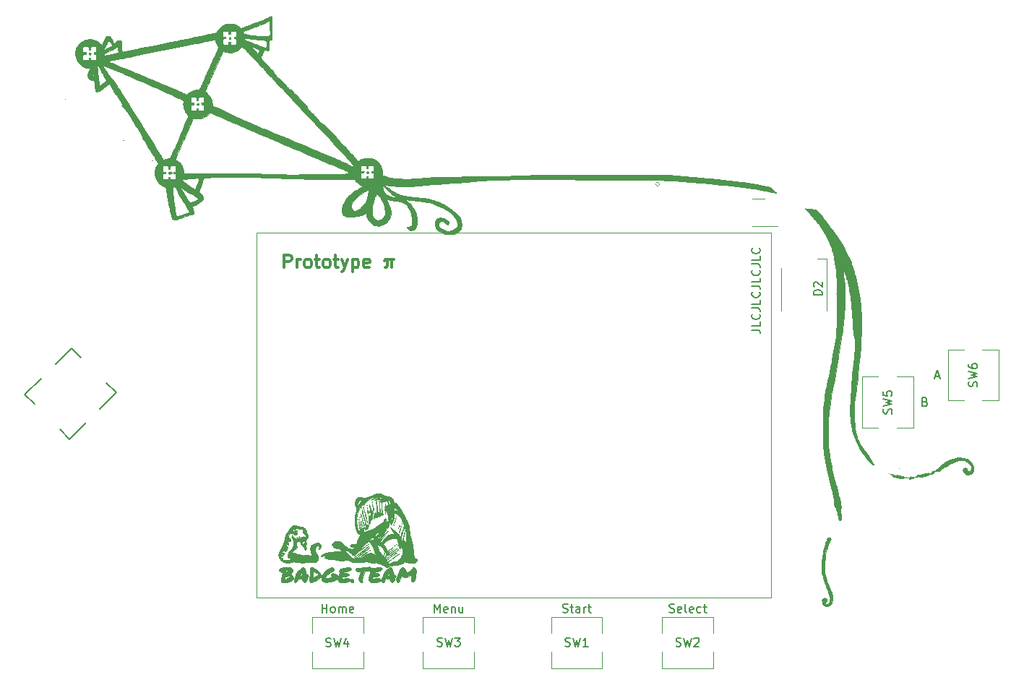
<source format=gto>
G04 #@! TF.GenerationSoftware,KiCad,Pcbnew,5.1.10*
G04 #@! TF.CreationDate,2021-12-22T00:24:27+01:00*
G04 #@! TF.ProjectId,mch2021,6d636832-3032-4312-9e6b-696361645f70,3*
G04 #@! TF.SameCoordinates,Original*
G04 #@! TF.FileFunction,Legend,Top*
G04 #@! TF.FilePolarity,Positive*
%FSLAX46Y46*%
G04 Gerber Fmt 4.6, Leading zero omitted, Abs format (unit mm)*
G04 Created by KiCad (PCBNEW 5.1.10) date 2021-12-22 00:24:27*
%MOMM*%
%LPD*%
G01*
G04 APERTURE LIST*
%ADD10C,0.300000*%
%ADD11C,0.120000*%
%ADD12C,0.150000*%
%ADD13C,0.010000*%
%ADD14C,0.100000*%
%ADD15C,0.127000*%
%ADD16C,0.075000*%
%ADD17C,1.300000*%
%ADD18O,1.100000X1.700000*%
%ADD19C,0.750000*%
%ADD20O,1.100000X2.200000*%
%ADD21C,1.827200*%
%ADD22O,1.827200X1.827200*%
%ADD23C,1.000000*%
%ADD24C,0.900000*%
%ADD25C,1.200000*%
G04 APERTURE END LIST*
D10*
X-26984422Y14457428D02*
X-26984422Y15957428D01*
X-26412994Y15957428D01*
X-26270137Y15886000D01*
X-26198708Y15814571D01*
X-26127280Y15671714D01*
X-26127280Y15457428D01*
X-26198708Y15314571D01*
X-26270137Y15243142D01*
X-26412994Y15171714D01*
X-26984422Y15171714D01*
X-25484422Y14457428D02*
X-25484422Y15457428D01*
X-25484422Y15171714D02*
X-25412994Y15314571D01*
X-25341565Y15386000D01*
X-25198708Y15457428D01*
X-25055851Y15457428D01*
X-24341565Y14457428D02*
X-24484422Y14528857D01*
X-24555851Y14600285D01*
X-24627280Y14743142D01*
X-24627280Y15171714D01*
X-24555851Y15314571D01*
X-24484422Y15386000D01*
X-24341565Y15457428D01*
X-24127280Y15457428D01*
X-23984422Y15386000D01*
X-23912994Y15314571D01*
X-23841565Y15171714D01*
X-23841565Y14743142D01*
X-23912994Y14600285D01*
X-23984422Y14528857D01*
X-24127280Y14457428D01*
X-24341565Y14457428D01*
X-23412994Y15457428D02*
X-22841565Y15457428D01*
X-23198708Y15957428D02*
X-23198708Y14671714D01*
X-23127280Y14528857D01*
X-22984422Y14457428D01*
X-22841565Y14457428D01*
X-22127280Y14457428D02*
X-22270137Y14528857D01*
X-22341565Y14600285D01*
X-22412994Y14743142D01*
X-22412994Y15171714D01*
X-22341565Y15314571D01*
X-22270137Y15386000D01*
X-22127280Y15457428D01*
X-21912994Y15457428D01*
X-21770137Y15386000D01*
X-21698708Y15314571D01*
X-21627280Y15171714D01*
X-21627280Y14743142D01*
X-21698708Y14600285D01*
X-21770137Y14528857D01*
X-21912994Y14457428D01*
X-22127280Y14457428D01*
X-21198708Y15457428D02*
X-20627280Y15457428D01*
X-20984422Y15957428D02*
X-20984422Y14671714D01*
X-20912994Y14528857D01*
X-20770137Y14457428D01*
X-20627280Y14457428D01*
X-20270137Y15457428D02*
X-19912994Y14457428D01*
X-19555851Y15457428D02*
X-19912994Y14457428D01*
X-20055851Y14100285D01*
X-20127280Y14028857D01*
X-20270137Y13957428D01*
X-18984422Y15457428D02*
X-18984422Y13957428D01*
X-18984422Y15386000D02*
X-18841565Y15457428D01*
X-18555851Y15457428D01*
X-18412994Y15386000D01*
X-18341565Y15314571D01*
X-18270137Y15171714D01*
X-18270137Y14743142D01*
X-18341565Y14600285D01*
X-18412994Y14528857D01*
X-18555851Y14457428D01*
X-18841565Y14457428D01*
X-18984422Y14528857D01*
X-17055851Y14528857D02*
X-17198708Y14457428D01*
X-17484422Y14457428D01*
X-17627280Y14528857D01*
X-17698708Y14671714D01*
X-17698708Y15243142D01*
X-17627280Y15386000D01*
X-17484422Y15457428D01*
X-17198708Y15457428D01*
X-17055851Y15386000D01*
X-16984422Y15243142D01*
X-16984422Y15100285D01*
X-17698708Y14957428D01*
X-14412994Y15457428D02*
X-14412994Y14457428D01*
X-14912994Y15457428D02*
X-14912994Y14671714D01*
X-14984422Y14528857D01*
X-15127280Y14457428D01*
X-14127280Y15457428D02*
X-15055851Y15457428D01*
X-15198708Y15386000D01*
X-15270137Y15243142D01*
D11*
X16950355Y24240835D02*
G75*
G03*
X16950355Y24240835I-206155J0D01*
G01*
X-30233620Y18526760D02*
X30026380Y18526760D01*
X30026380Y-24193240D02*
X-30233620Y-24193240D01*
X-30233620Y-24193240D02*
X-30233620Y18526760D01*
X30026380Y18526760D02*
X30026380Y-24193240D01*
D12*
X27773380Y7166552D02*
X28487666Y7166552D01*
X28630523Y7118933D01*
X28725761Y7023695D01*
X28773380Y6880838D01*
X28773380Y6785600D01*
X28773380Y8118933D02*
X28773380Y7642742D01*
X27773380Y7642742D01*
X28678142Y9023695D02*
X28725761Y8976076D01*
X28773380Y8833219D01*
X28773380Y8737980D01*
X28725761Y8595123D01*
X28630523Y8499885D01*
X28535285Y8452266D01*
X28344809Y8404647D01*
X28201952Y8404647D01*
X28011476Y8452266D01*
X27916238Y8499885D01*
X27821000Y8595123D01*
X27773380Y8737980D01*
X27773380Y8833219D01*
X27821000Y8976076D01*
X27868619Y9023695D01*
X27773380Y9737980D02*
X28487666Y9737980D01*
X28630523Y9690361D01*
X28725761Y9595123D01*
X28773380Y9452266D01*
X28773380Y9357028D01*
X28773380Y10690361D02*
X28773380Y10214171D01*
X27773380Y10214171D01*
X28678142Y11595123D02*
X28725761Y11547504D01*
X28773380Y11404647D01*
X28773380Y11309409D01*
X28725761Y11166552D01*
X28630523Y11071314D01*
X28535285Y11023695D01*
X28344809Y10976076D01*
X28201952Y10976076D01*
X28011476Y11023695D01*
X27916238Y11071314D01*
X27821000Y11166552D01*
X27773380Y11309409D01*
X27773380Y11404647D01*
X27821000Y11547504D01*
X27868619Y11595123D01*
X27773380Y12309409D02*
X28487666Y12309409D01*
X28630523Y12261790D01*
X28725761Y12166552D01*
X28773380Y12023695D01*
X28773380Y11928457D01*
X28773380Y13261790D02*
X28773380Y12785600D01*
X27773380Y12785600D01*
X28678142Y14166552D02*
X28725761Y14118933D01*
X28773380Y13976076D01*
X28773380Y13880838D01*
X28725761Y13737980D01*
X28630523Y13642742D01*
X28535285Y13595123D01*
X28344809Y13547504D01*
X28201952Y13547504D01*
X28011476Y13595123D01*
X27916238Y13642742D01*
X27821000Y13737980D01*
X27773380Y13880838D01*
X27773380Y13976076D01*
X27821000Y14118933D01*
X27868619Y14166552D01*
X27773380Y14880838D02*
X28487666Y14880838D01*
X28630523Y14833219D01*
X28725761Y14737980D01*
X28773380Y14595123D01*
X28773380Y14499885D01*
X28773380Y15833219D02*
X28773380Y15357028D01*
X27773380Y15357028D01*
X28678142Y16737980D02*
X28725761Y16690361D01*
X28773380Y16547504D01*
X28773380Y16452266D01*
X28725761Y16309409D01*
X28630523Y16214171D01*
X28535285Y16166552D01*
X28344809Y16118933D01*
X28201952Y16118933D01*
X28011476Y16166552D01*
X27916238Y16214171D01*
X27821000Y16309409D01*
X27773380Y16452266D01*
X27773380Y16547504D01*
X27821000Y16690361D01*
X27868619Y16737980D01*
D13*
G36*
X37079010Y-17061738D02*
G01*
X37139341Y-17070011D01*
X37164057Y-17091239D01*
X37156512Y-17131511D01*
X37120061Y-17196914D01*
X37085141Y-17251635D01*
X37038932Y-17328720D01*
X36999654Y-17404110D01*
X36976830Y-17458724D01*
X36956022Y-17511263D01*
X36920549Y-17588255D01*
X36876328Y-17677163D01*
X36850163Y-17727084D01*
X36799386Y-17830845D01*
X36751561Y-17943795D01*
X36714546Y-18046858D01*
X36704804Y-18080004D01*
X36676787Y-18177165D01*
X36645080Y-18275937D01*
X36616534Y-18354985D01*
X36616460Y-18355170D01*
X36549594Y-18551101D01*
X36489321Y-18784316D01*
X36436318Y-19050179D01*
X36391264Y-19344057D01*
X36354837Y-19661315D01*
X36327717Y-19997318D01*
X36310581Y-20347431D01*
X36307165Y-20468167D01*
X36303505Y-20674014D01*
X36303418Y-20846751D01*
X36307641Y-20995504D01*
X36316912Y-21129402D01*
X36331965Y-21257572D01*
X36353536Y-21389141D01*
X36382363Y-21533237D01*
X36399357Y-21611167D01*
X36443804Y-21801774D01*
X36488510Y-21971240D01*
X36537695Y-22133121D01*
X36595582Y-22300972D01*
X36666394Y-22488348D01*
X36696051Y-22563667D01*
X36748089Y-22696276D01*
X36800879Y-22833481D01*
X36849760Y-22962987D01*
X36890071Y-23072499D01*
X36907318Y-23120945D01*
X36947056Y-23224205D01*
X36992713Y-23326641D01*
X37036946Y-23412319D01*
X37055863Y-23443337D01*
X37117996Y-23553193D01*
X37164313Y-23675090D01*
X37196773Y-23816943D01*
X37217336Y-23986667D01*
X37225851Y-24130000D01*
X37226975Y-24370332D01*
X37210092Y-24580869D01*
X37175647Y-24759238D01*
X37124085Y-24903066D01*
X37062341Y-25002321D01*
X37009865Y-25052858D01*
X36938271Y-25106032D01*
X36890704Y-25134895D01*
X36818415Y-25169506D01*
X36748023Y-25190082D01*
X36661843Y-25200954D01*
X36608012Y-25204070D01*
X36514484Y-25206182D01*
X36446716Y-25200732D01*
X36388424Y-25185114D01*
X36328908Y-25159401D01*
X36260300Y-25119292D01*
X36203375Y-25073280D01*
X36181249Y-25047181D01*
X36146938Y-25000538D01*
X36116839Y-24970778D01*
X36116133Y-24970323D01*
X36094430Y-24937449D01*
X36089166Y-24906241D01*
X36077046Y-24850463D01*
X36060207Y-24817335D01*
X36044174Y-24776278D01*
X36029051Y-24707219D01*
X36017899Y-24624435D01*
X36017198Y-24616834D01*
X36011277Y-24530410D01*
X36013285Y-24472187D01*
X36024979Y-24428484D01*
X36046595Y-24388061D01*
X36104286Y-24326440D01*
X36187005Y-24274822D01*
X36277456Y-24242526D01*
X36328342Y-24236298D01*
X36425953Y-24255029D01*
X36508637Y-24307336D01*
X36568104Y-24384987D01*
X36596064Y-24479748D01*
X36597166Y-24503271D01*
X36584205Y-24593241D01*
X36545446Y-24649752D01*
X36481072Y-24672625D01*
X36426241Y-24669481D01*
X36372830Y-24662850D01*
X36349023Y-24670203D01*
X36343207Y-24695875D01*
X36343166Y-24700483D01*
X36362138Y-24782068D01*
X36412253Y-24862674D01*
X36483311Y-24932219D01*
X36565114Y-24980620D01*
X36643983Y-24997834D01*
X36704041Y-24977205D01*
X36762536Y-24917475D01*
X36817767Y-24821872D01*
X36868031Y-24693628D01*
X36911626Y-24535972D01*
X36928233Y-24458245D01*
X36945123Y-24367753D01*
X36952934Y-24307242D01*
X36951786Y-24265372D01*
X36941795Y-24230800D01*
X36930846Y-24207327D01*
X36908682Y-24149630D01*
X36886421Y-24070156D01*
X36873223Y-24008640D01*
X36845556Y-23885871D01*
X36803840Y-23737380D01*
X36752180Y-23575685D01*
X36694683Y-23413306D01*
X36635456Y-23262760D01*
X36606915Y-23196809D01*
X36563443Y-23095487D01*
X36522723Y-22992554D01*
X36490878Y-22903831D01*
X36479882Y-22868641D01*
X36458332Y-22800314D01*
X36425551Y-22704900D01*
X36385872Y-22594678D01*
X36343630Y-22481929D01*
X36340658Y-22474178D01*
X36302915Y-22368896D01*
X36258558Y-22233853D01*
X36211083Y-22080394D01*
X36163990Y-21919867D01*
X36120774Y-21763617D01*
X36115549Y-21743928D01*
X35993916Y-21283084D01*
X35999336Y-20468167D01*
X36001445Y-20228396D01*
X36004403Y-20027197D01*
X36008345Y-19860813D01*
X36013412Y-19725488D01*
X36019740Y-19617467D01*
X36027467Y-19532994D01*
X36035846Y-19473334D01*
X36053695Y-19370119D01*
X36072079Y-19263924D01*
X36087373Y-19175700D01*
X36088984Y-19166417D01*
X36102207Y-19086473D01*
X36118476Y-18982691D01*
X36134975Y-18873161D01*
X36140722Y-18833788D01*
X36154526Y-18744073D01*
X36167496Y-18670085D01*
X36177779Y-18621909D01*
X36181896Y-18609578D01*
X36191680Y-18582841D01*
X36209715Y-18523999D01*
X36233391Y-18441863D01*
X36258933Y-18349540D01*
X36286288Y-18253088D01*
X36311659Y-18171344D01*
X36332135Y-18113217D01*
X36344410Y-18087975D01*
X36359538Y-18053060D01*
X36364333Y-18011914D01*
X36373531Y-17952473D01*
X36398796Y-17863872D01*
X36436638Y-17754493D01*
X36483565Y-17632719D01*
X36536085Y-17506933D01*
X36590707Y-17385518D01*
X36643939Y-17276857D01*
X36692290Y-17189334D01*
X36729929Y-17134118D01*
X36790748Y-17060334D01*
X36979707Y-17060334D01*
X37079010Y-17061738D01*
G37*
X37079010Y-17061738D02*
X37139341Y-17070011D01*
X37164057Y-17091239D01*
X37156512Y-17131511D01*
X37120061Y-17196914D01*
X37085141Y-17251635D01*
X37038932Y-17328720D01*
X36999654Y-17404110D01*
X36976830Y-17458724D01*
X36956022Y-17511263D01*
X36920549Y-17588255D01*
X36876328Y-17677163D01*
X36850163Y-17727084D01*
X36799386Y-17830845D01*
X36751561Y-17943795D01*
X36714546Y-18046858D01*
X36704804Y-18080004D01*
X36676787Y-18177165D01*
X36645080Y-18275937D01*
X36616534Y-18354985D01*
X36616460Y-18355170D01*
X36549594Y-18551101D01*
X36489321Y-18784316D01*
X36436318Y-19050179D01*
X36391264Y-19344057D01*
X36354837Y-19661315D01*
X36327717Y-19997318D01*
X36310581Y-20347431D01*
X36307165Y-20468167D01*
X36303505Y-20674014D01*
X36303418Y-20846751D01*
X36307641Y-20995504D01*
X36316912Y-21129402D01*
X36331965Y-21257572D01*
X36353536Y-21389141D01*
X36382363Y-21533237D01*
X36399357Y-21611167D01*
X36443804Y-21801774D01*
X36488510Y-21971240D01*
X36537695Y-22133121D01*
X36595582Y-22300972D01*
X36666394Y-22488348D01*
X36696051Y-22563667D01*
X36748089Y-22696276D01*
X36800879Y-22833481D01*
X36849760Y-22962987D01*
X36890071Y-23072499D01*
X36907318Y-23120945D01*
X36947056Y-23224205D01*
X36992713Y-23326641D01*
X37036946Y-23412319D01*
X37055863Y-23443337D01*
X37117996Y-23553193D01*
X37164313Y-23675090D01*
X37196773Y-23816943D01*
X37217336Y-23986667D01*
X37225851Y-24130000D01*
X37226975Y-24370332D01*
X37210092Y-24580869D01*
X37175647Y-24759238D01*
X37124085Y-24903066D01*
X37062341Y-25002321D01*
X37009865Y-25052858D01*
X36938271Y-25106032D01*
X36890704Y-25134895D01*
X36818415Y-25169506D01*
X36748023Y-25190082D01*
X36661843Y-25200954D01*
X36608012Y-25204070D01*
X36514484Y-25206182D01*
X36446716Y-25200732D01*
X36388424Y-25185114D01*
X36328908Y-25159401D01*
X36260300Y-25119292D01*
X36203375Y-25073280D01*
X36181249Y-25047181D01*
X36146938Y-25000538D01*
X36116839Y-24970778D01*
X36116133Y-24970323D01*
X36094430Y-24937449D01*
X36089166Y-24906241D01*
X36077046Y-24850463D01*
X36060207Y-24817335D01*
X36044174Y-24776278D01*
X36029051Y-24707219D01*
X36017899Y-24624435D01*
X36017198Y-24616834D01*
X36011277Y-24530410D01*
X36013285Y-24472187D01*
X36024979Y-24428484D01*
X36046595Y-24388061D01*
X36104286Y-24326440D01*
X36187005Y-24274822D01*
X36277456Y-24242526D01*
X36328342Y-24236298D01*
X36425953Y-24255029D01*
X36508637Y-24307336D01*
X36568104Y-24384987D01*
X36596064Y-24479748D01*
X36597166Y-24503271D01*
X36584205Y-24593241D01*
X36545446Y-24649752D01*
X36481072Y-24672625D01*
X36426241Y-24669481D01*
X36372830Y-24662850D01*
X36349023Y-24670203D01*
X36343207Y-24695875D01*
X36343166Y-24700483D01*
X36362138Y-24782068D01*
X36412253Y-24862674D01*
X36483311Y-24932219D01*
X36565114Y-24980620D01*
X36643983Y-24997834D01*
X36704041Y-24977205D01*
X36762536Y-24917475D01*
X36817767Y-24821872D01*
X36868031Y-24693628D01*
X36911626Y-24535972D01*
X36928233Y-24458245D01*
X36945123Y-24367753D01*
X36952934Y-24307242D01*
X36951786Y-24265372D01*
X36941795Y-24230800D01*
X36930846Y-24207327D01*
X36908682Y-24149630D01*
X36886421Y-24070156D01*
X36873223Y-24008640D01*
X36845556Y-23885871D01*
X36803840Y-23737380D01*
X36752180Y-23575685D01*
X36694683Y-23413306D01*
X36635456Y-23262760D01*
X36606915Y-23196809D01*
X36563443Y-23095487D01*
X36522723Y-22992554D01*
X36490878Y-22903831D01*
X36479882Y-22868641D01*
X36458332Y-22800314D01*
X36425551Y-22704900D01*
X36385872Y-22594678D01*
X36343630Y-22481929D01*
X36340658Y-22474178D01*
X36302915Y-22368896D01*
X36258558Y-22233853D01*
X36211083Y-22080394D01*
X36163990Y-21919867D01*
X36120774Y-21763617D01*
X36115549Y-21743928D01*
X35993916Y-21283084D01*
X35999336Y-20468167D01*
X36001445Y-20228396D01*
X36004403Y-20027197D01*
X36008345Y-19860813D01*
X36013412Y-19725488D01*
X36019740Y-19617467D01*
X36027467Y-19532994D01*
X36035846Y-19473334D01*
X36053695Y-19370119D01*
X36072079Y-19263924D01*
X36087373Y-19175700D01*
X36088984Y-19166417D01*
X36102207Y-19086473D01*
X36118476Y-18982691D01*
X36134975Y-18873161D01*
X36140722Y-18833788D01*
X36154526Y-18744073D01*
X36167496Y-18670085D01*
X36177779Y-18621909D01*
X36181896Y-18609578D01*
X36191680Y-18582841D01*
X36209715Y-18523999D01*
X36233391Y-18441863D01*
X36258933Y-18349540D01*
X36286288Y-18253088D01*
X36311659Y-18171344D01*
X36332135Y-18113217D01*
X36344410Y-18087975D01*
X36359538Y-18053060D01*
X36364333Y-18011914D01*
X36373531Y-17952473D01*
X36398796Y-17863872D01*
X36436638Y-17754493D01*
X36483565Y-17632719D01*
X36536085Y-17506933D01*
X36590707Y-17385518D01*
X36643939Y-17276857D01*
X36692290Y-17189334D01*
X36729929Y-17134118D01*
X36790748Y-17060334D01*
X36979707Y-17060334D01*
X37079010Y-17061738D01*
G36*
X34570707Y21438886D02*
G01*
X34594052Y21438422D01*
X35002466Y21430023D01*
X35138358Y21362199D01*
X35224737Y21310269D01*
X35332920Y21229462D01*
X35464799Y21118298D01*
X35561694Y21031289D01*
X35667680Y20933061D01*
X35752345Y20850586D01*
X35823707Y20774557D01*
X35889783Y20695665D01*
X35958590Y20604602D01*
X36038143Y20492060D01*
X36086123Y20422392D01*
X36236441Y20203688D01*
X36364622Y20018622D01*
X36471871Y19865514D01*
X36559391Y19742684D01*
X36628386Y19648452D01*
X36680060Y19581140D01*
X36715618Y19539068D01*
X36728601Y19526201D01*
X36774469Y19473701D01*
X36803102Y19425628D01*
X36823744Y19392349D01*
X36866864Y19331970D01*
X36928166Y19250185D01*
X37003355Y19152687D01*
X37088137Y19045169D01*
X37122398Y19002343D01*
X37382609Y18673138D01*
X37615147Y18367224D01*
X37823546Y18079291D01*
X38011344Y17804029D01*
X38182077Y17536128D01*
X38339278Y17270276D01*
X38486486Y17001163D01*
X38591587Y16795750D01*
X38647071Y16681611D01*
X38701103Y16565739D01*
X38748014Y16460589D01*
X38782135Y16378621D01*
X38786048Y16368440D01*
X38823683Y16279697D01*
X38866843Y16193944D01*
X38905723Y16130440D01*
X38940567Y16077700D01*
X38960544Y16038286D01*
X38962583Y16026705D01*
X38970336Y16000680D01*
X38996765Y15944487D01*
X39038637Y15864184D01*
X39092721Y15765828D01*
X39155786Y15655474D01*
X39207272Y15568083D01*
X39244376Y15495165D01*
X39291067Y15386037D01*
X39345806Y15245332D01*
X39407050Y15077686D01*
X39473261Y14887731D01*
X39542896Y14680103D01*
X39614416Y14459434D01*
X39686279Y14230360D01*
X39756945Y13997515D01*
X39824874Y13765532D01*
X39888524Y13539045D01*
X39918012Y13430250D01*
X40129515Y12566468D01*
X40303154Y11697146D01*
X40439895Y10816606D01*
X40540709Y9919172D01*
X40564440Y9641416D01*
X40605936Y8978575D01*
X40628276Y8278288D01*
X40631468Y7540858D01*
X40615523Y6766585D01*
X40580449Y5955770D01*
X40526256Y5108716D01*
X40452952Y4225724D01*
X40373691Y3429000D01*
X40325892Y2973398D01*
X40283196Y2549344D01*
X40244597Y2146496D01*
X40209089Y1754512D01*
X40194587Y1587500D01*
X40169584Y1311585D01*
X40142738Y1048707D01*
X40112662Y787243D01*
X40077965Y515570D01*
X40037258Y222067D01*
X40004829Y0D01*
X39982767Y-150510D01*
X39960120Y-308365D01*
X39938723Y-460546D01*
X39920411Y-594037D01*
X39909458Y-676746D01*
X39895083Y-779073D01*
X39880611Y-866581D01*
X39867657Y-930426D01*
X39857836Y-961763D01*
X39857241Y-962592D01*
X39846526Y-993213D01*
X39834245Y-1054907D01*
X39821887Y-1136524D01*
X39810942Y-1226915D01*
X39802901Y-1314930D01*
X39799254Y-1389418D01*
X39799182Y-1397000D01*
X39796538Y-1450429D01*
X39789678Y-1532217D01*
X39779817Y-1628739D01*
X39773885Y-1680418D01*
X39768261Y-1736399D01*
X39764236Y-1799844D01*
X39761870Y-1874776D01*
X39761223Y-1965221D01*
X39762352Y-2075203D01*
X39765317Y-2208745D01*
X39770178Y-2369871D01*
X39776993Y-2562605D01*
X39785822Y-2790972D01*
X39792692Y-2961002D01*
X39805749Y-3268198D01*
X39818291Y-3536480D01*
X39830606Y-3769258D01*
X39842982Y-3969943D01*
X39855706Y-4141947D01*
X39869066Y-4288680D01*
X39883349Y-4413553D01*
X39898844Y-4519978D01*
X39915838Y-4611365D01*
X39934618Y-4691125D01*
X39940371Y-4712324D01*
X39964565Y-4803993D01*
X39992400Y-4917251D01*
X40019039Y-5032207D01*
X40027264Y-5069532D01*
X40085195Y-5296447D01*
X40161388Y-5532678D01*
X40252023Y-5769552D01*
X40353283Y-5998396D01*
X40461348Y-6210538D01*
X40572400Y-6397305D01*
X40674915Y-6540500D01*
X40724546Y-6603428D01*
X40795013Y-6694192D01*
X40881714Y-6806790D01*
X40980045Y-6935222D01*
X41085403Y-7073486D01*
X41193187Y-7215580D01*
X41226899Y-7260167D01*
X41355117Y-7431240D01*
X41457702Y-7571208D01*
X41535803Y-7681746D01*
X41590571Y-7764532D01*
X41623155Y-7821243D01*
X41634705Y-7853556D01*
X41634756Y-7854949D01*
X41646982Y-7905245D01*
X41677707Y-7967573D01*
X41694081Y-7992533D01*
X41736706Y-8054996D01*
X41788555Y-8135242D01*
X41832094Y-8205560D01*
X41921961Y-8333572D01*
X42012990Y-8420858D01*
X42106996Y-8469018D01*
X42139796Y-8476737D01*
X42210645Y-8499764D01*
X42274375Y-8538999D01*
X42319110Y-8585379D01*
X42333333Y-8624406D01*
X42333422Y-8640506D01*
X42328719Y-8650401D01*
X42311763Y-8654454D01*
X42275097Y-8653028D01*
X42211262Y-8646487D01*
X42112798Y-8635193D01*
X42112500Y-8635159D01*
X42019498Y-8622724D01*
X41945335Y-8606251D01*
X41881467Y-8580803D01*
X41819349Y-8541443D01*
X41750435Y-8483238D01*
X41666182Y-8401250D01*
X41611984Y-8346054D01*
X41484970Y-8213650D01*
X41385732Y-8105115D01*
X41310570Y-8016010D01*
X41255783Y-7941896D01*
X41217672Y-7878335D01*
X41210991Y-7864980D01*
X41144070Y-7746736D01*
X41049442Y-7609743D01*
X40932632Y-7461475D01*
X40805708Y-7316510D01*
X40702161Y-7195638D01*
X40605476Y-7067381D01*
X40521216Y-6940296D01*
X40454946Y-6822937D01*
X40412229Y-6723860D01*
X40405331Y-6700880D01*
X40383249Y-6637604D01*
X40347516Y-6555981D01*
X40307614Y-6477000D01*
X40262567Y-6390104D01*
X40211058Y-6284239D01*
X40162831Y-6179544D01*
X40153993Y-6159500D01*
X40112096Y-6068535D01*
X40068838Y-5982734D01*
X40031643Y-5916593D01*
X40021533Y-5900919D01*
X39994408Y-5853430D01*
X39958439Y-5779653D01*
X39917470Y-5688820D01*
X39875344Y-5590163D01*
X39835907Y-5492914D01*
X39803003Y-5406306D01*
X39780474Y-5339570D01*
X39772166Y-5302032D01*
X39764399Y-5269791D01*
X39743495Y-5208741D01*
X39713050Y-5128958D01*
X39690998Y-5074597D01*
X39648594Y-4965591D01*
X39606766Y-4846701D01*
X39572737Y-4738788D01*
X39564569Y-4709584D01*
X39530407Y-4565505D01*
X39494701Y-4384875D01*
X39458269Y-4173409D01*
X39421929Y-3936821D01*
X39386501Y-3680828D01*
X39352803Y-3411145D01*
X39321655Y-3133486D01*
X39293874Y-2853569D01*
X39285668Y-2762630D01*
X39281009Y-2666855D01*
X39280171Y-2533764D01*
X39282949Y-2368181D01*
X39289138Y-2174932D01*
X39298534Y-1958842D01*
X39310933Y-1724736D01*
X39326129Y-1477440D01*
X39343918Y-1221778D01*
X39359756Y-1016000D01*
X39369880Y-878069D01*
X39380693Y-710132D01*
X39391493Y-524492D01*
X39401580Y-333453D01*
X39410252Y-149320D01*
X39413422Y-74084D01*
X39420542Y92542D01*
X39428478Y261673D01*
X39436722Y423572D01*
X39444766Y568497D01*
X39452101Y686708D01*
X39455955Y740833D01*
X39464384Y851502D01*
X39474912Y991183D01*
X39486551Y1146668D01*
X39498311Y1304750D01*
X39506695Y1418166D01*
X39528197Y1698166D01*
X39549296Y1949704D01*
X39569667Y2169242D01*
X39588981Y2353244D01*
X39605401Y2487083D01*
X39616846Y2578894D01*
X39626553Y2669178D01*
X39631732Y2729314D01*
X39640586Y2787874D01*
X39655520Y2825553D01*
X39662606Y2831563D01*
X39676453Y2849549D01*
X39664600Y2881904D01*
X39652627Y2935511D01*
X39662274Y3016677D01*
X39663641Y3023072D01*
X39673536Y3078965D01*
X39686367Y3166807D01*
X39700766Y3276431D01*
X39715365Y3397671D01*
X39721934Y3456031D01*
X39736220Y3573516D01*
X39751188Y3675004D01*
X39765556Y3753117D01*
X39778041Y3800475D01*
X39783596Y3810702D01*
X39797345Y3837987D01*
X39794311Y3889535D01*
X39786707Y3926956D01*
X39775732Y4016973D01*
X39784417Y4119125D01*
X39790776Y4154368D01*
X39805297Y4246979D01*
X39817170Y4356195D01*
X39823129Y4445000D01*
X39834420Y4726272D01*
X39843903Y4968277D01*
X39851642Y5174042D01*
X39857700Y5346592D01*
X39862141Y5488953D01*
X39865027Y5604151D01*
X39866422Y5695212D01*
X39866389Y5765161D01*
X39864990Y5817024D01*
X39862290Y5853826D01*
X39858351Y5878595D01*
X39853374Y5894055D01*
X39840151Y5942903D01*
X39854749Y5977072D01*
X39867981Y6009011D01*
X39857861Y6021281D01*
X39843475Y6049571D01*
X39835975Y6102194D01*
X39835666Y6115824D01*
X39827451Y6177977D01*
X39806741Y6220368D01*
X39803916Y6223000D01*
X39783668Y6259573D01*
X39773546Y6315880D01*
X39774339Y6374166D01*
X39786840Y6416678D01*
X39794925Y6425067D01*
X39800110Y6449261D01*
X39775032Y6484533D01*
X39758395Y6504688D01*
X39743537Y6529614D01*
X39730117Y6562335D01*
X39717795Y6605872D01*
X39706229Y6663247D01*
X39695081Y6737483D01*
X39684008Y6831601D01*
X39672670Y6948624D01*
X39660728Y7091574D01*
X39647841Y7263474D01*
X39633668Y7467344D01*
X39617868Y7706208D01*
X39600102Y7983088D01*
X39592262Y8106833D01*
X39582175Y8265583D01*
X39645166Y8265583D01*
X39655750Y8255000D01*
X39666333Y8265583D01*
X39655750Y8276166D01*
X39645166Y8265583D01*
X39582175Y8265583D01*
X39575018Y8378211D01*
X39559800Y8613676D01*
X39546137Y8819574D01*
X39533555Y9002252D01*
X39521582Y9168057D01*
X39509745Y9323335D01*
X39497572Y9474433D01*
X39484589Y9627696D01*
X39470325Y9789473D01*
X39454305Y9966108D01*
X39451480Y9996904D01*
X39436459Y10166974D01*
X39426413Y10298180D01*
X39421371Y10393703D01*
X39421359Y10456721D01*
X39426403Y10490416D01*
X39436529Y10497965D01*
X39451765Y10482549D01*
X39455493Y10476887D01*
X39471435Y10456785D01*
X39475457Y10474509D01*
X39475509Y10478087D01*
X39460828Y10515746D01*
X39434688Y10545654D01*
X39418721Y10560640D01*
X39406043Y10578702D01*
X39395419Y10605795D01*
X39385613Y10647874D01*
X39375390Y10710894D01*
X39363513Y10800811D01*
X39348747Y10923579D01*
X39339016Y11006666D01*
X39320713Y11147829D01*
X39295547Y11319313D01*
X39264958Y11512988D01*
X39230383Y11720725D01*
X39193260Y11934393D01*
X39183041Y11990916D01*
X39264166Y11990916D01*
X39274750Y11980333D01*
X39285333Y11990916D01*
X39274750Y12001500D01*
X39264166Y11990916D01*
X39183041Y11990916D01*
X39155027Y12145861D01*
X39117121Y12347000D01*
X39080980Y12529680D01*
X39048042Y12685770D01*
X39022708Y12795250D01*
X38985716Y12935120D01*
X38940288Y13091852D01*
X38892404Y13245492D01*
X38851398Y13366750D01*
X38811766Y13478335D01*
X38774008Y13585634D01*
X38742097Y13677287D01*
X38720009Y13741934D01*
X38718071Y13747750D01*
X38693688Y13810772D01*
X38669701Y13856271D01*
X38658336Y13869238D01*
X38640812Y13894547D01*
X38612990Y13950486D01*
X38579161Y14027944D01*
X38553751Y14091259D01*
X38520454Y14173285D01*
X38492372Y14235189D01*
X38472885Y14269959D01*
X38465780Y14273592D01*
X38466398Y14247909D01*
X38471558Y14184836D01*
X38480775Y14089017D01*
X38493567Y13965096D01*
X38509451Y13817716D01*
X38527945Y13651521D01*
X38548564Y13471156D01*
X38554871Y13416874D01*
X38589060Y13114977D01*
X38617520Y12841721D01*
X38640626Y12589260D01*
X38658756Y12349751D01*
X38672288Y12115351D01*
X38681598Y11878215D01*
X38687063Y11630500D01*
X38689060Y11364362D01*
X38687967Y11071957D01*
X38684160Y10745441D01*
X38683956Y10731500D01*
X38678950Y10429264D01*
X38673279Y10164162D01*
X38666694Y9930999D01*
X38658944Y9724577D01*
X38649778Y9539701D01*
X38638947Y9371173D01*
X38626198Y9213797D01*
X38611282Y9062377D01*
X38597725Y8942916D01*
X38585282Y8832195D01*
X38570880Y8693365D01*
X38555915Y8540520D01*
X38541785Y8387753D01*
X38534793Y8307916D01*
X38507389Y8004760D01*
X38478165Y7713861D01*
X38447844Y7441449D01*
X38417150Y7193752D01*
X38386807Y6977000D01*
X38362613Y6826250D01*
X38345757Y6726867D01*
X38323136Y6590570D01*
X38295535Y6422270D01*
X38263738Y6226876D01*
X38228529Y6009299D01*
X38190691Y5774449D01*
X38151009Y5527236D01*
X38110266Y5272570D01*
X38069247Y5015361D01*
X38028735Y4760520D01*
X37989514Y4512957D01*
X37952369Y4277582D01*
X37918083Y4059304D01*
X37887441Y3863035D01*
X37861225Y3693683D01*
X37840221Y3556160D01*
X37835414Y3524250D01*
X37780787Y3162211D01*
X37731120Y2837886D01*
X37685647Y2547047D01*
X37643602Y2285464D01*
X37604217Y2048907D01*
X37566727Y1833148D01*
X37530365Y1633955D01*
X37494364Y1447101D01*
X37457958Y1268356D01*
X37420380Y1093490D01*
X37380864Y918274D01*
X37338642Y738479D01*
X37306000Y603250D01*
X37275003Y470587D01*
X37244328Y327607D01*
X37213540Y171462D01*
X37182199Y-700D01*
X37149870Y-191728D01*
X37116113Y-404470D01*
X37080492Y-641778D01*
X37042569Y-906500D01*
X37001906Y-1201487D01*
X36958067Y-1529587D01*
X36910614Y-1893651D01*
X36859108Y-2296528D01*
X36851056Y-2360084D01*
X36833381Y-2499597D01*
X36812601Y-2663371D01*
X36790967Y-2833673D01*
X36770733Y-2992771D01*
X36765049Y-3037417D01*
X36748152Y-3201107D01*
X36733996Y-3401508D01*
X36722563Y-3633087D01*
X36713832Y-3890314D01*
X36707783Y-4167655D01*
X36704396Y-4459578D01*
X36703651Y-4760552D01*
X36705530Y-5065044D01*
X36710011Y-5367521D01*
X36717075Y-5662453D01*
X36726702Y-5944305D01*
X36738872Y-6207548D01*
X36753566Y-6446647D01*
X36770763Y-6656072D01*
X36778299Y-6729924D01*
X36817867Y-7060255D01*
X36866480Y-7411463D01*
X36922830Y-7776673D01*
X36985609Y-8149009D01*
X37053509Y-8521594D01*
X37125221Y-8887553D01*
X37199437Y-9240011D01*
X37274850Y-9572092D01*
X37350150Y-9876920D01*
X37424031Y-10147619D01*
X37436947Y-10191750D01*
X37527816Y-10510435D01*
X37621725Y-10862169D01*
X37716388Y-11238005D01*
X37809519Y-11628997D01*
X37854236Y-11824892D01*
X37888315Y-11972479D01*
X37922116Y-12111785D01*
X37953784Y-12235689D01*
X37981464Y-12337069D01*
X38003300Y-12408804D01*
X38013465Y-12436125D01*
X38039110Y-12501005D01*
X38055059Y-12554653D01*
X38057666Y-12573030D01*
X38064487Y-12615133D01*
X38081603Y-12676671D01*
X38089617Y-12700570D01*
X38109343Y-12767995D01*
X38132733Y-12865465D01*
X38157391Y-12981124D01*
X38180923Y-13103121D01*
X38200933Y-13219602D01*
X38215025Y-13318714D01*
X38215695Y-13324417D01*
X38224888Y-13418178D01*
X38235000Y-13545397D01*
X38245537Y-13697225D01*
X38256009Y-13864811D01*
X38265922Y-14039303D01*
X38274784Y-14211852D01*
X38282102Y-14373606D01*
X38287384Y-14515715D01*
X38290137Y-14629327D01*
X38290420Y-14667303D01*
X38287802Y-14803867D01*
X38278276Y-14906011D01*
X38259198Y-14981436D01*
X38227921Y-15037841D01*
X38181800Y-15082926D01*
X38137235Y-15113115D01*
X38074468Y-15146116D01*
X38033144Y-15150374D01*
X38002569Y-15124702D01*
X37985914Y-15096341D01*
X37966627Y-15045478D01*
X37944298Y-14966870D01*
X37922141Y-14874640D01*
X37903371Y-14782911D01*
X37891202Y-14705806D01*
X37888333Y-14667627D01*
X37878675Y-14614436D01*
X37853131Y-14536519D01*
X37816846Y-14445890D01*
X37774964Y-14354562D01*
X37732630Y-14274549D01*
X37696573Y-14219827D01*
X37650378Y-14156624D01*
X37620131Y-14097564D01*
X37600814Y-14028497D01*
X37587407Y-13935274D01*
X37583976Y-13902381D01*
X37571220Y-13817307D01*
X37549059Y-13710073D01*
X37521392Y-13598710D01*
X37508502Y-13553131D01*
X37467845Y-13407650D01*
X37438187Y-13278979D01*
X37417208Y-13152794D01*
X37402586Y-13014774D01*
X37392000Y-12850597D01*
X37390820Y-12827000D01*
X37378735Y-12630498D01*
X37362327Y-12464393D01*
X37339796Y-12316825D01*
X37309341Y-12175934D01*
X37270458Y-12034206D01*
X37237204Y-11917067D01*
X37203150Y-11788082D01*
X37174020Y-11669215D01*
X37165500Y-11631572D01*
X37145160Y-11546729D01*
X37125525Y-11478532D01*
X37109628Y-11436970D01*
X37104122Y-11429355D01*
X37090035Y-11403951D01*
X37071613Y-11348649D01*
X37052695Y-11275086D01*
X37051577Y-11270116D01*
X37033185Y-11189853D01*
X37008034Y-11083033D01*
X36979570Y-10964184D01*
X36953862Y-10858500D01*
X36925037Y-10735162D01*
X36896895Y-10604594D01*
X36872989Y-10483833D01*
X36858935Y-10403417D01*
X36841583Y-10304442D01*
X36821870Y-10209032D01*
X36803323Y-10133861D01*
X36798488Y-10117667D01*
X36782949Y-10061457D01*
X36760725Y-9970688D01*
X36733313Y-9852334D01*
X36702209Y-9713370D01*
X36668909Y-9560771D01*
X36634911Y-9401513D01*
X36601711Y-9242571D01*
X36570806Y-9090920D01*
X36543692Y-8953535D01*
X36521866Y-8837390D01*
X36513037Y-8787315D01*
X36492115Y-8669075D01*
X36465811Y-8526865D01*
X36437413Y-8378148D01*
X36410206Y-8240390D01*
X36408870Y-8233780D01*
X36355849Y-7958354D01*
X36354060Y-7948084D01*
X36406666Y-7948084D01*
X36417250Y-7958667D01*
X36427833Y-7948084D01*
X36417250Y-7937500D01*
X36406666Y-7948084D01*
X36354060Y-7948084D01*
X36307394Y-7680271D01*
X36264154Y-7404924D01*
X36226779Y-7137702D01*
X36214641Y-7037917D01*
X36258500Y-7037917D01*
X36269083Y-7048500D01*
X36279666Y-7037917D01*
X36269083Y-7027334D01*
X36258500Y-7037917D01*
X36214641Y-7037917D01*
X36195916Y-6883996D01*
X36172216Y-6649197D01*
X36156328Y-6438695D01*
X36148899Y-6257882D01*
X36150580Y-6112148D01*
X36151505Y-6096000D01*
X36150044Y-6062623D01*
X36144498Y-5997593D01*
X36135818Y-5911287D01*
X36128187Y-5842000D01*
X36122163Y-5765531D01*
X36116886Y-5651503D01*
X36112359Y-5504685D01*
X36108581Y-5329843D01*
X36105554Y-5131748D01*
X36103280Y-4915165D01*
X36101759Y-4684865D01*
X36100993Y-4445614D01*
X36100983Y-4202180D01*
X36101730Y-3959332D01*
X36103236Y-3721838D01*
X36105500Y-3494466D01*
X36108526Y-3281983D01*
X36112313Y-3089159D01*
X36116863Y-2920760D01*
X36122178Y-2781555D01*
X36127405Y-2688167D01*
X36172585Y-2099506D01*
X36224110Y-1548203D01*
X36282563Y-1029679D01*
X36348525Y-539352D01*
X36422578Y-72643D01*
X36505304Y375030D01*
X36535025Y521383D01*
X36557616Y635309D01*
X36576537Y740603D01*
X36590140Y827333D01*
X36596779Y885572D01*
X36597166Y895842D01*
X36602979Y949724D01*
X36617228Y983088D01*
X36619776Y985142D01*
X36633270Y1013939D01*
X36630226Y1030803D01*
X36629132Y1069431D01*
X36640993Y1128170D01*
X36647830Y1150371D01*
X36667855Y1223779D01*
X36685762Y1313056D01*
X36690375Y1344083D01*
X36745333Y1344083D01*
X36755916Y1333500D01*
X36766500Y1344083D01*
X36755916Y1354666D01*
X36745333Y1344083D01*
X36690375Y1344083D01*
X36692736Y1359958D01*
X36703801Y1425248D01*
X36716919Y1469422D01*
X36726605Y1481666D01*
X36741664Y1499474D01*
X36745333Y1525391D01*
X36755407Y1581866D01*
X36765763Y1607290D01*
X36791388Y1670642D01*
X36822007Y1773088D01*
X36857026Y1911757D01*
X36895855Y2083782D01*
X36937901Y2286292D01*
X36982573Y2516418D01*
X37029279Y2771291D01*
X37077427Y3048040D01*
X37126426Y3343796D01*
X37135434Y3399730D01*
X37186004Y3712801D01*
X37231931Y3991832D01*
X37274598Y4244681D01*
X37315390Y4479210D01*
X37355692Y4703278D01*
X37396889Y4924747D01*
X37440365Y5151477D01*
X37476149Y5334000D01*
X37525708Y5589714D01*
X37566334Y5811617D01*
X37599041Y6007042D01*
X37624844Y6183325D01*
X37644758Y6347801D01*
X37659799Y6507807D01*
X37670980Y6670676D01*
X37676767Y6783916D01*
X37682732Y6911692D01*
X37690495Y7071889D01*
X37699562Y7254657D01*
X37709440Y7450147D01*
X37719634Y7648507D01*
X37729650Y7839888D01*
X37730896Y7863416D01*
X37740662Y8055653D01*
X37748049Y8224210D01*
X37753124Y8377844D01*
X37755957Y8525315D01*
X37756614Y8675378D01*
X37755166Y8836793D01*
X37751679Y9018316D01*
X37746223Y9228706D01*
X37742533Y9355666D01*
X37734224Y9655208D01*
X37727731Y9933821D01*
X37723055Y10189125D01*
X37720198Y10418741D01*
X37719162Y10620293D01*
X37719235Y10636250D01*
X37761333Y10636250D01*
X37771916Y10625666D01*
X37782500Y10636250D01*
X37771916Y10646833D01*
X37761333Y10636250D01*
X37719235Y10636250D01*
X37719949Y10791400D01*
X37722560Y10929684D01*
X37726998Y11032767D01*
X37733263Y11098269D01*
X37741194Y11123718D01*
X37750700Y11147542D01*
X37738602Y11167301D01*
X37724844Y11201560D01*
X37739043Y11227563D01*
X37753667Y11262088D01*
X37738955Y11305263D01*
X37724807Y11345166D01*
X37740518Y11371862D01*
X37748070Y11377741D01*
X37779080Y11406938D01*
X37771555Y11419557D01*
X37734875Y11415864D01*
X37702343Y11410815D01*
X37707667Y11421980D01*
X37723962Y11435813D01*
X37746770Y11465037D01*
X37745245Y11481365D01*
X37741920Y11505168D01*
X37738763Y11566840D01*
X37735857Y11661915D01*
X37733287Y11785928D01*
X37731137Y11934416D01*
X37729491Y12102913D01*
X37728433Y12286953D01*
X37728139Y12389439D01*
X37727519Y12614824D01*
X37726466Y12802571D01*
X37724805Y12957373D01*
X37722362Y13083925D01*
X37718961Y13186920D01*
X37714430Y13271052D01*
X37708591Y13341016D01*
X37701272Y13401505D01*
X37692297Y13457214D01*
X37687441Y13483166D01*
X37664562Y13639829D01*
X37649322Y13832447D01*
X37642612Y14026789D01*
X37637653Y14196107D01*
X37628177Y14338199D01*
X37612729Y14468062D01*
X37589851Y14600692D01*
X37584019Y14630039D01*
X37562691Y14742668D01*
X37538316Y14883173D01*
X37513219Y15037440D01*
X37489727Y15191355D01*
X37477812Y15274487D01*
X37452791Y15448209D01*
X37428149Y15603388D01*
X37402227Y15746184D01*
X37373367Y15882753D01*
X37339914Y16019252D01*
X37300208Y16161841D01*
X37252593Y16316676D01*
X37195411Y16489915D01*
X37127005Y16687716D01*
X37045718Y16916236D01*
X37006873Y17024144D01*
X36801142Y17553494D01*
X36580064Y18043784D01*
X36343388Y18495500D01*
X36090866Y18909131D01*
X35920389Y19154685D01*
X35799069Y19319271D01*
X35699885Y19450556D01*
X35621353Y19550369D01*
X35561991Y19620542D01*
X35520314Y19662906D01*
X35495435Y19679145D01*
X35464012Y19705193D01*
X35446650Y19745083D01*
X35426885Y19788312D01*
X35385977Y19849132D01*
X35331161Y19919281D01*
X35269675Y19990496D01*
X35208753Y20054514D01*
X35155634Y20103073D01*
X35117552Y20127909D01*
X35109986Y20129500D01*
X35080619Y20140449D01*
X35078686Y20155958D01*
X35069182Y20182228D01*
X35036140Y20230404D01*
X34985616Y20292124D01*
X34956671Y20324389D01*
X34899553Y20389040D01*
X34824111Y20478454D01*
X34737681Y20583722D01*
X34647600Y20695937D01*
X34581920Y20779473D01*
X34492425Y20891520D01*
X34399062Y21003332D01*
X34309653Y21105885D01*
X34232017Y21190153D01*
X34187115Y21235084D01*
X34122687Y21297816D01*
X34071939Y21350989D01*
X34041604Y21387337D01*
X34036000Y21398166D01*
X34048319Y21414674D01*
X34087305Y21427000D01*
X34155997Y21435366D01*
X34257434Y21439989D01*
X34394658Y21441089D01*
X34570707Y21438886D01*
G37*
X34570707Y21438886D02*
X34594052Y21438422D01*
X35002466Y21430023D01*
X35138358Y21362199D01*
X35224737Y21310269D01*
X35332920Y21229462D01*
X35464799Y21118298D01*
X35561694Y21031289D01*
X35667680Y20933061D01*
X35752345Y20850586D01*
X35823707Y20774557D01*
X35889783Y20695665D01*
X35958590Y20604602D01*
X36038143Y20492060D01*
X36086123Y20422392D01*
X36236441Y20203688D01*
X36364622Y20018622D01*
X36471871Y19865514D01*
X36559391Y19742684D01*
X36628386Y19648452D01*
X36680060Y19581140D01*
X36715618Y19539068D01*
X36728601Y19526201D01*
X36774469Y19473701D01*
X36803102Y19425628D01*
X36823744Y19392349D01*
X36866864Y19331970D01*
X36928166Y19250185D01*
X37003355Y19152687D01*
X37088137Y19045169D01*
X37122398Y19002343D01*
X37382609Y18673138D01*
X37615147Y18367224D01*
X37823546Y18079291D01*
X38011344Y17804029D01*
X38182077Y17536128D01*
X38339278Y17270276D01*
X38486486Y17001163D01*
X38591587Y16795750D01*
X38647071Y16681611D01*
X38701103Y16565739D01*
X38748014Y16460589D01*
X38782135Y16378621D01*
X38786048Y16368440D01*
X38823683Y16279697D01*
X38866843Y16193944D01*
X38905723Y16130440D01*
X38940567Y16077700D01*
X38960544Y16038286D01*
X38962583Y16026705D01*
X38970336Y16000680D01*
X38996765Y15944487D01*
X39038637Y15864184D01*
X39092721Y15765828D01*
X39155786Y15655474D01*
X39207272Y15568083D01*
X39244376Y15495165D01*
X39291067Y15386037D01*
X39345806Y15245332D01*
X39407050Y15077686D01*
X39473261Y14887731D01*
X39542896Y14680103D01*
X39614416Y14459434D01*
X39686279Y14230360D01*
X39756945Y13997515D01*
X39824874Y13765532D01*
X39888524Y13539045D01*
X39918012Y13430250D01*
X40129515Y12566468D01*
X40303154Y11697146D01*
X40439895Y10816606D01*
X40540709Y9919172D01*
X40564440Y9641416D01*
X40605936Y8978575D01*
X40628276Y8278288D01*
X40631468Y7540858D01*
X40615523Y6766585D01*
X40580449Y5955770D01*
X40526256Y5108716D01*
X40452952Y4225724D01*
X40373691Y3429000D01*
X40325892Y2973398D01*
X40283196Y2549344D01*
X40244597Y2146496D01*
X40209089Y1754512D01*
X40194587Y1587500D01*
X40169584Y1311585D01*
X40142738Y1048707D01*
X40112662Y787243D01*
X40077965Y515570D01*
X40037258Y222067D01*
X40004829Y0D01*
X39982767Y-150510D01*
X39960120Y-308365D01*
X39938723Y-460546D01*
X39920411Y-594037D01*
X39909458Y-676746D01*
X39895083Y-779073D01*
X39880611Y-866581D01*
X39867657Y-930426D01*
X39857836Y-961763D01*
X39857241Y-962592D01*
X39846526Y-993213D01*
X39834245Y-1054907D01*
X39821887Y-1136524D01*
X39810942Y-1226915D01*
X39802901Y-1314930D01*
X39799254Y-1389418D01*
X39799182Y-1397000D01*
X39796538Y-1450429D01*
X39789678Y-1532217D01*
X39779817Y-1628739D01*
X39773885Y-1680418D01*
X39768261Y-1736399D01*
X39764236Y-1799844D01*
X39761870Y-1874776D01*
X39761223Y-1965221D01*
X39762352Y-2075203D01*
X39765317Y-2208745D01*
X39770178Y-2369871D01*
X39776993Y-2562605D01*
X39785822Y-2790972D01*
X39792692Y-2961002D01*
X39805749Y-3268198D01*
X39818291Y-3536480D01*
X39830606Y-3769258D01*
X39842982Y-3969943D01*
X39855706Y-4141947D01*
X39869066Y-4288680D01*
X39883349Y-4413553D01*
X39898844Y-4519978D01*
X39915838Y-4611365D01*
X39934618Y-4691125D01*
X39940371Y-4712324D01*
X39964565Y-4803993D01*
X39992400Y-4917251D01*
X40019039Y-5032207D01*
X40027264Y-5069532D01*
X40085195Y-5296447D01*
X40161388Y-5532678D01*
X40252023Y-5769552D01*
X40353283Y-5998396D01*
X40461348Y-6210538D01*
X40572400Y-6397305D01*
X40674915Y-6540500D01*
X40724546Y-6603428D01*
X40795013Y-6694192D01*
X40881714Y-6806790D01*
X40980045Y-6935222D01*
X41085403Y-7073486D01*
X41193187Y-7215580D01*
X41226899Y-7260167D01*
X41355117Y-7431240D01*
X41457702Y-7571208D01*
X41535803Y-7681746D01*
X41590571Y-7764532D01*
X41623155Y-7821243D01*
X41634705Y-7853556D01*
X41634756Y-7854949D01*
X41646982Y-7905245D01*
X41677707Y-7967573D01*
X41694081Y-7992533D01*
X41736706Y-8054996D01*
X41788555Y-8135242D01*
X41832094Y-8205560D01*
X41921961Y-8333572D01*
X42012990Y-8420858D01*
X42106996Y-8469018D01*
X42139796Y-8476737D01*
X42210645Y-8499764D01*
X42274375Y-8538999D01*
X42319110Y-8585379D01*
X42333333Y-8624406D01*
X42333422Y-8640506D01*
X42328719Y-8650401D01*
X42311763Y-8654454D01*
X42275097Y-8653028D01*
X42211262Y-8646487D01*
X42112798Y-8635193D01*
X42112500Y-8635159D01*
X42019498Y-8622724D01*
X41945335Y-8606251D01*
X41881467Y-8580803D01*
X41819349Y-8541443D01*
X41750435Y-8483238D01*
X41666182Y-8401250D01*
X41611984Y-8346054D01*
X41484970Y-8213650D01*
X41385732Y-8105115D01*
X41310570Y-8016010D01*
X41255783Y-7941896D01*
X41217672Y-7878335D01*
X41210991Y-7864980D01*
X41144070Y-7746736D01*
X41049442Y-7609743D01*
X40932632Y-7461475D01*
X40805708Y-7316510D01*
X40702161Y-7195638D01*
X40605476Y-7067381D01*
X40521216Y-6940296D01*
X40454946Y-6822937D01*
X40412229Y-6723860D01*
X40405331Y-6700880D01*
X40383249Y-6637604D01*
X40347516Y-6555981D01*
X40307614Y-6477000D01*
X40262567Y-6390104D01*
X40211058Y-6284239D01*
X40162831Y-6179544D01*
X40153993Y-6159500D01*
X40112096Y-6068535D01*
X40068838Y-5982734D01*
X40031643Y-5916593D01*
X40021533Y-5900919D01*
X39994408Y-5853430D01*
X39958439Y-5779653D01*
X39917470Y-5688820D01*
X39875344Y-5590163D01*
X39835907Y-5492914D01*
X39803003Y-5406306D01*
X39780474Y-5339570D01*
X39772166Y-5302032D01*
X39764399Y-5269791D01*
X39743495Y-5208741D01*
X39713050Y-5128958D01*
X39690998Y-5074597D01*
X39648594Y-4965591D01*
X39606766Y-4846701D01*
X39572737Y-4738788D01*
X39564569Y-4709584D01*
X39530407Y-4565505D01*
X39494701Y-4384875D01*
X39458269Y-4173409D01*
X39421929Y-3936821D01*
X39386501Y-3680828D01*
X39352803Y-3411145D01*
X39321655Y-3133486D01*
X39293874Y-2853569D01*
X39285668Y-2762630D01*
X39281009Y-2666855D01*
X39280171Y-2533764D01*
X39282949Y-2368181D01*
X39289138Y-2174932D01*
X39298534Y-1958842D01*
X39310933Y-1724736D01*
X39326129Y-1477440D01*
X39343918Y-1221778D01*
X39359756Y-1016000D01*
X39369880Y-878069D01*
X39380693Y-710132D01*
X39391493Y-524492D01*
X39401580Y-333453D01*
X39410252Y-149320D01*
X39413422Y-74084D01*
X39420542Y92542D01*
X39428478Y261673D01*
X39436722Y423572D01*
X39444766Y568497D01*
X39452101Y686708D01*
X39455955Y740833D01*
X39464384Y851502D01*
X39474912Y991183D01*
X39486551Y1146668D01*
X39498311Y1304750D01*
X39506695Y1418166D01*
X39528197Y1698166D01*
X39549296Y1949704D01*
X39569667Y2169242D01*
X39588981Y2353244D01*
X39605401Y2487083D01*
X39616846Y2578894D01*
X39626553Y2669178D01*
X39631732Y2729314D01*
X39640586Y2787874D01*
X39655520Y2825553D01*
X39662606Y2831563D01*
X39676453Y2849549D01*
X39664600Y2881904D01*
X39652627Y2935511D01*
X39662274Y3016677D01*
X39663641Y3023072D01*
X39673536Y3078965D01*
X39686367Y3166807D01*
X39700766Y3276431D01*
X39715365Y3397671D01*
X39721934Y3456031D01*
X39736220Y3573516D01*
X39751188Y3675004D01*
X39765556Y3753117D01*
X39778041Y3800475D01*
X39783596Y3810702D01*
X39797345Y3837987D01*
X39794311Y3889535D01*
X39786707Y3926956D01*
X39775732Y4016973D01*
X39784417Y4119125D01*
X39790776Y4154368D01*
X39805297Y4246979D01*
X39817170Y4356195D01*
X39823129Y4445000D01*
X39834420Y4726272D01*
X39843903Y4968277D01*
X39851642Y5174042D01*
X39857700Y5346592D01*
X39862141Y5488953D01*
X39865027Y5604151D01*
X39866422Y5695212D01*
X39866389Y5765161D01*
X39864990Y5817024D01*
X39862290Y5853826D01*
X39858351Y5878595D01*
X39853374Y5894055D01*
X39840151Y5942903D01*
X39854749Y5977072D01*
X39867981Y6009011D01*
X39857861Y6021281D01*
X39843475Y6049571D01*
X39835975Y6102194D01*
X39835666Y6115824D01*
X39827451Y6177977D01*
X39806741Y6220368D01*
X39803916Y6223000D01*
X39783668Y6259573D01*
X39773546Y6315880D01*
X39774339Y6374166D01*
X39786840Y6416678D01*
X39794925Y6425067D01*
X39800110Y6449261D01*
X39775032Y6484533D01*
X39758395Y6504688D01*
X39743537Y6529614D01*
X39730117Y6562335D01*
X39717795Y6605872D01*
X39706229Y6663247D01*
X39695081Y6737483D01*
X39684008Y6831601D01*
X39672670Y6948624D01*
X39660728Y7091574D01*
X39647841Y7263474D01*
X39633668Y7467344D01*
X39617868Y7706208D01*
X39600102Y7983088D01*
X39592262Y8106833D01*
X39582175Y8265583D01*
X39645166Y8265583D01*
X39655750Y8255000D01*
X39666333Y8265583D01*
X39655750Y8276166D01*
X39645166Y8265583D01*
X39582175Y8265583D01*
X39575018Y8378211D01*
X39559800Y8613676D01*
X39546137Y8819574D01*
X39533555Y9002252D01*
X39521582Y9168057D01*
X39509745Y9323335D01*
X39497572Y9474433D01*
X39484589Y9627696D01*
X39470325Y9789473D01*
X39454305Y9966108D01*
X39451480Y9996904D01*
X39436459Y10166974D01*
X39426413Y10298180D01*
X39421371Y10393703D01*
X39421359Y10456721D01*
X39426403Y10490416D01*
X39436529Y10497965D01*
X39451765Y10482549D01*
X39455493Y10476887D01*
X39471435Y10456785D01*
X39475457Y10474509D01*
X39475509Y10478087D01*
X39460828Y10515746D01*
X39434688Y10545654D01*
X39418721Y10560640D01*
X39406043Y10578702D01*
X39395419Y10605795D01*
X39385613Y10647874D01*
X39375390Y10710894D01*
X39363513Y10800811D01*
X39348747Y10923579D01*
X39339016Y11006666D01*
X39320713Y11147829D01*
X39295547Y11319313D01*
X39264958Y11512988D01*
X39230383Y11720725D01*
X39193260Y11934393D01*
X39183041Y11990916D01*
X39264166Y11990916D01*
X39274750Y11980333D01*
X39285333Y11990916D01*
X39274750Y12001500D01*
X39264166Y11990916D01*
X39183041Y11990916D01*
X39155027Y12145861D01*
X39117121Y12347000D01*
X39080980Y12529680D01*
X39048042Y12685770D01*
X39022708Y12795250D01*
X38985716Y12935120D01*
X38940288Y13091852D01*
X38892404Y13245492D01*
X38851398Y13366750D01*
X38811766Y13478335D01*
X38774008Y13585634D01*
X38742097Y13677287D01*
X38720009Y13741934D01*
X38718071Y13747750D01*
X38693688Y13810772D01*
X38669701Y13856271D01*
X38658336Y13869238D01*
X38640812Y13894547D01*
X38612990Y13950486D01*
X38579161Y14027944D01*
X38553751Y14091259D01*
X38520454Y14173285D01*
X38492372Y14235189D01*
X38472885Y14269959D01*
X38465780Y14273592D01*
X38466398Y14247909D01*
X38471558Y14184836D01*
X38480775Y14089017D01*
X38493567Y13965096D01*
X38509451Y13817716D01*
X38527945Y13651521D01*
X38548564Y13471156D01*
X38554871Y13416874D01*
X38589060Y13114977D01*
X38617520Y12841721D01*
X38640626Y12589260D01*
X38658756Y12349751D01*
X38672288Y12115351D01*
X38681598Y11878215D01*
X38687063Y11630500D01*
X38689060Y11364362D01*
X38687967Y11071957D01*
X38684160Y10745441D01*
X38683956Y10731500D01*
X38678950Y10429264D01*
X38673279Y10164162D01*
X38666694Y9930999D01*
X38658944Y9724577D01*
X38649778Y9539701D01*
X38638947Y9371173D01*
X38626198Y9213797D01*
X38611282Y9062377D01*
X38597725Y8942916D01*
X38585282Y8832195D01*
X38570880Y8693365D01*
X38555915Y8540520D01*
X38541785Y8387753D01*
X38534793Y8307916D01*
X38507389Y8004760D01*
X38478165Y7713861D01*
X38447844Y7441449D01*
X38417150Y7193752D01*
X38386807Y6977000D01*
X38362613Y6826250D01*
X38345757Y6726867D01*
X38323136Y6590570D01*
X38295535Y6422270D01*
X38263738Y6226876D01*
X38228529Y6009299D01*
X38190691Y5774449D01*
X38151009Y5527236D01*
X38110266Y5272570D01*
X38069247Y5015361D01*
X38028735Y4760520D01*
X37989514Y4512957D01*
X37952369Y4277582D01*
X37918083Y4059304D01*
X37887441Y3863035D01*
X37861225Y3693683D01*
X37840221Y3556160D01*
X37835414Y3524250D01*
X37780787Y3162211D01*
X37731120Y2837886D01*
X37685647Y2547047D01*
X37643602Y2285464D01*
X37604217Y2048907D01*
X37566727Y1833148D01*
X37530365Y1633955D01*
X37494364Y1447101D01*
X37457958Y1268356D01*
X37420380Y1093490D01*
X37380864Y918274D01*
X37338642Y738479D01*
X37306000Y603250D01*
X37275003Y470587D01*
X37244328Y327607D01*
X37213540Y171462D01*
X37182199Y-700D01*
X37149870Y-191728D01*
X37116113Y-404470D01*
X37080492Y-641778D01*
X37042569Y-906500D01*
X37001906Y-1201487D01*
X36958067Y-1529587D01*
X36910614Y-1893651D01*
X36859108Y-2296528D01*
X36851056Y-2360084D01*
X36833381Y-2499597D01*
X36812601Y-2663371D01*
X36790967Y-2833673D01*
X36770733Y-2992771D01*
X36765049Y-3037417D01*
X36748152Y-3201107D01*
X36733996Y-3401508D01*
X36722563Y-3633087D01*
X36713832Y-3890314D01*
X36707783Y-4167655D01*
X36704396Y-4459578D01*
X36703651Y-4760552D01*
X36705530Y-5065044D01*
X36710011Y-5367521D01*
X36717075Y-5662453D01*
X36726702Y-5944305D01*
X36738872Y-6207548D01*
X36753566Y-6446647D01*
X36770763Y-6656072D01*
X36778299Y-6729924D01*
X36817867Y-7060255D01*
X36866480Y-7411463D01*
X36922830Y-7776673D01*
X36985609Y-8149009D01*
X37053509Y-8521594D01*
X37125221Y-8887553D01*
X37199437Y-9240011D01*
X37274850Y-9572092D01*
X37350150Y-9876920D01*
X37424031Y-10147619D01*
X37436947Y-10191750D01*
X37527816Y-10510435D01*
X37621725Y-10862169D01*
X37716388Y-11238005D01*
X37809519Y-11628997D01*
X37854236Y-11824892D01*
X37888315Y-11972479D01*
X37922116Y-12111785D01*
X37953784Y-12235689D01*
X37981464Y-12337069D01*
X38003300Y-12408804D01*
X38013465Y-12436125D01*
X38039110Y-12501005D01*
X38055059Y-12554653D01*
X38057666Y-12573030D01*
X38064487Y-12615133D01*
X38081603Y-12676671D01*
X38089617Y-12700570D01*
X38109343Y-12767995D01*
X38132733Y-12865465D01*
X38157391Y-12981124D01*
X38180923Y-13103121D01*
X38200933Y-13219602D01*
X38215025Y-13318714D01*
X38215695Y-13324417D01*
X38224888Y-13418178D01*
X38235000Y-13545397D01*
X38245537Y-13697225D01*
X38256009Y-13864811D01*
X38265922Y-14039303D01*
X38274784Y-14211852D01*
X38282102Y-14373606D01*
X38287384Y-14515715D01*
X38290137Y-14629327D01*
X38290420Y-14667303D01*
X38287802Y-14803867D01*
X38278276Y-14906011D01*
X38259198Y-14981436D01*
X38227921Y-15037841D01*
X38181800Y-15082926D01*
X38137235Y-15113115D01*
X38074468Y-15146116D01*
X38033144Y-15150374D01*
X38002569Y-15124702D01*
X37985914Y-15096341D01*
X37966627Y-15045478D01*
X37944298Y-14966870D01*
X37922141Y-14874640D01*
X37903371Y-14782911D01*
X37891202Y-14705806D01*
X37888333Y-14667627D01*
X37878675Y-14614436D01*
X37853131Y-14536519D01*
X37816846Y-14445890D01*
X37774964Y-14354562D01*
X37732630Y-14274549D01*
X37696573Y-14219827D01*
X37650378Y-14156624D01*
X37620131Y-14097564D01*
X37600814Y-14028497D01*
X37587407Y-13935274D01*
X37583976Y-13902381D01*
X37571220Y-13817307D01*
X37549059Y-13710073D01*
X37521392Y-13598710D01*
X37508502Y-13553131D01*
X37467845Y-13407650D01*
X37438187Y-13278979D01*
X37417208Y-13152794D01*
X37402586Y-13014774D01*
X37392000Y-12850597D01*
X37390820Y-12827000D01*
X37378735Y-12630498D01*
X37362327Y-12464393D01*
X37339796Y-12316825D01*
X37309341Y-12175934D01*
X37270458Y-12034206D01*
X37237204Y-11917067D01*
X37203150Y-11788082D01*
X37174020Y-11669215D01*
X37165500Y-11631572D01*
X37145160Y-11546729D01*
X37125525Y-11478532D01*
X37109628Y-11436970D01*
X37104122Y-11429355D01*
X37090035Y-11403951D01*
X37071613Y-11348649D01*
X37052695Y-11275086D01*
X37051577Y-11270116D01*
X37033185Y-11189853D01*
X37008034Y-11083033D01*
X36979570Y-10964184D01*
X36953862Y-10858500D01*
X36925037Y-10735162D01*
X36896895Y-10604594D01*
X36872989Y-10483833D01*
X36858935Y-10403417D01*
X36841583Y-10304442D01*
X36821870Y-10209032D01*
X36803323Y-10133861D01*
X36798488Y-10117667D01*
X36782949Y-10061457D01*
X36760725Y-9970688D01*
X36733313Y-9852334D01*
X36702209Y-9713370D01*
X36668909Y-9560771D01*
X36634911Y-9401513D01*
X36601711Y-9242571D01*
X36570806Y-9090920D01*
X36543692Y-8953535D01*
X36521866Y-8837390D01*
X36513037Y-8787315D01*
X36492115Y-8669075D01*
X36465811Y-8526865D01*
X36437413Y-8378148D01*
X36410206Y-8240390D01*
X36408870Y-8233780D01*
X36355849Y-7958354D01*
X36354060Y-7948084D01*
X36406666Y-7948084D01*
X36417250Y-7958667D01*
X36427833Y-7948084D01*
X36417250Y-7937500D01*
X36406666Y-7948084D01*
X36354060Y-7948084D01*
X36307394Y-7680271D01*
X36264154Y-7404924D01*
X36226779Y-7137702D01*
X36214641Y-7037917D01*
X36258500Y-7037917D01*
X36269083Y-7048500D01*
X36279666Y-7037917D01*
X36269083Y-7027334D01*
X36258500Y-7037917D01*
X36214641Y-7037917D01*
X36195916Y-6883996D01*
X36172216Y-6649197D01*
X36156328Y-6438695D01*
X36148899Y-6257882D01*
X36150580Y-6112148D01*
X36151505Y-6096000D01*
X36150044Y-6062623D01*
X36144498Y-5997593D01*
X36135818Y-5911287D01*
X36128187Y-5842000D01*
X36122163Y-5765531D01*
X36116886Y-5651503D01*
X36112359Y-5504685D01*
X36108581Y-5329843D01*
X36105554Y-5131748D01*
X36103280Y-4915165D01*
X36101759Y-4684865D01*
X36100993Y-4445614D01*
X36100983Y-4202180D01*
X36101730Y-3959332D01*
X36103236Y-3721838D01*
X36105500Y-3494466D01*
X36108526Y-3281983D01*
X36112313Y-3089159D01*
X36116863Y-2920760D01*
X36122178Y-2781555D01*
X36127405Y-2688167D01*
X36172585Y-2099506D01*
X36224110Y-1548203D01*
X36282563Y-1029679D01*
X36348525Y-539352D01*
X36422578Y-72643D01*
X36505304Y375030D01*
X36535025Y521383D01*
X36557616Y635309D01*
X36576537Y740603D01*
X36590140Y827333D01*
X36596779Y885572D01*
X36597166Y895842D01*
X36602979Y949724D01*
X36617228Y983088D01*
X36619776Y985142D01*
X36633270Y1013939D01*
X36630226Y1030803D01*
X36629132Y1069431D01*
X36640993Y1128170D01*
X36647830Y1150371D01*
X36667855Y1223779D01*
X36685762Y1313056D01*
X36690375Y1344083D01*
X36745333Y1344083D01*
X36755916Y1333500D01*
X36766500Y1344083D01*
X36755916Y1354666D01*
X36745333Y1344083D01*
X36690375Y1344083D01*
X36692736Y1359958D01*
X36703801Y1425248D01*
X36716919Y1469422D01*
X36726605Y1481666D01*
X36741664Y1499474D01*
X36745333Y1525391D01*
X36755407Y1581866D01*
X36765763Y1607290D01*
X36791388Y1670642D01*
X36822007Y1773088D01*
X36857026Y1911757D01*
X36895855Y2083782D01*
X36937901Y2286292D01*
X36982573Y2516418D01*
X37029279Y2771291D01*
X37077427Y3048040D01*
X37126426Y3343796D01*
X37135434Y3399730D01*
X37186004Y3712801D01*
X37231931Y3991832D01*
X37274598Y4244681D01*
X37315390Y4479210D01*
X37355692Y4703278D01*
X37396889Y4924747D01*
X37440365Y5151477D01*
X37476149Y5334000D01*
X37525708Y5589714D01*
X37566334Y5811617D01*
X37599041Y6007042D01*
X37624844Y6183325D01*
X37644758Y6347801D01*
X37659799Y6507807D01*
X37670980Y6670676D01*
X37676767Y6783916D01*
X37682732Y6911692D01*
X37690495Y7071889D01*
X37699562Y7254657D01*
X37709440Y7450147D01*
X37719634Y7648507D01*
X37729650Y7839888D01*
X37730896Y7863416D01*
X37740662Y8055653D01*
X37748049Y8224210D01*
X37753124Y8377844D01*
X37755957Y8525315D01*
X37756614Y8675378D01*
X37755166Y8836793D01*
X37751679Y9018316D01*
X37746223Y9228706D01*
X37742533Y9355666D01*
X37734224Y9655208D01*
X37727731Y9933821D01*
X37723055Y10189125D01*
X37720198Y10418741D01*
X37719162Y10620293D01*
X37719235Y10636250D01*
X37761333Y10636250D01*
X37771916Y10625666D01*
X37782500Y10636250D01*
X37771916Y10646833D01*
X37761333Y10636250D01*
X37719235Y10636250D01*
X37719949Y10791400D01*
X37722560Y10929684D01*
X37726998Y11032767D01*
X37733263Y11098269D01*
X37741194Y11123718D01*
X37750700Y11147542D01*
X37738602Y11167301D01*
X37724844Y11201560D01*
X37739043Y11227563D01*
X37753667Y11262088D01*
X37738955Y11305263D01*
X37724807Y11345166D01*
X37740518Y11371862D01*
X37748070Y11377741D01*
X37779080Y11406938D01*
X37771555Y11419557D01*
X37734875Y11415864D01*
X37702343Y11410815D01*
X37707667Y11421980D01*
X37723962Y11435813D01*
X37746770Y11465037D01*
X37745245Y11481365D01*
X37741920Y11505168D01*
X37738763Y11566840D01*
X37735857Y11661915D01*
X37733287Y11785928D01*
X37731137Y11934416D01*
X37729491Y12102913D01*
X37728433Y12286953D01*
X37728139Y12389439D01*
X37727519Y12614824D01*
X37726466Y12802571D01*
X37724805Y12957373D01*
X37722362Y13083925D01*
X37718961Y13186920D01*
X37714430Y13271052D01*
X37708591Y13341016D01*
X37701272Y13401505D01*
X37692297Y13457214D01*
X37687441Y13483166D01*
X37664562Y13639829D01*
X37649322Y13832447D01*
X37642612Y14026789D01*
X37637653Y14196107D01*
X37628177Y14338199D01*
X37612729Y14468062D01*
X37589851Y14600692D01*
X37584019Y14630039D01*
X37562691Y14742668D01*
X37538316Y14883173D01*
X37513219Y15037440D01*
X37489727Y15191355D01*
X37477812Y15274487D01*
X37452791Y15448209D01*
X37428149Y15603388D01*
X37402227Y15746184D01*
X37373367Y15882753D01*
X37339914Y16019252D01*
X37300208Y16161841D01*
X37252593Y16316676D01*
X37195411Y16489915D01*
X37127005Y16687716D01*
X37045718Y16916236D01*
X37006873Y17024144D01*
X36801142Y17553494D01*
X36580064Y18043784D01*
X36343388Y18495500D01*
X36090866Y18909131D01*
X35920389Y19154685D01*
X35799069Y19319271D01*
X35699885Y19450556D01*
X35621353Y19550369D01*
X35561991Y19620542D01*
X35520314Y19662906D01*
X35495435Y19679145D01*
X35464012Y19705193D01*
X35446650Y19745083D01*
X35426885Y19788312D01*
X35385977Y19849132D01*
X35331161Y19919281D01*
X35269675Y19990496D01*
X35208753Y20054514D01*
X35155634Y20103073D01*
X35117552Y20127909D01*
X35109986Y20129500D01*
X35080619Y20140449D01*
X35078686Y20155958D01*
X35069182Y20182228D01*
X35036140Y20230404D01*
X34985616Y20292124D01*
X34956671Y20324389D01*
X34899553Y20389040D01*
X34824111Y20478454D01*
X34737681Y20583722D01*
X34647600Y20695937D01*
X34581920Y20779473D01*
X34492425Y20891520D01*
X34399062Y21003332D01*
X34309653Y21105885D01*
X34232017Y21190153D01*
X34187115Y21235084D01*
X34122687Y21297816D01*
X34071939Y21350989D01*
X34041604Y21387337D01*
X34036000Y21398166D01*
X34048319Y21414674D01*
X34087305Y21427000D01*
X34155997Y21435366D01*
X34257434Y21439989D01*
X34394658Y21441089D01*
X34570707Y21438886D01*
G36*
X52504805Y-7824277D02*
G01*
X52671739Y-7861061D01*
X52832667Y-7910986D01*
X52995367Y-7975730D01*
X53148490Y-8049875D01*
X53280687Y-8128005D01*
X53367972Y-8193371D01*
X53499205Y-8330125D01*
X53614183Y-8493926D01*
X53703296Y-8670013D01*
X53734735Y-8756720D01*
X53762371Y-8852889D01*
X53777629Y-8932186D01*
X53782805Y-9013607D01*
X53780191Y-9116149D01*
X53779594Y-9128210D01*
X53754347Y-9314920D01*
X53699356Y-9471821D01*
X53615017Y-9598485D01*
X53501731Y-9694482D01*
X53359896Y-9759383D01*
X53189909Y-9792759D01*
X53160083Y-9795148D01*
X52989835Y-9789411D01*
X52840232Y-9749596D01*
X52714134Y-9677107D01*
X52614397Y-9573350D01*
X52573486Y-9506708D01*
X52525676Y-9381275D01*
X52514613Y-9266170D01*
X52537702Y-9166002D01*
X52592349Y-9085381D01*
X52675959Y-9028917D01*
X52785937Y-9001220D01*
X52858680Y-9000027D01*
X52910314Y-9003264D01*
X52944738Y-9010904D01*
X52967281Y-9030556D01*
X52983272Y-9069828D01*
X52998040Y-9136331D01*
X53013943Y-9221740D01*
X53045994Y-9290794D01*
X53107314Y-9350178D01*
X53185607Y-9393324D01*
X53268574Y-9413664D01*
X53343918Y-9404633D01*
X53350921Y-9401697D01*
X53390185Y-9363446D01*
X53424490Y-9292517D01*
X53451940Y-9198454D01*
X53470638Y-9090803D01*
X53478687Y-8979108D01*
X53474190Y-8872914D01*
X53466094Y-8822235D01*
X53416623Y-8688484D01*
X53326254Y-8557209D01*
X53196409Y-8429790D01*
X53028510Y-8307609D01*
X52823979Y-8192048D01*
X52810833Y-8185484D01*
X52724530Y-8143701D01*
X52660219Y-8117645D01*
X52602281Y-8103735D01*
X52535099Y-8098394D01*
X52443055Y-8098040D01*
X52429833Y-8098160D01*
X52232362Y-8112848D01*
X52016170Y-8153818D01*
X51778957Y-8221817D01*
X51518417Y-8317592D01*
X51232250Y-8441888D01*
X50958750Y-8574766D01*
X50763700Y-8674579D01*
X50601075Y-8760300D01*
X50464845Y-8835540D01*
X50348979Y-8903909D01*
X50247450Y-8969021D01*
X50154227Y-9034486D01*
X50063280Y-9103916D01*
X50027416Y-9132614D01*
X49918351Y-9219685D01*
X49824775Y-9290549D01*
X49738845Y-9349511D01*
X49652717Y-9400877D01*
X49558545Y-9448956D01*
X49448486Y-9498054D01*
X49314696Y-9552477D01*
X49149329Y-9616532D01*
X49138416Y-9620705D01*
X49037432Y-9660336D01*
X48947036Y-9697701D01*
X48876729Y-9728747D01*
X48836013Y-9749421D01*
X48834626Y-9750303D01*
X48792338Y-9768683D01*
X48720601Y-9790781D01*
X48631670Y-9813030D01*
X48584690Y-9823075D01*
X48469730Y-9849326D01*
X48344682Y-9882767D01*
X48232776Y-9917088D01*
X48211147Y-9924511D01*
X48110870Y-9957186D01*
X47999110Y-9987988D01*
X47870736Y-10017950D01*
X47720620Y-10048106D01*
X47543629Y-10079486D01*
X47334635Y-10113125D01*
X47096218Y-10148927D01*
X46949984Y-10171118D01*
X46812635Y-10193449D01*
X46691441Y-10214621D01*
X46593673Y-10233336D01*
X46526601Y-10248295D01*
X46505535Y-10254414D01*
X46461368Y-10266562D01*
X46404318Y-10275402D01*
X46330086Y-10280976D01*
X46234372Y-10283326D01*
X46112878Y-10282493D01*
X45961304Y-10278520D01*
X45775351Y-10271448D01*
X45593000Y-10263311D01*
X45220406Y-10229476D01*
X44860952Y-10164184D01*
X44519856Y-10068869D01*
X44202336Y-9944963D01*
X43939827Y-9809477D01*
X43799345Y-9720191D01*
X43695696Y-9638928D01*
X43630110Y-9566831D01*
X43603813Y-9505039D01*
X43603333Y-9496528D01*
X43611107Y-9453174D01*
X43636492Y-9444065D01*
X43682579Y-9469092D01*
X43712365Y-9492693D01*
X43766616Y-9529833D01*
X43835031Y-9558853D01*
X43925997Y-9582277D01*
X44047898Y-9602632D01*
X44100809Y-9609674D01*
X44263338Y-9643882D01*
X44440081Y-9705576D01*
X44457430Y-9712859D01*
X44764431Y-9830110D01*
X45066315Y-9916442D01*
X45372696Y-9973564D01*
X45693185Y-10003187D01*
X46037397Y-10007019D01*
X46101000Y-10005159D01*
X46328648Y-9993168D01*
X46549915Y-9972475D01*
X46774716Y-9941586D01*
X47012970Y-9899008D01*
X47274592Y-9843249D01*
X47450607Y-9801952D01*
X47596120Y-9767506D01*
X47741795Y-9734213D01*
X47877568Y-9704287D01*
X47993375Y-9679941D01*
X48079152Y-9663389D01*
X48085564Y-9662270D01*
X48181616Y-9643791D01*
X48270251Y-9623359D01*
X48337143Y-9604396D01*
X48354759Y-9597924D01*
X48425066Y-9577980D01*
X48505389Y-9567707D01*
X48520744Y-9567334D01*
X48661219Y-9549415D01*
X48786317Y-9493685D01*
X48833848Y-9460252D01*
X48896939Y-9418797D01*
X48960427Y-9388485D01*
X48976064Y-9383493D01*
X49029426Y-9359549D01*
X49094421Y-9317017D01*
X49132465Y-9286360D01*
X49183879Y-9244372D01*
X49264616Y-9182571D01*
X49369014Y-9104983D01*
X49491413Y-9015636D01*
X49626154Y-8918556D01*
X49767575Y-8817770D01*
X49910017Y-8717304D01*
X50047819Y-8621185D01*
X50175321Y-8533441D01*
X50286862Y-8458097D01*
X50376782Y-8399180D01*
X50401703Y-8383432D01*
X50735487Y-8189913D01*
X51054920Y-8035020D01*
X51361944Y-7918304D01*
X51658502Y-7839319D01*
X51946536Y-7797617D01*
X52227989Y-7792752D01*
X52504805Y-7824277D01*
G37*
X52504805Y-7824277D02*
X52671739Y-7861061D01*
X52832667Y-7910986D01*
X52995367Y-7975730D01*
X53148490Y-8049875D01*
X53280687Y-8128005D01*
X53367972Y-8193371D01*
X53499205Y-8330125D01*
X53614183Y-8493926D01*
X53703296Y-8670013D01*
X53734735Y-8756720D01*
X53762371Y-8852889D01*
X53777629Y-8932186D01*
X53782805Y-9013607D01*
X53780191Y-9116149D01*
X53779594Y-9128210D01*
X53754347Y-9314920D01*
X53699356Y-9471821D01*
X53615017Y-9598485D01*
X53501731Y-9694482D01*
X53359896Y-9759383D01*
X53189909Y-9792759D01*
X53160083Y-9795148D01*
X52989835Y-9789411D01*
X52840232Y-9749596D01*
X52714134Y-9677107D01*
X52614397Y-9573350D01*
X52573486Y-9506708D01*
X52525676Y-9381275D01*
X52514613Y-9266170D01*
X52537702Y-9166002D01*
X52592349Y-9085381D01*
X52675959Y-9028917D01*
X52785937Y-9001220D01*
X52858680Y-9000027D01*
X52910314Y-9003264D01*
X52944738Y-9010904D01*
X52967281Y-9030556D01*
X52983272Y-9069828D01*
X52998040Y-9136331D01*
X53013943Y-9221740D01*
X53045994Y-9290794D01*
X53107314Y-9350178D01*
X53185607Y-9393324D01*
X53268574Y-9413664D01*
X53343918Y-9404633D01*
X53350921Y-9401697D01*
X53390185Y-9363446D01*
X53424490Y-9292517D01*
X53451940Y-9198454D01*
X53470638Y-9090803D01*
X53478687Y-8979108D01*
X53474190Y-8872914D01*
X53466094Y-8822235D01*
X53416623Y-8688484D01*
X53326254Y-8557209D01*
X53196409Y-8429790D01*
X53028510Y-8307609D01*
X52823979Y-8192048D01*
X52810833Y-8185484D01*
X52724530Y-8143701D01*
X52660219Y-8117645D01*
X52602281Y-8103735D01*
X52535099Y-8098394D01*
X52443055Y-8098040D01*
X52429833Y-8098160D01*
X52232362Y-8112848D01*
X52016170Y-8153818D01*
X51778957Y-8221817D01*
X51518417Y-8317592D01*
X51232250Y-8441888D01*
X50958750Y-8574766D01*
X50763700Y-8674579D01*
X50601075Y-8760300D01*
X50464845Y-8835540D01*
X50348979Y-8903909D01*
X50247450Y-8969021D01*
X50154227Y-9034486D01*
X50063280Y-9103916D01*
X50027416Y-9132614D01*
X49918351Y-9219685D01*
X49824775Y-9290549D01*
X49738845Y-9349511D01*
X49652717Y-9400877D01*
X49558545Y-9448956D01*
X49448486Y-9498054D01*
X49314696Y-9552477D01*
X49149329Y-9616532D01*
X49138416Y-9620705D01*
X49037432Y-9660336D01*
X48947036Y-9697701D01*
X48876729Y-9728747D01*
X48836013Y-9749421D01*
X48834626Y-9750303D01*
X48792338Y-9768683D01*
X48720601Y-9790781D01*
X48631670Y-9813030D01*
X48584690Y-9823075D01*
X48469730Y-9849326D01*
X48344682Y-9882767D01*
X48232776Y-9917088D01*
X48211147Y-9924511D01*
X48110870Y-9957186D01*
X47999110Y-9987988D01*
X47870736Y-10017950D01*
X47720620Y-10048106D01*
X47543629Y-10079486D01*
X47334635Y-10113125D01*
X47096218Y-10148927D01*
X46949984Y-10171118D01*
X46812635Y-10193449D01*
X46691441Y-10214621D01*
X46593673Y-10233336D01*
X46526601Y-10248295D01*
X46505535Y-10254414D01*
X46461368Y-10266562D01*
X46404318Y-10275402D01*
X46330086Y-10280976D01*
X46234372Y-10283326D01*
X46112878Y-10282493D01*
X45961304Y-10278520D01*
X45775351Y-10271448D01*
X45593000Y-10263311D01*
X45220406Y-10229476D01*
X44860952Y-10164184D01*
X44519856Y-10068869D01*
X44202336Y-9944963D01*
X43939827Y-9809477D01*
X43799345Y-9720191D01*
X43695696Y-9638928D01*
X43630110Y-9566831D01*
X43603813Y-9505039D01*
X43603333Y-9496528D01*
X43611107Y-9453174D01*
X43636492Y-9444065D01*
X43682579Y-9469092D01*
X43712365Y-9492693D01*
X43766616Y-9529833D01*
X43835031Y-9558853D01*
X43925997Y-9582277D01*
X44047898Y-9602632D01*
X44100809Y-9609674D01*
X44263338Y-9643882D01*
X44440081Y-9705576D01*
X44457430Y-9712859D01*
X44764431Y-9830110D01*
X45066315Y-9916442D01*
X45372696Y-9973564D01*
X45693185Y-10003187D01*
X46037397Y-10007019D01*
X46101000Y-10005159D01*
X46328648Y-9993168D01*
X46549915Y-9972475D01*
X46774716Y-9941586D01*
X47012970Y-9899008D01*
X47274592Y-9843249D01*
X47450607Y-9801952D01*
X47596120Y-9767506D01*
X47741795Y-9734213D01*
X47877568Y-9704287D01*
X47993375Y-9679941D01*
X48079152Y-9663389D01*
X48085564Y-9662270D01*
X48181616Y-9643791D01*
X48270251Y-9623359D01*
X48337143Y-9604396D01*
X48354759Y-9597924D01*
X48425066Y-9577980D01*
X48505389Y-9567707D01*
X48520744Y-9567334D01*
X48661219Y-9549415D01*
X48786317Y-9493685D01*
X48833848Y-9460252D01*
X48896939Y-9418797D01*
X48960427Y-9388485D01*
X48976064Y-9383493D01*
X49029426Y-9359549D01*
X49094421Y-9317017D01*
X49132465Y-9286360D01*
X49183879Y-9244372D01*
X49264616Y-9182571D01*
X49369014Y-9104983D01*
X49491413Y-9015636D01*
X49626154Y-8918556D01*
X49767575Y-8817770D01*
X49910017Y-8717304D01*
X50047819Y-8621185D01*
X50175321Y-8533441D01*
X50286862Y-8458097D01*
X50376782Y-8399180D01*
X50401703Y-8383432D01*
X50735487Y-8189913D01*
X51054920Y-8035020D01*
X51361944Y-7918304D01*
X51658502Y-7839319D01*
X51946536Y-7797617D01*
X52227989Y-7792752D01*
X52504805Y-7824277D01*
G36*
X45056901Y-9030304D02*
G01*
X45059776Y-9036579D01*
X45049558Y-9055880D01*
X45032083Y-9059334D01*
X45005739Y-9048594D01*
X45004390Y-9036579D01*
X45026242Y-9014711D01*
X45032083Y-9013825D01*
X45056901Y-9030304D01*
G37*
X45056901Y-9030304D02*
X45059776Y-9036579D01*
X45049558Y-9055880D01*
X45032083Y-9059334D01*
X45005739Y-9048594D01*
X45004390Y-9036579D01*
X45026242Y-9014711D01*
X45032083Y-9013825D01*
X45056901Y-9030304D01*
G36*
X-28503330Y43919317D02*
G01*
X-28477105Y43886105D01*
X-28459685Y43836166D01*
X-28456993Y43807117D01*
X-28454008Y43739789D01*
X-28450794Y43638235D01*
X-28447419Y43506507D01*
X-28443949Y43348657D01*
X-28440449Y43168740D01*
X-28436987Y42970806D01*
X-28433627Y42758910D01*
X-28430436Y42537104D01*
X-28427481Y42309439D01*
X-28424828Y42079971D01*
X-28422542Y41852749D01*
X-28420690Y41631829D01*
X-28419338Y41421261D01*
X-28418954Y41341308D01*
X-28423261Y41252414D01*
X-28442432Y41195985D01*
X-28484449Y41162715D01*
X-28557293Y41143298D01*
X-28593525Y41137780D01*
X-28659321Y41125924D01*
X-28709731Y41111901D01*
X-28722446Y41106112D01*
X-28744228Y41074023D01*
X-28761223Y41006606D01*
X-28773622Y40902199D01*
X-28781616Y40759139D01*
X-28785395Y40575764D01*
X-28785548Y40555333D01*
X-28789879Y40351858D01*
X-28800089Y40189188D01*
X-28816321Y40066183D01*
X-28838716Y39981705D01*
X-28862733Y39939309D01*
X-28902729Y39910849D01*
X-28958737Y39901408D01*
X-29037800Y39911074D01*
X-29146959Y39939935D01*
X-29156896Y39942981D01*
X-29231298Y39963531D01*
X-29291370Y39975706D01*
X-29324397Y39976943D01*
X-29324792Y39976802D01*
X-29346541Y39952548D01*
X-29373508Y39901546D01*
X-29388817Y39864196D01*
X-29412047Y39809238D01*
X-29450664Y39726381D01*
X-29500111Y39625064D01*
X-29555826Y39514728D01*
X-29582984Y39462242D01*
X-29649180Y39330749D01*
X-29698458Y39222945D01*
X-29729042Y39142996D01*
X-29739167Y39096065D01*
X-29739844Y39078241D01*
X-29740886Y39062667D01*
X-29740809Y39047715D01*
X-29738130Y39031757D01*
X-29731365Y39013164D01*
X-29719031Y38990311D01*
X-29699643Y38961567D01*
X-29671718Y38925305D01*
X-29633772Y38879898D01*
X-29584323Y38823718D01*
X-29521885Y38755136D01*
X-29444976Y38672524D01*
X-29352112Y38574255D01*
X-29241809Y38458701D01*
X-29112584Y38324233D01*
X-28962952Y38169225D01*
X-28791431Y37992047D01*
X-28596537Y37791072D01*
X-28376785Y37564672D01*
X-28130693Y37311219D01*
X-27856776Y37029085D01*
X-27834167Y37005793D01*
X-27547260Y36709937D01*
X-27262909Y36416109D01*
X-26979541Y36122652D01*
X-26695582Y35827907D01*
X-26409461Y35530217D01*
X-26119604Y35227923D01*
X-25824439Y34919366D01*
X-25522393Y34602888D01*
X-25211893Y34276833D01*
X-24891366Y33939540D01*
X-24559239Y33589352D01*
X-24213940Y33224610D01*
X-23853897Y32843657D01*
X-23477535Y32444834D01*
X-23083282Y32026484D01*
X-22669566Y31586946D01*
X-22234814Y31124565D01*
X-21777453Y30637680D01*
X-21295909Y30124635D01*
X-20788612Y29583771D01*
X-20289430Y29051250D01*
X-20072847Y28819846D01*
X-19864113Y28596247D01*
X-19665093Y28382480D01*
X-19477649Y28180571D01*
X-19303647Y27992550D01*
X-19144950Y27820443D01*
X-19003423Y27666278D01*
X-18880929Y27532081D01*
X-18779333Y27419882D01*
X-18700498Y27331706D01*
X-18646290Y27269583D01*
X-18618572Y27235538D01*
X-18615457Y27230591D01*
X-18585052Y27181344D01*
X-18534629Y27119442D01*
X-18474332Y27055358D01*
X-18414303Y26999565D01*
X-18364688Y26962537D01*
X-18348250Y26954718D01*
X-18309274Y26960408D01*
X-18249350Y26990440D01*
X-18208614Y27017477D01*
X-18089476Y27092278D01*
X-17946001Y27165884D01*
X-17795609Y27230140D01*
X-17655721Y27276890D01*
X-17653000Y27277631D01*
X-17542966Y27298451D01*
X-17404599Y27311377D01*
X-17251156Y27316408D01*
X-17095894Y27313543D01*
X-16952071Y27302784D01*
X-16832943Y27284129D01*
X-16806334Y27277631D01*
X-16554612Y27188726D01*
X-16324684Y27066133D01*
X-16118990Y26913311D01*
X-15939973Y26733716D01*
X-15790074Y26530806D01*
X-15671736Y26308038D01*
X-15587400Y26068869D01*
X-15539509Y25816757D01*
X-15530503Y25555159D01*
X-15535490Y25478280D01*
X-15539791Y25402059D01*
X-15538907Y25341527D01*
X-15533163Y25310203D01*
X-15500933Y25287130D01*
X-15428824Y25256289D01*
X-15318468Y25218220D01*
X-15171496Y25173466D01*
X-14989539Y25122567D01*
X-14880167Y25093465D01*
X-14629516Y25031468D01*
X-14390587Y24980695D01*
X-14154836Y24940081D01*
X-13913719Y24908560D01*
X-13658690Y24885066D01*
X-13381205Y24868535D01*
X-13072720Y24857901D01*
X-12973525Y24855714D01*
X-12834716Y24853300D01*
X-12706272Y24851904D01*
X-12583839Y24851740D01*
X-12463064Y24853020D01*
X-12339590Y24855958D01*
X-12209065Y24860767D01*
X-12067134Y24867660D01*
X-11909441Y24876849D01*
X-11731634Y24888548D01*
X-11529358Y24902970D01*
X-11298257Y24920329D01*
X-11033978Y24940836D01*
X-10732167Y24964705D01*
X-10710334Y24966442D01*
X-10342598Y24995127D01*
X-10009643Y25019671D01*
X-9704150Y25040374D01*
X-9418800Y25057533D01*
X-9146276Y25071449D01*
X-8879257Y25082419D01*
X-8610424Y25090742D01*
X-8332460Y25096718D01*
X-8038045Y25100645D01*
X-7719861Y25102821D01*
X-7370588Y25103545D01*
X-7351623Y25103549D01*
X-6917763Y25105474D01*
X-6453368Y25111018D01*
X-5970065Y25119963D01*
X-5479478Y25132092D01*
X-4993233Y25147189D01*
X-4970373Y25147979D01*
X-4659522Y25158433D01*
X-4385867Y25166859D01*
X-4144321Y25173332D01*
X-3929800Y25177926D01*
X-3737217Y25180715D01*
X-3561487Y25181774D01*
X-3397524Y25181178D01*
X-3240244Y25179000D01*
X-3090334Y25175476D01*
X-2738411Y25167070D01*
X-2407168Y25162303D01*
X-2086172Y25161265D01*
X-1764991Y25164049D01*
X-1433191Y25170746D01*
X-1080341Y25181448D01*
X-696007Y25196246D01*
X-687917Y25196585D01*
X-257348Y25214547D01*
X135173Y25230659D01*
X493886Y25245008D01*
X823033Y25257682D01*
X1126853Y25268769D01*
X1409588Y25278355D01*
X1675478Y25286529D01*
X1928763Y25293378D01*
X2173686Y25298989D01*
X2414486Y25303449D01*
X2655403Y25306847D01*
X2900680Y25309269D01*
X3154556Y25310804D01*
X3421272Y25311538D01*
X3705068Y25311559D01*
X4010186Y25310955D01*
X4340867Y25309813D01*
X4701350Y25308220D01*
X4720166Y25308130D01*
X5010803Y25306713D01*
X5289525Y25305294D01*
X5553409Y25303894D01*
X5799529Y25302529D01*
X6024961Y25301217D01*
X6226780Y25299978D01*
X6402062Y25298829D01*
X6547882Y25297789D01*
X6661315Y25296875D01*
X6739436Y25296105D01*
X6779321Y25295499D01*
X6783916Y25295306D01*
X6807140Y25295016D01*
X6870373Y25294853D01*
X6971295Y25294813D01*
X7107582Y25294892D01*
X7276912Y25295084D01*
X7476962Y25295385D01*
X7705410Y25295791D01*
X7959932Y25296298D01*
X8238207Y25296901D01*
X8537911Y25297595D01*
X8856722Y25298376D01*
X9192318Y25299240D01*
X9542376Y25300182D01*
X9904573Y25301197D01*
X10011833Y25301506D01*
X10518041Y25303116D01*
X10982211Y25304898D01*
X11404637Y25306856D01*
X11785615Y25308992D01*
X12125440Y25311309D01*
X12424407Y25313810D01*
X12682810Y25316497D01*
X12900944Y25319374D01*
X13079104Y25322443D01*
X13217585Y25325707D01*
X13316683Y25329170D01*
X13376691Y25332833D01*
X13387916Y25334079D01*
X13441912Y25338478D01*
X13534401Y25342459D01*
X13661545Y25346020D01*
X13819506Y25349157D01*
X14004445Y25351866D01*
X14212525Y25354144D01*
X14439907Y25355988D01*
X14682752Y25357394D01*
X14937223Y25358358D01*
X15199482Y25358877D01*
X15465690Y25358947D01*
X15732009Y25358565D01*
X15994601Y25357728D01*
X16249627Y25356431D01*
X16493250Y25354671D01*
X16721631Y25352445D01*
X16930933Y25349749D01*
X17117316Y25346580D01*
X17276942Y25342934D01*
X17405974Y25338807D01*
X17430750Y25337797D01*
X17843383Y25317943D01*
X18250553Y25294148D01*
X18642896Y25267054D01*
X19011049Y25237306D01*
X19325166Y25207653D01*
X19493165Y25191221D01*
X19684700Y25173692D01*
X19881229Y25156692D01*
X20064210Y25141846D01*
X20150666Y25135311D01*
X20245278Y25127946D01*
X20377926Y25116941D01*
X20544505Y25102675D01*
X20740909Y25085523D01*
X20963033Y25065864D01*
X21206769Y25044074D01*
X21468014Y25020532D01*
X21742660Y24995614D01*
X22026603Y24969698D01*
X22315735Y24943161D01*
X22605953Y24916380D01*
X22893149Y24889733D01*
X23173218Y24863597D01*
X23442054Y24838349D01*
X23695552Y24814366D01*
X23929605Y24792027D01*
X24140109Y24771707D01*
X24322956Y24753785D01*
X24474042Y24738638D01*
X24532166Y24732663D01*
X24900617Y24693394D01*
X25279464Y24651173D01*
X25657580Y24607309D01*
X26023834Y24563111D01*
X26367101Y24519890D01*
X26595916Y24489822D01*
X26753778Y24468898D01*
X26918058Y24447564D01*
X27076955Y24427323D01*
X27218667Y24409677D01*
X27331393Y24396128D01*
X27340426Y24395078D01*
X27478187Y24377058D01*
X27632616Y24353574D01*
X27782408Y24328012D01*
X27880176Y24309253D01*
X27978964Y24289376D01*
X28109139Y24263775D01*
X28260463Y24234430D01*
X28422696Y24203323D01*
X28585601Y24172434D01*
X28649083Y24160504D01*
X28803677Y24130785D01*
X28956365Y24100075D01*
X29098297Y24070255D01*
X29220623Y24043205D01*
X29314491Y24020807D01*
X29347583Y24012053D01*
X29439600Y23987534D01*
X29523206Y23967378D01*
X29585116Y23954707D01*
X29601583Y23952356D01*
X29685240Y23938045D01*
X29782532Y23912927D01*
X29877234Y23881976D01*
X29953123Y23850165D01*
X29975555Y23837701D01*
X30013002Y23809742D01*
X30071808Y23760840D01*
X30146265Y23696227D01*
X30230669Y23621131D01*
X30319314Y23540783D01*
X30406495Y23460413D01*
X30486505Y23385250D01*
X30553640Y23320525D01*
X30602194Y23271467D01*
X30626460Y23243307D01*
X30628166Y23239489D01*
X30611418Y23223478D01*
X30560077Y23223025D01*
X30472501Y23238276D01*
X30374166Y23262166D01*
X30284128Y23282863D01*
X30197734Y23297880D01*
X30132995Y23304112D01*
X30130610Y23304137D01*
X30052732Y23310177D01*
X29977306Y23324387D01*
X29971860Y23325902D01*
X29904941Y23343154D01*
X29802510Y23366794D01*
X29670690Y23395571D01*
X29515607Y23428230D01*
X29343386Y23463519D01*
X29160151Y23500185D01*
X28972027Y23536974D01*
X28785140Y23572633D01*
X28605614Y23605909D01*
X28585583Y23609550D01*
X27984779Y23713352D01*
X27371725Y23808819D01*
X26741288Y23896592D01*
X26088334Y23977314D01*
X25407731Y24051627D01*
X24694345Y24120172D01*
X24087666Y24172009D01*
X23955222Y24183781D01*
X23812574Y24198156D01*
X23677882Y24213217D01*
X23579666Y24225612D01*
X23433931Y24244768D01*
X23281518Y24263091D01*
X23117379Y24281064D01*
X22936468Y24299171D01*
X22733736Y24317896D01*
X22504137Y24337722D01*
X22242622Y24359133D01*
X21944144Y24382614D01*
X21928666Y24383811D01*
X21721756Y24399993D01*
X21508339Y24417009D01*
X21296717Y24434175D01*
X21095196Y24450806D01*
X20912079Y24466219D01*
X20755671Y24479729D01*
X20648083Y24489373D01*
X20330201Y24517812D01*
X20013103Y24544469D01*
X19695003Y24569385D01*
X19374111Y24592601D01*
X19048640Y24614156D01*
X18716803Y24634091D01*
X18376812Y24652447D01*
X18026878Y24669264D01*
X17665215Y24684582D01*
X17290035Y24698441D01*
X16899550Y24710882D01*
X16491971Y24721945D01*
X16065512Y24731671D01*
X15618385Y24740099D01*
X15148802Y24747271D01*
X14654975Y24753226D01*
X14135116Y24758005D01*
X13587439Y24761648D01*
X13010154Y24764196D01*
X12401475Y24765689D01*
X11759613Y24766167D01*
X11082781Y24765671D01*
X10369191Y24764241D01*
X9617056Y24761917D01*
X8824587Y24758740D01*
X8731250Y24758324D01*
X8514261Y24758138D01*
X8265354Y24759275D01*
X7994920Y24761604D01*
X7713349Y24764995D01*
X7431033Y24769321D01*
X7158360Y24774451D01*
X6905723Y24780255D01*
X6847416Y24781783D01*
X6555772Y24788688D01*
X6231570Y24794638D01*
X5878033Y24799655D01*
X5498381Y24803758D01*
X5095836Y24806968D01*
X4673619Y24809304D01*
X4234953Y24810787D01*
X3783058Y24811436D01*
X3321155Y24811272D01*
X2852467Y24810316D01*
X2380215Y24808586D01*
X1907619Y24806104D01*
X1437903Y24802888D01*
X974286Y24798961D01*
X519991Y24794340D01*
X78239Y24789048D01*
X-347749Y24783103D01*
X-754751Y24776526D01*
X-1139546Y24769337D01*
X-1498911Y24761556D01*
X-1829627Y24753203D01*
X-2128471Y24744298D01*
X-2392222Y24734862D01*
X-2617659Y24724915D01*
X-2667000Y24722385D01*
X-2818825Y24714476D01*
X-2997330Y24705385D01*
X-3186909Y24695893D01*
X-3371955Y24686783D01*
X-3513667Y24679942D01*
X-3687998Y24670989D01*
X-3856437Y24660877D01*
X-4025804Y24649029D01*
X-4202915Y24634866D01*
X-4394587Y24617810D01*
X-4607639Y24597283D01*
X-4848887Y24572707D01*
X-5125150Y24543505D01*
X-5132917Y24542673D01*
X-5357714Y24518795D01*
X-5549630Y24499029D01*
X-5717838Y24482630D01*
X-5871511Y24468853D01*
X-6019821Y24456955D01*
X-6171942Y24446190D01*
X-6337046Y24435814D01*
X-6524307Y24425083D01*
X-6698244Y24415634D01*
X-6895498Y24404193D01*
X-7115464Y24389932D01*
X-7343953Y24373872D01*
X-7566775Y24357029D01*
X-7769741Y24340423D01*
X-7872994Y24331282D01*
X-8063191Y24314691D01*
X-8280443Y24297170D01*
X-8509519Y24279856D01*
X-8735191Y24263885D01*
X-8942229Y24250394D01*
X-9017000Y24245912D01*
X-9187351Y24235360D01*
X-9382424Y24222144D01*
X-9596600Y24206733D01*
X-9824260Y24189595D01*
X-10059786Y24171195D01*
X-10297560Y24152002D01*
X-10531961Y24132482D01*
X-10757371Y24113104D01*
X-10968172Y24094334D01*
X-11158745Y24076640D01*
X-11323470Y24060488D01*
X-11456730Y24046347D01*
X-11546417Y24035553D01*
X-12066626Y23981111D01*
X-12604461Y23952349D01*
X-13150382Y23948997D01*
X-13694851Y23970786D01*
X-14228326Y24017448D01*
X-14741270Y24088713D01*
X-14981523Y24132394D01*
X-15073885Y24149513D01*
X-15151445Y24161867D01*
X-15204424Y24168018D01*
X-15221894Y24167785D01*
X-15216087Y24151414D01*
X-15184128Y24111997D01*
X-15131029Y24055144D01*
X-15061801Y23986463D01*
X-15048658Y23973890D01*
X-14954633Y23891404D01*
X-14831386Y23793710D01*
X-14686704Y23686152D01*
X-14528377Y23574073D01*
X-14364192Y23462818D01*
X-14201937Y23357729D01*
X-14049400Y23264150D01*
X-13914371Y23187424D01*
X-13864167Y23161215D01*
X-13717857Y23092796D01*
X-13563109Y23031654D01*
X-13395911Y22976960D01*
X-13212251Y22927882D01*
X-13008116Y22883589D01*
X-12779496Y22843251D01*
X-12522377Y22806038D01*
X-12232748Y22771118D01*
X-11906596Y22737660D01*
X-11747500Y22722919D01*
X-11391999Y22689549D01*
X-11073885Y22656459D01*
X-10788232Y22622656D01*
X-10530112Y22587148D01*
X-10294600Y22548942D01*
X-10076767Y22507044D01*
X-9871688Y22460464D01*
X-9674436Y22408208D01*
X-9480083Y22349283D01*
X-9283703Y22282698D01*
X-9080369Y22207458D01*
X-8964084Y22162146D01*
X-8813139Y22100850D01*
X-8682028Y22043422D01*
X-8559176Y21984053D01*
X-8433009Y21916938D01*
X-8291951Y21836270D01*
X-8170334Y21763928D01*
X-7902344Y21597625D01*
X-7645978Y21428476D01*
X-7404317Y21259000D01*
X-7180440Y21091717D01*
X-6977428Y20929144D01*
X-6798362Y20773802D01*
X-6646321Y20628207D01*
X-6524387Y20494881D01*
X-6435640Y20376340D01*
X-6401826Y20317833D01*
X-6336653Y20160454D01*
X-6284472Y19978604D01*
X-6247044Y19784253D01*
X-6226126Y19589373D01*
X-6223476Y19405933D01*
X-6240854Y19245905D01*
X-6242873Y19235854D01*
X-6302599Y19049871D01*
X-6399463Y18881169D01*
X-6531037Y18731978D01*
X-6694893Y18604523D01*
X-6888604Y18501032D01*
X-7109742Y18423732D01*
X-7135547Y18416947D01*
X-7277388Y18389564D01*
X-7444443Y18371122D01*
X-7620356Y18362558D01*
X-7788772Y18364805D01*
X-7895167Y18373517D01*
X-8128988Y18412905D01*
X-8340391Y18474494D01*
X-8542696Y18563248D01*
X-8749222Y18684132D01*
X-8776220Y18701896D01*
X-8966534Y18848089D01*
X-9120191Y19008210D01*
X-9236030Y19180279D01*
X-9312893Y19362319D01*
X-9349619Y19552349D01*
X-9351191Y19683201D01*
X-9323233Y19856147D01*
X-9263550Y20003961D01*
X-9175546Y20125131D01*
X-9062627Y20218146D01*
X-8928197Y20281495D01*
X-8775663Y20313665D01*
X-8608430Y20313145D01*
X-8429902Y20278425D01*
X-8243484Y20207992D01*
X-8207912Y20190678D01*
X-8051900Y20106196D01*
X-7920548Y20023191D01*
X-7817296Y19944430D01*
X-7745588Y19872681D01*
X-7708864Y19810709D01*
X-7704667Y19786193D01*
X-7715556Y19709376D01*
X-7744057Y19630952D01*
X-7783924Y19561800D01*
X-7828909Y19512801D01*
X-7871989Y19494818D01*
X-7902443Y19508684D01*
X-7953371Y19545233D01*
X-8015159Y19597368D01*
X-8032750Y19613470D01*
X-8170223Y19733186D01*
X-8290953Y19819786D01*
X-8399738Y19876599D01*
X-8426763Y19886940D01*
X-8558849Y19916472D01*
X-8674760Y19908722D01*
X-8771722Y19866566D01*
X-8846962Y19792879D01*
X-8897707Y19690535D01*
X-8921183Y19562409D01*
X-8914619Y19411376D01*
X-8910610Y19385363D01*
X-8894416Y19304833D01*
X-8872854Y19247658D01*
X-8836869Y19196486D01*
X-8781633Y19138180D01*
X-8652252Y19032658D01*
X-8491021Y18938943D01*
X-8307617Y18860622D01*
X-8111718Y18801282D01*
X-7913002Y18764510D01*
X-7744206Y18753666D01*
X-7631517Y18764726D01*
X-7495749Y18795462D01*
X-7349138Y18842206D01*
X-7203923Y18901292D01*
X-7127879Y18938349D01*
X-6957809Y19044553D01*
X-6827513Y19164509D01*
X-6736924Y19297652D01*
X-6685976Y19443419D01*
X-6674604Y19601247D01*
X-6702741Y19770573D01*
X-6770320Y19950832D01*
X-6877277Y20141462D01*
X-7023544Y20341899D01*
X-7209056Y20551579D01*
X-7331662Y20674372D01*
X-7573325Y20893479D01*
X-7820367Y21088283D01*
X-8065437Y21256899D01*
X-8135987Y21302288D01*
X-8198484Y21341063D01*
X-8258682Y21376028D01*
X-8322337Y21409987D01*
X-8395202Y21445744D01*
X-8483034Y21486103D01*
X-8591586Y21533869D01*
X-8726614Y21591846D01*
X-8893872Y21662838D01*
X-8928913Y21677668D01*
X-9241283Y21806312D01*
X-9521784Y21914214D01*
X-9774607Y22002803D01*
X-10003946Y22073509D01*
X-10213992Y22127762D01*
X-10308167Y22148172D01*
X-10467113Y22177319D01*
X-10660236Y22207686D01*
X-10879436Y22238258D01*
X-11116616Y22268017D01*
X-11363679Y22295948D01*
X-11612525Y22321033D01*
X-11853334Y22342119D01*
X-12007685Y22355601D01*
X-12172359Y22371861D01*
X-12333204Y22389379D01*
X-12476067Y22406634D01*
X-12559230Y22417951D01*
X-12665459Y22432762D01*
X-12755796Y22444084D01*
X-12822457Y22451037D01*
X-12857661Y22452744D01*
X-12861065Y22451991D01*
X-12848370Y22437476D01*
X-12807201Y22405264D01*
X-12744620Y22360662D01*
X-12693387Y22325931D01*
X-12436989Y22130326D01*
X-12204278Y21902121D01*
X-11997818Y21645402D01*
X-11820170Y21364253D01*
X-11673896Y21062762D01*
X-11561558Y20745012D01*
X-11485717Y20415088D01*
X-11482338Y20394714D01*
X-11467667Y20272707D01*
X-11457792Y20125065D01*
X-11452833Y19964419D01*
X-11452912Y19803402D01*
X-11458151Y19654644D01*
X-11468671Y19530777D01*
X-11473670Y19495356D01*
X-11506141Y19370656D01*
X-11560803Y19238739D01*
X-11629981Y19114924D01*
X-11706001Y19014534D01*
X-11723571Y18996441D01*
X-11807368Y18933602D01*
X-11912614Y18881591D01*
X-12027377Y18843833D01*
X-12139725Y18823755D01*
X-12237726Y18824781D01*
X-12282338Y18836024D01*
X-12332472Y18870487D01*
X-12361190Y18912037D01*
X-12393226Y18955280D01*
X-12424310Y18965333D01*
X-12458957Y18975896D01*
X-12467167Y18990899D01*
X-12480986Y19019535D01*
X-12516373Y19065041D01*
X-12545167Y19096344D01*
X-12586477Y19143088D01*
X-12609156Y19177720D01*
X-12610352Y19189038D01*
X-12584142Y19198086D01*
X-12528389Y19209055D01*
X-12462106Y19218648D01*
X-12337779Y19242394D01*
X-12243590Y19281963D01*
X-12168564Y19343076D01*
X-12127875Y19392890D01*
X-12064330Y19507470D01*
X-12022644Y19647100D01*
X-12002635Y19814291D01*
X-12004118Y20011550D01*
X-12026913Y20241388D01*
X-12053711Y20413108D01*
X-12083268Y20572181D01*
X-12112746Y20703782D01*
X-12146377Y20821250D01*
X-12188391Y20937920D01*
X-12243019Y21067131D01*
X-12301814Y21195255D01*
X-12377143Y21350823D01*
X-12444212Y21475920D01*
X-12509214Y21579865D01*
X-12578344Y21671975D01*
X-12657795Y21761571D01*
X-12720998Y21825934D01*
X-12822775Y21919261D01*
X-12926673Y21997760D01*
X-13038315Y22063504D01*
X-13163322Y22118564D01*
X-13307316Y22165011D01*
X-13475919Y22204916D01*
X-13674752Y22240351D01*
X-13909438Y22273388D01*
X-13948834Y22278359D01*
X-14130925Y22302492D01*
X-14311058Y22329040D01*
X-14482629Y22356824D01*
X-14639034Y22384662D01*
X-14773672Y22411377D01*
X-14879938Y22435788D01*
X-14951229Y22456715D01*
X-14954927Y22458090D01*
X-14999124Y22471124D01*
X-15022109Y22471113D01*
X-15018262Y22448985D01*
X-14998946Y22401075D01*
X-14976142Y22353430D01*
X-14940117Y22275975D01*
X-14899875Y22179933D01*
X-14866322Y22092034D01*
X-14835523Y22010885D01*
X-14793039Y21905301D01*
X-14744657Y21789406D01*
X-14699660Y21685250D01*
X-14611332Y21469955D01*
X-14548176Y21279317D01*
X-14508580Y21105216D01*
X-14490927Y20939529D01*
X-14493605Y20774134D01*
X-14501889Y20690416D01*
X-14546457Y20459883D01*
X-14622224Y20251892D01*
X-14732628Y20059425D01*
X-14881107Y19875467D01*
X-14922500Y19832097D01*
X-15107835Y19669643D01*
X-15309437Y19540457D01*
X-15522789Y19445184D01*
X-15743373Y19384472D01*
X-15966672Y19358968D01*
X-16188168Y19369317D01*
X-16403345Y19416167D01*
X-16607684Y19500164D01*
X-16730148Y19573348D01*
X-16895685Y19710419D01*
X-17041787Y19880794D01*
X-17165412Y20078743D01*
X-17263517Y20298538D01*
X-17333059Y20534451D01*
X-17370897Y20779603D01*
X-17383915Y20932289D01*
X-17491999Y20834576D01*
X-17580613Y20763003D01*
X-17675973Y20705302D01*
X-17787814Y20657007D01*
X-17925871Y20613657D01*
X-18034019Y20586079D01*
X-18286638Y20531653D01*
X-18539015Y20488582D01*
X-18786551Y20456952D01*
X-19024647Y20436846D01*
X-19248704Y20428351D01*
X-19454123Y20431551D01*
X-19636306Y20446530D01*
X-19790654Y20473374D01*
X-19912567Y20512167D01*
X-19981334Y20550153D01*
X-20052726Y20620661D01*
X-20119887Y20720796D01*
X-20174792Y20838020D01*
X-20186262Y20870333D01*
X-20213099Y20992327D01*
X-20218492Y21060691D01*
X-16710470Y21060691D01*
X-16705546Y20901274D01*
X-16693386Y20764646D01*
X-16673900Y20659684D01*
X-16670872Y20648987D01*
X-16598218Y20456915D01*
X-16504922Y20300648D01*
X-16389548Y20178264D01*
X-16252209Y20088613D01*
X-16099038Y20035125D01*
X-15937199Y20022177D01*
X-15770676Y20049911D01*
X-15711753Y20069356D01*
X-15629208Y20107751D01*
X-15549701Y20163009D01*
X-15460792Y20243935D01*
X-15450122Y20254564D01*
X-15325186Y20399834D01*
X-15238192Y20549430D01*
X-15184900Y20711218D01*
X-15174440Y20765807D01*
X-15160574Y20951850D01*
X-15173487Y21162457D01*
X-15211247Y21391082D01*
X-15271921Y21631180D01*
X-15353577Y21876204D01*
X-15454283Y22119610D01*
X-15572106Y22354852D01*
X-15705115Y22575383D01*
X-15711410Y22584833D01*
X-15769197Y22666886D01*
X-15836831Y22756199D01*
X-15908906Y22846406D01*
X-15980014Y22931144D01*
X-16044749Y23004049D01*
X-16097701Y23058756D01*
X-16133465Y23088901D01*
X-16142994Y23092779D01*
X-16182530Y23072997D01*
X-16229368Y23016715D01*
X-16281651Y22928765D01*
X-16337521Y22813978D01*
X-16395121Y22677184D01*
X-16452596Y22523215D01*
X-16508086Y22356903D01*
X-16559736Y22183078D01*
X-16605688Y22006571D01*
X-16644086Y21832214D01*
X-16659628Y21748750D01*
X-16682738Y21586927D01*
X-16698975Y21412393D01*
X-16708250Y21234023D01*
X-16710470Y21060691D01*
X-20218492Y21060691D01*
X-20224856Y21141357D01*
X-20221897Y21305041D01*
X-20204584Y21471002D01*
X-20174759Y21619509D01*
X-19149342Y21619509D01*
X-19128772Y21483886D01*
X-19081130Y21361761D01*
X-19010201Y21259012D01*
X-18919775Y21181517D01*
X-18813637Y21135157D01*
X-18727760Y21124350D01*
X-18670024Y21132253D01*
X-18589470Y21153159D01*
X-18501947Y21182842D01*
X-18487613Y21188417D01*
X-18370934Y21239753D01*
X-18261525Y21299659D01*
X-18153680Y21372628D01*
X-18041695Y21463155D01*
X-17919866Y21575731D01*
X-17782489Y21714853D01*
X-17677792Y21826358D01*
X-17576734Y21940731D01*
X-17505823Y22033359D01*
X-17461863Y22108579D01*
X-17451641Y22133275D01*
X-17421727Y22210483D01*
X-17383431Y22301819D01*
X-17356388Y22362583D01*
X-17338718Y22411536D01*
X-17315615Y22491106D01*
X-17288464Y22594937D01*
X-17258649Y22716674D01*
X-17227558Y22849962D01*
X-17196574Y22988446D01*
X-17167083Y23125769D01*
X-17140472Y23255578D01*
X-17118125Y23371517D01*
X-17101427Y23467230D01*
X-17091764Y23536362D01*
X-17090521Y23572558D01*
X-17091887Y23575942D01*
X-17116341Y23572908D01*
X-17171569Y23551496D01*
X-17251765Y23514635D01*
X-17351123Y23465254D01*
X-17463836Y23406282D01*
X-17584099Y23340651D01*
X-17706106Y23271287D01*
X-17769110Y23234241D01*
X-18065746Y23045476D01*
X-18329768Y22852350D01*
X-18559761Y22656383D01*
X-18754308Y22459098D01*
X-18911992Y22262016D01*
X-19031397Y22066659D01*
X-19111107Y21874547D01*
X-19139052Y21762750D01*
X-19149342Y21619509D01*
X-20174759Y21619509D01*
X-20173283Y21626858D01*
X-20162932Y21664083D01*
X-20124502Y21777363D01*
X-20072384Y21908417D01*
X-20011380Y22047080D01*
X-19946290Y22183187D01*
X-19881913Y22306573D01*
X-19823051Y22407072D01*
X-19788103Y22457833D01*
X-19741211Y22524789D01*
X-19701963Y22590606D01*
X-19687534Y22620453D01*
X-19661016Y22661390D01*
X-19608565Y22724011D01*
X-19536249Y22802282D01*
X-19450133Y22890172D01*
X-19356285Y22981648D01*
X-19260771Y23070676D01*
X-19169657Y23151225D01*
X-19089011Y23217262D01*
X-19081750Y23222839D01*
X-18966980Y23307077D01*
X-18849060Y23386204D01*
X-18717381Y23466910D01*
X-18561335Y23555884D01*
X-18499667Y23589851D01*
X-18309107Y23695379D01*
X-18149122Y23786726D01*
X-18021155Y23863000D01*
X-17926648Y23923314D01*
X-17913498Y23932903D01*
X-15472834Y23932903D01*
X-15465917Y23875537D01*
X-15447051Y23788730D01*
X-15419065Y23682712D01*
X-15384785Y23567713D01*
X-15347041Y23453963D01*
X-15320347Y23381272D01*
X-15267714Y23266933D01*
X-15201855Y23168570D01*
X-15117987Y23082766D01*
X-15011330Y23006103D01*
X-14877103Y22935165D01*
X-14710523Y22866533D01*
X-14506809Y22796790D01*
X-14499167Y22794357D01*
X-14232529Y22719023D01*
X-13994421Y22671769D01*
X-13782158Y22652075D01*
X-13758334Y22651540D01*
X-13641917Y22649860D01*
X-13747750Y22688136D01*
X-13862691Y22734991D01*
X-13978727Y22793796D01*
X-14099679Y22867401D01*
X-14229367Y22958658D01*
X-14371612Y23070420D01*
X-14530233Y23205537D01*
X-14709052Y23366863D01*
X-14911252Y23556641D01*
X-15060199Y23696758D01*
X-15182342Y23807436D01*
X-15279833Y23890115D01*
X-15354825Y23946239D01*
X-15409468Y23977248D01*
X-15445915Y23984585D01*
X-15466319Y23969692D01*
X-15472830Y23934010D01*
X-15472834Y23932903D01*
X-17913498Y23932903D01*
X-17867042Y23966778D01*
X-17843781Y23992504D01*
X-17843500Y23994381D01*
X-17861144Y24017736D01*
X-17907502Y24051416D01*
X-17972715Y24088307D01*
X-17975792Y24089857D01*
X-18212018Y24230895D01*
X-18419069Y24402496D01*
X-18596501Y24604268D01*
X-18655059Y24687253D01*
X-18696597Y24751550D01*
X-18728641Y24804308D01*
X-18743323Y24832123D01*
X-18746451Y24836566D01*
X-18753679Y24840479D01*
X-18767175Y24843852D01*
X-18789111Y24846671D01*
X-18821654Y24848924D01*
X-18866976Y24850600D01*
X-18927245Y24851687D01*
X-19004632Y24852172D01*
X-19101305Y24852043D01*
X-19219435Y24851289D01*
X-19361191Y24849896D01*
X-19528743Y24847854D01*
X-19724261Y24845149D01*
X-19949913Y24841771D01*
X-20207870Y24837706D01*
X-20500301Y24832942D01*
X-20829376Y24827469D01*
X-21197265Y24821273D01*
X-21445510Y24817068D01*
X-21733330Y24813659D01*
X-22050485Y24812506D01*
X-22384039Y24813540D01*
X-22721058Y24816694D01*
X-23048606Y24821897D01*
X-23265843Y24826735D01*
X-23456043Y24831695D01*
X-23679988Y24837789D01*
X-23933626Y24844893D01*
X-24212905Y24852882D01*
X-24513773Y24861632D01*
X-24832177Y24871017D01*
X-25164065Y24880913D01*
X-25505386Y24891196D01*
X-25852087Y24901739D01*
X-26200116Y24912419D01*
X-26545421Y24923111D01*
X-26883950Y24933690D01*
X-27211650Y24944031D01*
X-27524470Y24954009D01*
X-27818358Y24963500D01*
X-28089260Y24972379D01*
X-28333126Y24980521D01*
X-28545902Y24987801D01*
X-28723538Y24994095D01*
X-28833906Y24998194D01*
X-29119461Y25008853D01*
X-29387615Y25018266D01*
X-29643045Y25026506D01*
X-29890427Y25033647D01*
X-30134438Y25039759D01*
X-30379753Y25044916D01*
X-30631050Y25049190D01*
X-30893004Y25052654D01*
X-31170292Y25055381D01*
X-31467591Y25057442D01*
X-31789576Y25058910D01*
X-32140924Y25059858D01*
X-32526311Y25060359D01*
X-32850667Y25060485D01*
X-33319204Y25060194D01*
X-33747089Y25059215D01*
X-34136003Y25057496D01*
X-34487622Y25054987D01*
X-34803625Y25051636D01*
X-35085690Y25047393D01*
X-35335495Y25042206D01*
X-35554719Y25036026D01*
X-35745038Y25028800D01*
X-35908132Y25020477D01*
X-36045678Y25011008D01*
X-36159354Y25000341D01*
X-36250839Y24988425D01*
X-36321811Y24975209D01*
X-36373947Y24960642D01*
X-36393237Y24952946D01*
X-36440262Y24914500D01*
X-36469768Y24845453D01*
X-36470930Y24840926D01*
X-36483397Y24800299D01*
X-36508627Y24725442D01*
X-36544688Y24621825D01*
X-36589648Y24494919D01*
X-36641575Y24350193D01*
X-36698538Y24193119D01*
X-36733218Y24098250D01*
X-36791780Y23937690D01*
X-36846035Y23787337D01*
X-36894128Y23652452D01*
X-36934206Y23538298D01*
X-36964415Y23450135D01*
X-36982902Y23393225D01*
X-36987615Y23376182D01*
X-36991747Y23345158D01*
X-36985849Y23317771D01*
X-36964617Y23286949D01*
X-36922746Y23245619D01*
X-36854931Y23186707D01*
X-36829154Y23164901D01*
X-36744005Y23088408D01*
X-36659733Y23004866D01*
X-36589364Y22927493D01*
X-36563524Y22895331D01*
X-36502676Y22802207D01*
X-36473141Y22719315D01*
X-36471934Y22632072D01*
X-36491260Y22542500D01*
X-36528464Y22461149D01*
X-36593136Y22369220D01*
X-36676111Y22277354D01*
X-36768228Y22196193D01*
X-36822107Y22158297D01*
X-37005630Y22043328D01*
X-37159439Y21949132D01*
X-37288862Y21872726D01*
X-37399226Y21811130D01*
X-37495857Y21761362D01*
X-37584084Y21720439D01*
X-37661883Y21688244D01*
X-37742907Y21648540D01*
X-37784284Y21605737D01*
X-37788651Y21554748D01*
X-37761813Y21495526D01*
X-37725166Y21423850D01*
X-37684606Y21325137D01*
X-37645234Y21213713D01*
X-37612149Y21103904D01*
X-37591987Y21018426D01*
X-37584026Y20914904D01*
X-37599605Y20826759D01*
X-37636461Y20763589D01*
X-37655726Y20748034D01*
X-37694281Y20732585D01*
X-37763369Y20712638D01*
X-37851861Y20691204D01*
X-37915451Y20677716D01*
X-38069391Y20642857D01*
X-38238198Y20596487D01*
X-38426436Y20537088D01*
X-38638667Y20463138D01*
X-38879455Y20373117D01*
X-39153362Y20265503D01*
X-39158334Y20263512D01*
X-39299085Y20207984D01*
X-39431286Y20157448D01*
X-39548486Y20114243D01*
X-39644234Y20080708D01*
X-39712079Y20059183D01*
X-39740636Y20052346D01*
X-39851371Y20053229D01*
X-39958792Y20082844D01*
X-40053296Y20135812D01*
X-40125280Y20206752D01*
X-40165116Y20290177D01*
X-40175939Y20332482D01*
X-40195715Y20406263D01*
X-40221924Y20502246D01*
X-40252048Y20611158D01*
X-40262342Y20648083D01*
X-40319003Y20859004D01*
X-40373358Y21078728D01*
X-40426320Y21311858D01*
X-40478807Y21562992D01*
X-40531733Y21836732D01*
X-40586014Y22137679D01*
X-40642564Y22470433D01*
X-40702301Y22839595D01*
X-40717207Y22934083D01*
X-40759614Y23197354D01*
X-40797545Y23418622D01*
X-40831017Y23597976D01*
X-40860051Y23735507D01*
X-40884664Y23831305D01*
X-40900303Y23873214D01*
X-40106432Y23873214D01*
X-40097923Y23795232D01*
X-40093573Y23751630D01*
X-40086150Y23673167D01*
X-40076330Y23567150D01*
X-40064788Y23440887D01*
X-40052198Y23301682D01*
X-40046750Y23241000D01*
X-40023704Y22996745D01*
X-39998066Y22747843D01*
X-39970742Y22501807D01*
X-39942634Y22266148D01*
X-39914646Y22048378D01*
X-39887681Y21856009D01*
X-39862645Y21696552D01*
X-39857035Y21664083D01*
X-39836776Y21542575D01*
X-39814784Y21399690D01*
X-39794168Y21256109D01*
X-39782271Y21166666D01*
X-39761204Y21014925D01*
X-39738051Y20872053D01*
X-39714038Y20743744D01*
X-39690394Y20635690D01*
X-39668345Y20553583D01*
X-39649118Y20503115D01*
X-39636245Y20489333D01*
X-39614263Y20493309D01*
X-39559005Y20504151D01*
X-39478668Y20520230D01*
X-39381448Y20539919D01*
X-39375516Y20541127D01*
X-39289784Y20561084D01*
X-39178551Y20590701D01*
X-39048678Y20627789D01*
X-38907030Y20670161D01*
X-38760469Y20715628D01*
X-38615858Y20762002D01*
X-38480061Y20807094D01*
X-38359940Y20848716D01*
X-38262360Y20884680D01*
X-38194182Y20912798D01*
X-38168792Y20925888D01*
X-38131038Y20961509D01*
X-38126053Y21004820D01*
X-38154354Y21062774D01*
X-38181699Y21100121D01*
X-38219435Y21153576D01*
X-38268896Y21230962D01*
X-38321693Y21318960D01*
X-38343571Y21357166D01*
X-38373721Y21410307D01*
X-38422581Y21495936D01*
X-38487740Y21609853D01*
X-38566792Y21747854D01*
X-38657327Y21905740D01*
X-38756936Y22079308D01*
X-38863212Y22264357D01*
X-38973745Y22456685D01*
X-39014486Y22527540D01*
X-39188619Y22831161D01*
X-39340953Y23098504D01*
X-39471491Y23329576D01*
X-39580239Y23524384D01*
X-39667200Y23682937D01*
X-39732379Y23805242D01*
X-39775780Y23891307D01*
X-39797407Y23941139D01*
X-39797590Y23941685D01*
X-39822195Y23949267D01*
X-39884643Y23938692D01*
X-39955845Y23918953D01*
X-40106432Y23873214D01*
X-40900303Y23873214D01*
X-40904874Y23885461D01*
X-40915167Y23898146D01*
X-40950009Y23913756D01*
X-41011121Y23939445D01*
X-41085414Y23969713D01*
X-41086032Y23969961D01*
X-39272051Y23969961D01*
X-39234548Y23906473D01*
X-39210830Y23869398D01*
X-39167329Y23804314D01*
X-39108567Y23717875D01*
X-39039068Y23616732D01*
X-38963354Y23507538D01*
X-38961552Y23504951D01*
X-38871140Y23371720D01*
X-38774094Y23222886D01*
X-38679151Y23072221D01*
X-38595046Y22933500D01*
X-38552442Y22860000D01*
X-38437792Y22658473D01*
X-38341225Y22491509D01*
X-38260900Y22356318D01*
X-38194981Y22250110D01*
X-38141629Y22170093D01*
X-38099005Y22113478D01*
X-38065272Y22077474D01*
X-38038590Y22059291D01*
X-38022548Y22055666D01*
X-37995035Y22063916D01*
X-37934644Y22087077D01*
X-37847137Y22122771D01*
X-37738279Y22168618D01*
X-37613831Y22222238D01*
X-37527013Y22260264D01*
X-37397383Y22318015D01*
X-37281702Y22370725D01*
X-37185290Y22415875D01*
X-37113464Y22450944D01*
X-37071544Y22473413D01*
X-37062834Y22480210D01*
X-37077970Y22502907D01*
X-37119073Y22546903D01*
X-37179682Y22606284D01*
X-37253336Y22675133D01*
X-37333575Y22747536D01*
X-37413938Y22817578D01*
X-37487965Y22879344D01*
X-37549196Y22926918D01*
X-37556473Y22932176D01*
X-37616032Y22970996D01*
X-37705191Y23024356D01*
X-37815809Y23087615D01*
X-37939748Y23156132D01*
X-38068868Y23225267D01*
X-38089807Y23236255D01*
X-38277605Y23335235D01*
X-38430613Y23417576D01*
X-38552112Y23485155D01*
X-38645384Y23539849D01*
X-38713708Y23583534D01*
X-38760364Y23618088D01*
X-38766750Y23623514D01*
X-38805919Y23652262D01*
X-38868898Y23692973D01*
X-38942459Y23737113D01*
X-38946667Y23739538D01*
X-39031642Y23791558D01*
X-39117047Y23848899D01*
X-39178151Y23894308D01*
X-39272051Y23969961D01*
X-41086032Y23969961D01*
X-41087007Y23970352D01*
X-41319218Y24082508D01*
X-41522393Y24221992D01*
X-41633007Y24320500D01*
X-41814095Y24525802D01*
X-41931749Y24709693D01*
X-38959433Y24709693D01*
X-38952802Y24694154D01*
X-38935542Y24673474D01*
X-38904740Y24645170D01*
X-38857481Y24606758D01*
X-38790854Y24555756D01*
X-38701943Y24489678D01*
X-38587835Y24406043D01*
X-38445617Y24302366D01*
X-38272374Y24176164D01*
X-38263557Y24169737D01*
X-38070754Y24030101D01*
X-37899652Y23908041D01*
X-37752132Y23804830D01*
X-37630076Y23721742D01*
X-37535365Y23660049D01*
X-37469880Y23621024D01*
X-37435504Y23605940D01*
X-37431120Y23606601D01*
X-37422207Y23627077D01*
X-37401455Y23679209D01*
X-37371982Y23755053D01*
X-37337826Y23844250D01*
X-37257360Y24057740D01*
X-37186140Y24250751D01*
X-37125349Y24419901D01*
X-37076170Y24561812D01*
X-37039784Y24673102D01*
X-37017374Y24750393D01*
X-37011382Y24777499D01*
X-37006470Y24843857D01*
X-37022248Y24891816D01*
X-37038062Y24913970D01*
X-37069993Y24944607D01*
X-37110737Y24959290D01*
X-37175344Y24962743D01*
X-37192732Y24962496D01*
X-37252778Y24959743D01*
X-37348002Y24953492D01*
X-37471899Y24944311D01*
X-37617966Y24932770D01*
X-37779698Y24919438D01*
X-37950592Y24904884D01*
X-38124143Y24889676D01*
X-38293847Y24874386D01*
X-38453200Y24859580D01*
X-38595698Y24845829D01*
X-38714837Y24833701D01*
X-38804113Y24823765D01*
X-38853472Y24817182D01*
X-38916153Y24789914D01*
X-38944692Y24750298D01*
X-38952465Y24735281D01*
X-38958350Y24722574D01*
X-38959433Y24709693D01*
X-41931749Y24709693D01*
X-41958901Y24752130D01*
X-42066293Y24997566D01*
X-42103679Y25119563D01*
X-42132712Y25272214D01*
X-42147524Y25448835D01*
X-42147775Y25528391D01*
X-40936216Y25528391D01*
X-40916494Y25409193D01*
X-40861623Y25294459D01*
X-40778495Y25193639D01*
X-40673999Y25116182D01*
X-40615932Y25089182D01*
X-40557472Y25075801D01*
X-40481324Y25069465D01*
X-40401472Y25069939D01*
X-40331901Y25076983D01*
X-40286597Y25090362D01*
X-40280500Y25094867D01*
X-40275363Y25123411D01*
X-40275825Y25191448D01*
X-40281757Y25296525D01*
X-40293027Y25436192D01*
X-40306181Y25575035D01*
X-40346548Y25979695D01*
X-40257293Y25979695D01*
X-40254718Y25968347D01*
X-40247402Y25938994D01*
X-40233631Y25875435D01*
X-40214935Y25785039D01*
X-40192842Y25675172D01*
X-40173317Y25575992D01*
X-40149379Y25459168D01*
X-40126694Y25359260D01*
X-40106898Y25282654D01*
X-40091622Y25235733D01*
X-40083259Y25224044D01*
X-40064387Y25248512D01*
X-40035868Y25299143D01*
X-40013615Y25344385D01*
X-39970728Y25481193D01*
X-39969971Y25616247D01*
X-40006779Y25738666D01*
X-40074806Y25855557D01*
X-40158779Y25937561D01*
X-40203878Y25965067D01*
X-40244800Y25983606D01*
X-40257293Y25979695D01*
X-40346548Y25979695D01*
X-40352066Y26035000D01*
X-40435369Y26035000D01*
X-40572610Y26018109D01*
X-40692647Y25965227D01*
X-40791700Y25884894D01*
X-40871821Y25787563D01*
X-40917997Y25683630D01*
X-40935630Y25559766D01*
X-40936216Y25528391D01*
X-42147775Y25528391D01*
X-42148108Y25633742D01*
X-42134457Y25811251D01*
X-42106562Y25965678D01*
X-42104079Y25975204D01*
X-42048733Y26141585D01*
X-41972677Y26313040D01*
X-41884372Y26471956D01*
X-41820856Y26564910D01*
X-41738379Y26673881D01*
X-42134857Y27312232D01*
X-42200741Y27418148D01*
X-42269479Y27528305D01*
X-42342333Y27644695D01*
X-42420565Y27769306D01*
X-42505436Y27904129D01*
X-42598209Y28051153D01*
X-42700146Y28212368D01*
X-42812508Y28389764D01*
X-42936559Y28585331D01*
X-43073559Y28801059D01*
X-43224770Y29038938D01*
X-43391455Y29300956D01*
X-43574876Y29589105D01*
X-43776295Y29905374D01*
X-43996973Y30251752D01*
X-44238173Y30630230D01*
X-44445984Y30956250D01*
X-44746447Y31428752D01*
X-45025052Y31869376D01*
X-45283727Y32281266D01*
X-45524399Y32667564D01*
X-45748992Y33031414D01*
X-45959435Y33375959D01*
X-46157652Y33704343D01*
X-46345572Y34019707D01*
X-46525119Y34325196D01*
X-46698221Y34623953D01*
X-46761642Y34734500D01*
X-46839879Y34870982D01*
X-46913893Y34999608D01*
X-46980283Y35114509D01*
X-47035652Y35209818D01*
X-47076602Y35279667D01*
X-47098734Y35316583D01*
X-47137787Y35386369D01*
X-47179591Y35471151D01*
X-47200274Y35517666D01*
X-47247383Y35624494D01*
X-47298223Y35731483D01*
X-47348896Y35831302D01*
X-47395506Y35916621D01*
X-47434155Y35980108D01*
X-47460946Y36014433D01*
X-47466268Y36018019D01*
X-47496456Y36010453D01*
X-47550618Y35978542D01*
X-47621659Y35926694D01*
X-47650799Y35903342D01*
X-47732037Y35838887D01*
X-47813975Y35777422D01*
X-47882527Y35729413D01*
X-47900167Y35718086D01*
X-47949125Y35685255D01*
X-48023520Y35632186D01*
X-48115417Y35564685D01*
X-48216879Y35488560D01*
X-48287114Y35434964D01*
X-48414635Y35337005D01*
X-48513605Y35261621D01*
X-48589105Y35205674D01*
X-48646214Y35166025D01*
X-48690011Y35139535D01*
X-48725574Y35123065D01*
X-48757983Y35113477D01*
X-48792318Y35107632D01*
X-48823136Y35103723D01*
X-48902700Y35098110D01*
X-48983265Y35099324D01*
X-49051555Y35106468D01*
X-49094292Y35118646D01*
X-49099431Y35122375D01*
X-49109517Y35151428D01*
X-49121476Y35216883D01*
X-49134567Y35312886D01*
X-49148049Y35433587D01*
X-49161181Y35573134D01*
X-49169580Y35676416D01*
X-49184700Y35852759D01*
X-49200847Y35992981D01*
X-49219173Y36103295D01*
X-49240831Y36189913D01*
X-49266973Y36259047D01*
X-49283813Y36292107D01*
X-49318897Y36344935D01*
X-49361326Y36383706D01*
X-49420539Y36413670D01*
X-49505976Y36440076D01*
X-49582917Y36458466D01*
X-49705879Y36494046D01*
X-49792446Y36538580D01*
X-49848141Y36595105D01*
X-49856447Y36608812D01*
X-49883180Y36647748D01*
X-49926936Y36702734D01*
X-49957908Y36738790D01*
X-50004488Y36797564D01*
X-50038611Y36852043D01*
X-50049004Y36877053D01*
X-50051631Y36939177D01*
X-50045874Y36980503D01*
X-49419161Y36980503D01*
X-49408541Y36933604D01*
X-49385096Y36907011D01*
X-49347874Y36895459D01*
X-49310991Y36893500D01*
X-49248614Y36893500D01*
X-49261054Y37089291D01*
X-49270987Y37193426D01*
X-49286406Y37297350D01*
X-49304444Y37382696D01*
X-49309802Y37401500D01*
X-49346110Y37517916D01*
X-49383566Y37295666D01*
X-49405724Y37156270D01*
X-49417905Y37052970D01*
X-49419161Y36980503D01*
X-50045874Y36980503D01*
X-50038605Y37032681D01*
X-50011717Y37150375D01*
X-49972761Y37285068D01*
X-49923528Y37429570D01*
X-49888206Y37521996D01*
X-49849555Y37620370D01*
X-49817392Y37705074D01*
X-49794666Y37768132D01*
X-49784323Y37801563D01*
X-49784001Y37804013D01*
X-49802982Y37816179D01*
X-49851272Y37823754D01*
X-49884542Y37824981D01*
X-49988147Y37833802D01*
X-50115519Y37857630D01*
X-50252383Y37892897D01*
X-50384463Y37936035D01*
X-50473446Y37972155D01*
X-50540157Y38009180D01*
X-48927689Y38009180D01*
X-48925922Y37976701D01*
X-48915049Y37904934D01*
X-48901196Y37801173D01*
X-48885538Y37675554D01*
X-48869250Y37538211D01*
X-48853507Y37399281D01*
X-48839483Y37268899D01*
X-48828353Y37157199D01*
X-48821291Y37074318D01*
X-48821227Y37073416D01*
X-48813226Y36980106D01*
X-48800832Y36859208D01*
X-48785613Y36725050D01*
X-48769135Y36591957D01*
X-48765737Y36566050D01*
X-48748440Y36431008D01*
X-48731175Y36288186D01*
X-48715789Y36153352D01*
X-48704127Y36042270D01*
X-48702790Y36028386D01*
X-48693162Y35935343D01*
X-48683657Y35858158D01*
X-48675552Y35806481D01*
X-48671269Y35790436D01*
X-48645299Y35783935D01*
X-48599137Y35797607D01*
X-48546239Y35825939D01*
X-48504747Y35858672D01*
X-48472308Y35886094D01*
X-48412846Y35932419D01*
X-48333812Y35991983D01*
X-48242660Y36059120D01*
X-48206252Y36085543D01*
X-48086555Y36172188D01*
X-47997131Y36238278D01*
X-47934058Y36288214D01*
X-47893412Y36326396D01*
X-47871270Y36357225D01*
X-47863711Y36385101D01*
X-47866809Y36414424D01*
X-47876644Y36449593D01*
X-47877913Y36453825D01*
X-47916068Y36556953D01*
X-47976293Y36683547D01*
X-48060275Y36836927D01*
X-48146225Y36982015D01*
X-48196471Y37067360D01*
X-48260104Y37179495D01*
X-48331105Y37307588D01*
X-48403454Y37440808D01*
X-48455778Y37539083D01*
X-48517287Y37654308D01*
X-48574531Y37758804D01*
X-48623730Y37845882D01*
X-48661102Y37908850D01*
X-48682866Y37941017D01*
X-48683071Y37941250D01*
X-48719326Y37990472D01*
X-48754455Y38050361D01*
X-48755075Y38051582D01*
X-48758617Y38058593D01*
X-48217667Y38058593D01*
X-48204584Y38020236D01*
X-48166365Y37951159D01*
X-48104556Y37853508D01*
X-48020701Y37729430D01*
X-47916347Y37581072D01*
X-47793039Y37410580D01*
X-47652322Y37220100D01*
X-47495742Y37011779D01*
X-47324844Y36787763D01*
X-47141174Y36550199D01*
X-47019514Y36394435D01*
X-46934112Y36283347D01*
X-46849407Y36169337D01*
X-46772551Y36062296D01*
X-46710694Y35972115D01*
X-46682864Y35928768D01*
X-46653561Y35881632D01*
X-46603820Y35802287D01*
X-46535876Y35694272D01*
X-46451962Y35561129D01*
X-46354315Y35406397D01*
X-46245168Y35233619D01*
X-46126757Y35046333D01*
X-46001315Y34848080D01*
X-45871078Y34642401D01*
X-45835558Y34586333D01*
X-45336848Y33797888D01*
X-44851785Y33028300D01*
X-44375724Y32270119D01*
X-43904021Y31515896D01*
X-43432031Y30758184D01*
X-42955108Y29989533D01*
X-42468608Y29202494D01*
X-41967886Y28389618D01*
X-41729262Y28001326D01*
X-41629253Y27838536D01*
X-41534240Y27683990D01*
X-41446941Y27542102D01*
X-41370076Y27417289D01*
X-41306365Y27313966D01*
X-41258527Y27236548D01*
X-41229283Y27189450D01*
X-41224482Y27181799D01*
X-41169497Y27094696D01*
X-41096037Y27126185D01*
X-39789337Y27126185D01*
X-39768838Y27114784D01*
X-39719901Y27088738D01*
X-39651664Y27052896D01*
X-39624000Y27038459D01*
X-39535482Y26986807D01*
X-39447550Y26922719D01*
X-39350965Y26838872D01*
X-39252638Y26744083D01*
X-39160317Y26650111D01*
X-39091567Y26573747D01*
X-39038375Y26504410D01*
X-38992727Y26431519D01*
X-38946611Y26344494D01*
X-38940036Y26331333D01*
X-38841327Y26098363D01*
X-38779744Y25872401D01*
X-38756363Y25657504D01*
X-38756167Y25636833D01*
X-38756167Y25478271D01*
X-36962292Y25490869D01*
X-36646148Y25493370D01*
X-36345532Y25496302D01*
X-36063479Y25499612D01*
X-35803023Y25503244D01*
X-35567199Y25507145D01*
X-35359041Y25511262D01*
X-35181585Y25515540D01*
X-35037865Y25519924D01*
X-34930915Y25524362D01*
X-34872084Y25528061D01*
X-34791940Y25532420D01*
X-34672630Y25535646D01*
X-34517306Y25537775D01*
X-34329119Y25538845D01*
X-34111219Y25538894D01*
X-33866759Y25537958D01*
X-33598889Y25536075D01*
X-33310761Y25533284D01*
X-33005526Y25529620D01*
X-32686335Y25525122D01*
X-32356340Y25519826D01*
X-32018692Y25513771D01*
X-31676542Y25506994D01*
X-31333042Y25499532D01*
X-30991342Y25491423D01*
X-30654594Y25482703D01*
X-30363584Y25474518D01*
X-30110462Y25467213D01*
X-29830716Y25459313D01*
X-29535381Y25451120D01*
X-29235490Y25442934D01*
X-28942079Y25435056D01*
X-28666183Y25427787D01*
X-28418837Y25421427D01*
X-28363334Y25420028D01*
X-28151853Y25414502D01*
X-27942162Y25408603D01*
X-27740442Y25402535D01*
X-27552878Y25396500D01*
X-27385651Y25390702D01*
X-27244945Y25385344D01*
X-27136942Y25380627D01*
X-27093334Y25378358D01*
X-27002310Y25374726D01*
X-26871743Y25371851D01*
X-26704415Y25369720D01*
X-26503109Y25368320D01*
X-26270609Y25367637D01*
X-26009697Y25367658D01*
X-25723156Y25368370D01*
X-25413768Y25369758D01*
X-25084317Y25371810D01*
X-24737586Y25374513D01*
X-24376358Y25377852D01*
X-24003414Y25381814D01*
X-23621539Y25386387D01*
X-23233515Y25391556D01*
X-22842125Y25397308D01*
X-22701250Y25399514D01*
X-22220612Y25407301D01*
X-21781296Y25414708D01*
X-21382293Y25421759D01*
X-21022593Y25428480D01*
X-20701188Y25434896D01*
X-20417068Y25441031D01*
X-20169224Y25446911D01*
X-19956646Y25452562D01*
X-19778325Y25458007D01*
X-19633253Y25463272D01*
X-19520419Y25468383D01*
X-19438814Y25473364D01*
X-19387430Y25478240D01*
X-19366680Y25482353D01*
X-19336722Y25497891D01*
X-19347811Y25504353D01*
X-19350574Y25504491D01*
X-19391380Y25520556D01*
X-19403490Y25533768D01*
X-19434759Y25566902D01*
X-19454871Y25583200D01*
X-17713166Y25583200D01*
X-17687176Y25463647D01*
X-17632890Y25355995D01*
X-17554864Y25264836D01*
X-17457654Y25194758D01*
X-17345815Y25150351D01*
X-17223903Y25136206D01*
X-17096475Y25156913D01*
X-17016557Y25189337D01*
X-16901083Y25268990D01*
X-16817165Y25370524D01*
X-16765331Y25487023D01*
X-16746109Y25611569D01*
X-16760026Y25737243D01*
X-16807611Y25857129D01*
X-16889392Y25964309D01*
X-16953271Y26018336D01*
X-17076108Y26082825D01*
X-17205562Y26109070D01*
X-17334510Y26098867D01*
X-17455827Y26054011D01*
X-17562389Y25976299D01*
X-17647072Y25867526D01*
X-17662036Y25839651D01*
X-17706305Y25710065D01*
X-17713166Y25583200D01*
X-19454871Y25583200D01*
X-19494904Y25615639D01*
X-19576132Y25674433D01*
X-19670645Y25737740D01*
X-19770648Y25800016D01*
X-19812000Y25824294D01*
X-19888339Y25868989D01*
X-19953026Y25908243D01*
X-19995265Y25935456D01*
X-20002500Y25940719D01*
X-20028227Y25953870D01*
X-20088948Y25981337D01*
X-20180507Y26021343D01*
X-20298744Y26072108D01*
X-20439500Y26131856D01*
X-20598616Y26198807D01*
X-20771934Y26271184D01*
X-20891500Y26320819D01*
X-21274021Y26479430D01*
X-21655998Y26638202D01*
X-22039196Y26797885D01*
X-22425377Y26959232D01*
X-22816306Y27122993D01*
X-23213746Y27289920D01*
X-23619460Y27460764D01*
X-24035212Y27636277D01*
X-24462765Y27817211D01*
X-24903884Y28004316D01*
X-25360332Y28198343D01*
X-25833871Y28400046D01*
X-26326267Y28610174D01*
X-26839281Y28829479D01*
X-27374679Y29058713D01*
X-27934223Y29298626D01*
X-28519677Y29549972D01*
X-29132804Y29813500D01*
X-29775368Y30089962D01*
X-30449133Y30380110D01*
X-31155863Y30684694D01*
X-31897319Y31004468D01*
X-32675268Y31340181D01*
X-32924750Y31447879D01*
X-33243550Y31585463D01*
X-33552443Y31718677D01*
X-33849115Y31846526D01*
X-34131253Y31968020D01*
X-34396546Y32082164D01*
X-34642679Y32187966D01*
X-34867340Y32284433D01*
X-35068216Y32370572D01*
X-35242994Y32445391D01*
X-35389360Y32507896D01*
X-35505003Y32557095D01*
X-35587608Y32591994D01*
X-35634863Y32611601D01*
X-35644667Y32615414D01*
X-35696236Y32629511D01*
X-35727662Y32622929D01*
X-35757328Y32592218D01*
X-35949133Y32383347D01*
X-36163867Y32209097D01*
X-36399476Y32070860D01*
X-36653904Y31970026D01*
X-36694211Y31958029D01*
X-36827020Y31930677D01*
X-36985856Y31914246D01*
X-37155783Y31908979D01*
X-37321864Y31915118D01*
X-37469161Y31932905D01*
X-37524398Y31944540D01*
X-37596498Y31961774D01*
X-37639085Y31967637D01*
X-37663719Y31961008D01*
X-37681960Y31940765D01*
X-37690156Y31928452D01*
X-37705488Y31898104D01*
X-37734966Y31833332D01*
X-37776562Y31738830D01*
X-37828246Y31619296D01*
X-37887987Y31479423D01*
X-37953755Y31323909D01*
X-38023521Y31157449D01*
X-38025320Y31153136D01*
X-38179523Y30785574D01*
X-38335257Y30418668D01*
X-38494784Y30047262D01*
X-38660362Y29666195D01*
X-38834253Y29270311D01*
X-39018716Y28854451D01*
X-39216011Y28413456D01*
X-39428397Y27942168D01*
X-39542994Y27689059D01*
X-39607261Y27546663D01*
X-39665066Y27417340D01*
X-39714286Y27305935D01*
X-39752801Y27217294D01*
X-39778490Y27156263D01*
X-39789232Y27127687D01*
X-39789337Y27126185D01*
X-41096037Y27126185D01*
X-41078776Y27133584D01*
X-41009603Y27158832D01*
X-40919781Y27185865D01*
X-40839809Y27206189D01*
X-40738065Y27224742D01*
X-40621514Y27239306D01*
X-40529289Y27245995D01*
X-40367015Y27252083D01*
X-40215291Y27601333D01*
X-40026000Y28037617D01*
X-39842504Y28461642D01*
X-39665560Y28871623D01*
X-39495925Y29265773D01*
X-39334354Y29642308D01*
X-39181605Y29999442D01*
X-39038433Y30335389D01*
X-38905595Y30648364D01*
X-38783848Y30936580D01*
X-38673948Y31198253D01*
X-38576652Y31431597D01*
X-38492715Y31634826D01*
X-38422894Y31806154D01*
X-38367947Y31943796D01*
X-38328628Y32045967D01*
X-38308203Y32103158D01*
X-38243126Y32299413D01*
X-38388522Y32455292D01*
X-38523509Y32623874D01*
X-38642208Y32818602D01*
X-38735914Y33023974D01*
X-38776844Y33147000D01*
X-38809679Y33301070D01*
X-38829472Y33475036D01*
X-38833735Y33602083D01*
X-37617439Y33602083D01*
X-37597470Y33458033D01*
X-37541017Y33335074D01*
X-37448989Y33234719D01*
X-37363205Y33178366D01*
X-37300402Y33149129D01*
X-37240980Y33134109D01*
X-37167333Y33130011D01*
X-37111793Y33131317D01*
X-37023609Y33137356D01*
X-36960991Y33150557D01*
X-36907241Y33175706D01*
X-36868877Y33200915D01*
X-36802771Y33258587D01*
X-36739171Y33331689D01*
X-36715610Y33365777D01*
X-36677256Y33437304D01*
X-36658217Y33504815D01*
X-36652482Y33590400D01*
X-36652422Y33597956D01*
X-36670868Y33739903D01*
X-36724638Y33863907D01*
X-36808939Y33965131D01*
X-36918981Y34038740D01*
X-37049973Y34079897D01*
X-37136917Y34087004D01*
X-37276976Y34067639D01*
X-37399440Y34012905D01*
X-37499314Y33927841D01*
X-37571604Y33817489D01*
X-37611316Y33686888D01*
X-37617439Y33602083D01*
X-38833735Y33602083D01*
X-38835429Y33652552D01*
X-38826754Y33817278D01*
X-38813742Y33905496D01*
X-38798908Y33985371D01*
X-38793501Y34033189D01*
X-38797721Y34058208D01*
X-38811765Y34069687D01*
X-38817303Y34071678D01*
X-38844732Y34083299D01*
X-38905169Y34110658D01*
X-38993379Y34151329D01*
X-39104133Y34202884D01*
X-39232197Y34262897D01*
X-39372340Y34328942D01*
X-39391167Y34337841D01*
X-39711573Y34488844D01*
X-40027423Y34636623D01*
X-40341847Y34782574D01*
X-40657973Y34928088D01*
X-40978930Y35074559D01*
X-41307848Y35223381D01*
X-41647854Y35375946D01*
X-42002078Y35533647D01*
X-42373649Y35697879D01*
X-42765694Y35870033D01*
X-43181343Y36051504D01*
X-43623725Y36243684D01*
X-44095969Y36447966D01*
X-44601203Y36665745D01*
X-45116750Y36887334D01*
X-45483378Y37044683D01*
X-45813420Y37186195D01*
X-46109166Y37312786D01*
X-46372909Y37425373D01*
X-46606938Y37524874D01*
X-46813545Y37612205D01*
X-46995021Y37688283D01*
X-47153656Y37754025D01*
X-47291742Y37810348D01*
X-47411569Y37858169D01*
X-47515428Y37898405D01*
X-47605610Y37931973D01*
X-47684407Y37959789D01*
X-47754108Y37982770D01*
X-47817005Y38001834D01*
X-47875389Y38017897D01*
X-47931550Y38031876D01*
X-47987780Y38044689D01*
X-48032459Y38054314D01*
X-48120600Y38072378D01*
X-48175333Y38081144D01*
X-48204506Y38080792D01*
X-48215970Y38071504D01*
X-48217667Y38058593D01*
X-48758617Y38058593D01*
X-48789434Y38119581D01*
X-48862537Y38076450D01*
X-48910462Y38042433D01*
X-48927689Y38009180D01*
X-50540157Y38009180D01*
X-50691463Y38093155D01*
X-50892306Y38248372D01*
X-51069394Y38431385D01*
X-51216144Y38635774D01*
X-51236099Y38672476D01*
X-47709195Y38672476D01*
X-47690175Y38662229D01*
X-47635987Y38637636D01*
X-47550638Y38600405D01*
X-47438131Y38552243D01*
X-47302472Y38494857D01*
X-47147666Y38429955D01*
X-46977717Y38359244D01*
X-46867820Y38313780D01*
X-46475643Y38151554D01*
X-46049021Y37974470D01*
X-45592396Y37784397D01*
X-45110212Y37583204D01*
X-44606913Y37372757D01*
X-44086942Y37154926D01*
X-43554743Y36931578D01*
X-43014759Y36704582D01*
X-42471434Y36475805D01*
X-41929211Y36247115D01*
X-41392534Y36020382D01*
X-40865846Y35797472D01*
X-40353591Y35580255D01*
X-39860212Y35370598D01*
X-39390153Y35170369D01*
X-39338624Y35148386D01*
X-39162642Y35072760D01*
X-38998682Y35001260D01*
X-38850874Y34935764D01*
X-38723349Y34878150D01*
X-38620236Y34830296D01*
X-38545667Y34794079D01*
X-38503772Y34771377D01*
X-38496197Y34765414D01*
X-38472216Y34738377D01*
X-38461765Y34734500D01*
X-38439526Y34747349D01*
X-38392486Y34782155D01*
X-38327971Y34833308D01*
X-38267025Y34883635D01*
X-38111201Y34999828D01*
X-37936935Y35105032D01*
X-37837404Y35153286D01*
X-36235810Y35153286D01*
X-36233276Y35116690D01*
X-36224497Y35085511D01*
X-36202676Y35057373D01*
X-36156004Y35012115D01*
X-36093377Y34958180D01*
X-36073311Y34941971D01*
X-35878614Y34760753D01*
X-35717441Y34554788D01*
X-35591284Y34327005D01*
X-35501634Y34080335D01*
X-35449982Y33817708D01*
X-35439651Y33697333D01*
X-35433484Y33596222D01*
X-35426278Y33528139D01*
X-35415812Y33483796D01*
X-35399861Y33453905D01*
X-35376204Y33429178D01*
X-35375285Y33428359D01*
X-35316909Y33388448D01*
X-35249789Y33357580D01*
X-35249092Y33357349D01*
X-35206485Y33340463D01*
X-35133496Y33308533D01*
X-35037803Y33265045D01*
X-34927087Y33213482D01*
X-34822710Y33163898D01*
X-34498715Y33009361D01*
X-34169619Y32854074D01*
X-33833585Y32697236D01*
X-33488774Y32538048D01*
X-33133348Y32375711D01*
X-32765468Y32209425D01*
X-32383297Y32038392D01*
X-31984995Y31861812D01*
X-31568725Y31678885D01*
X-31132647Y31488812D01*
X-30674924Y31290794D01*
X-30193717Y31084031D01*
X-29687188Y30867724D01*
X-29153499Y30641073D01*
X-28590811Y30403280D01*
X-27997285Y30153545D01*
X-27371083Y29891069D01*
X-26710368Y29615051D01*
X-26013300Y29324694D01*
X-25558750Y29135747D01*
X-25104728Y28947128D01*
X-24687043Y28773534D01*
X-24302918Y28613797D01*
X-23949577Y28466747D01*
X-23624244Y28331217D01*
X-23324141Y28206037D01*
X-23046493Y28090040D01*
X-22788522Y27982057D01*
X-22547453Y27880919D01*
X-22320508Y27785458D01*
X-22104911Y27694506D01*
X-21897886Y27606893D01*
X-21696655Y27521452D01*
X-21498442Y27437013D01*
X-21300471Y27352409D01*
X-21099965Y27266471D01*
X-20894148Y27178030D01*
X-20680242Y27085918D01*
X-20455472Y26988966D01*
X-20372917Y26953326D01*
X-20123178Y26844872D01*
X-19910262Y26751013D01*
X-19731708Y26670576D01*
X-19585050Y26602392D01*
X-19467826Y26545287D01*
X-19377571Y26498091D01*
X-19311822Y26459631D01*
X-19268116Y26428737D01*
X-19265856Y26426859D01*
X-19207638Y26395264D01*
X-19117711Y26367542D01*
X-19006677Y26346277D01*
X-18885141Y26334051D01*
X-18884759Y26334030D01*
X-18851602Y26334979D01*
X-18850807Y26350680D01*
X-18868884Y26378376D01*
X-18893978Y26426581D01*
X-18901834Y26460412D01*
X-18916418Y26483968D01*
X-18960115Y26538083D01*
X-19032836Y26622666D01*
X-19134497Y26737623D01*
X-19265011Y26882863D01*
X-19424292Y27058291D01*
X-19612254Y27263817D01*
X-19828810Y27499346D01*
X-20073874Y27764786D01*
X-20347361Y28060045D01*
X-20649183Y28385029D01*
X-20979255Y28739647D01*
X-21337491Y29123804D01*
X-21723804Y29537410D01*
X-22138109Y29980370D01*
X-22580318Y30452592D01*
X-23050346Y30953984D01*
X-23548107Y31484452D01*
X-24073514Y32043904D01*
X-24626481Y32632248D01*
X-25206922Y33249390D01*
X-25717347Y33791768D01*
X-26248472Y34356037D01*
X-26751013Y34890024D01*
X-27225445Y35394233D01*
X-27672241Y35869168D01*
X-28091873Y36315335D01*
X-28484816Y36733238D01*
X-28851543Y37123381D01*
X-29192526Y37486269D01*
X-29508239Y37822406D01*
X-29799156Y38132298D01*
X-30065750Y38416448D01*
X-30308494Y38675361D01*
X-30527862Y38909543D01*
X-30724326Y39119496D01*
X-30898360Y39305727D01*
X-31050438Y39468739D01*
X-31181032Y39609037D01*
X-31290617Y39727126D01*
X-31379665Y39823510D01*
X-31448649Y39898694D01*
X-31498043Y39953183D01*
X-31517167Y39974667D01*
X-31587240Y40050042D01*
X-31658213Y40119416D01*
X-31718706Y40171912D01*
X-31739417Y40187091D01*
X-31810350Y40237706D01*
X-31881035Y40293398D01*
X-31896236Y40306364D01*
X-31968388Y40369441D01*
X-32103962Y40219415D01*
X-32233364Y40094195D01*
X-32386879Y39974322D01*
X-32550020Y39869953D01*
X-32708300Y39791242D01*
X-32723667Y39785029D01*
X-32965160Y39710687D01*
X-33218214Y39671470D01*
X-33474734Y39667273D01*
X-33726626Y39697990D01*
X-33965795Y39763516D01*
X-34062994Y39802494D01*
X-34185238Y39856773D01*
X-34203777Y39809178D01*
X-34228738Y39748047D01*
X-34269513Y39651884D01*
X-34324519Y39524252D01*
X-34392171Y39368712D01*
X-34470888Y39188826D01*
X-34559085Y38988156D01*
X-34655179Y38770264D01*
X-34757588Y38538712D01*
X-34864727Y38297062D01*
X-34975013Y38048876D01*
X-35086863Y37797715D01*
X-35198693Y37547142D01*
X-35308921Y37300717D01*
X-35415963Y37062005D01*
X-35518236Y36834565D01*
X-35614156Y36621960D01*
X-35702140Y36427753D01*
X-35780604Y36255504D01*
X-35847966Y36108776D01*
X-35866122Y36069513D01*
X-35962724Y35860106D01*
X-36042255Y35685151D01*
X-36106051Y35540974D01*
X-36155449Y35423905D01*
X-36191787Y35330273D01*
X-36216402Y35256406D01*
X-36230630Y35198635D01*
X-36235810Y35153286D01*
X-37837404Y35153286D01*
X-37758381Y35191597D01*
X-37589693Y35251873D01*
X-37581417Y35254156D01*
X-37507761Y35269114D01*
X-37406268Y35283041D01*
X-37291428Y35294202D01*
X-37197859Y35300057D01*
X-36941300Y35311505D01*
X-36822298Y35581912D01*
X-36792711Y35648329D01*
X-36747310Y35749151D01*
X-36687944Y35880311D01*
X-36616465Y36037744D01*
X-36534723Y36217384D01*
X-36444569Y36415164D01*
X-36347854Y36627018D01*
X-36246430Y36848879D01*
X-36142145Y37076683D01*
X-36108192Y37150785D01*
X-35961464Y37471519D01*
X-35817895Y37786488D01*
X-35678528Y38093345D01*
X-35544405Y38389745D01*
X-35416570Y38673343D01*
X-35296064Y38941793D01*
X-35183930Y39192750D01*
X-35081210Y39423868D01*
X-34988948Y39632802D01*
X-34908186Y39817206D01*
X-34839967Y39974735D01*
X-34785333Y40103044D01*
X-34745326Y40199787D01*
X-34720990Y40262619D01*
X-34713334Y40288655D01*
X-34724009Y40310675D01*
X-34752138Y40358205D01*
X-34764298Y40377546D01*
X-30855735Y40377546D01*
X-30835629Y40351460D01*
X-30807073Y40319643D01*
X-30770625Y40280178D01*
X-30711499Y40217047D01*
X-30636245Y40137205D01*
X-30551415Y40047609D01*
X-30494865Y39988090D01*
X-30413081Y39900677D01*
X-30342681Y39822648D01*
X-30288490Y39759576D01*
X-30255332Y39717036D01*
X-30247167Y39701871D01*
X-30234351Y39670645D01*
X-30202758Y39624044D01*
X-30162675Y39574689D01*
X-30124384Y39535202D01*
X-30098172Y39518201D01*
X-30097459Y39518166D01*
X-30083572Y39536537D01*
X-30077834Y39580417D01*
X-30071140Y39629422D01*
X-30056140Y39656076D01*
X-30039083Y39678608D01*
X-30009569Y39727720D01*
X-29973741Y39791962D01*
X-29937745Y39859886D01*
X-29907723Y39920044D01*
X-29889821Y39960987D01*
X-29887334Y39970622D01*
X-29905947Y39986189D01*
X-29957492Y40014511D01*
X-30035529Y40052788D01*
X-30133620Y40098220D01*
X-30245325Y40148008D01*
X-30364203Y40199350D01*
X-30483815Y40249449D01*
X-30597722Y40295502D01*
X-30699483Y40334711D01*
X-30782660Y40364276D01*
X-30818667Y40375561D01*
X-30849623Y40383370D01*
X-30855735Y40377546D01*
X-34764298Y40377546D01*
X-34791877Y40421411D01*
X-34796289Y40428253D01*
X-34898007Y40611988D01*
X-34981355Y40814914D01*
X-35037742Y41016086D01*
X-35038072Y41017684D01*
X-35054635Y41093678D01*
X-35069042Y41151844D01*
X-35078535Y41181184D01*
X-35079398Y41182453D01*
X-35101784Y41180238D01*
X-35163652Y41169895D01*
X-35263019Y41151821D01*
X-35397902Y41126419D01*
X-35566317Y41094087D01*
X-35766283Y41055228D01*
X-35995814Y41010240D01*
X-36252930Y40959524D01*
X-36535646Y40903481D01*
X-36841979Y40842510D01*
X-37169947Y40777013D01*
X-37517566Y40707389D01*
X-37882853Y40634039D01*
X-38263825Y40557362D01*
X-38658499Y40477761D01*
X-39064893Y40395634D01*
X-39481022Y40311382D01*
X-39904904Y40225405D01*
X-40334556Y40138104D01*
X-40767995Y40049878D01*
X-41203237Y39961130D01*
X-41638300Y39872257D01*
X-42071200Y39783662D01*
X-42499955Y39695744D01*
X-42922581Y39608903D01*
X-43337096Y39523540D01*
X-43741515Y39440056D01*
X-44133857Y39358850D01*
X-44512138Y39280322D01*
X-44831000Y39213923D01*
X-45076587Y39163637D01*
X-45351404Y39108981D01*
X-45643685Y39052195D01*
X-45941665Y38995515D01*
X-46233576Y38941181D01*
X-46507654Y38891430D01*
X-46751875Y38848544D01*
X-46947309Y38814732D01*
X-47129326Y38782767D01*
X-47293803Y38753407D01*
X-47436620Y38727411D01*
X-47553653Y38705536D01*
X-47640782Y38688541D01*
X-47693883Y38677185D01*
X-47709195Y38672476D01*
X-51236099Y38672476D01*
X-51286466Y38765110D01*
X-51359985Y38929198D01*
X-51411015Y39074204D01*
X-51442890Y39214589D01*
X-51458945Y39364813D01*
X-51461671Y39487427D01*
X-50245339Y39487427D01*
X-50215229Y39351415D01*
X-50153127Y39235703D01*
X-50065279Y39143502D01*
X-49957933Y39078028D01*
X-49837334Y39042492D01*
X-49709728Y39040110D01*
X-49581363Y39074093D01*
X-49511740Y39110042D01*
X-49405180Y39198784D01*
X-49330805Y39308827D01*
X-49308637Y39375735D01*
X-48067200Y39375735D01*
X-48066470Y39325429D01*
X-48063187Y39306500D01*
X-48040641Y39310516D01*
X-47984131Y39321568D01*
X-47901158Y39338163D01*
X-47799222Y39358808D01*
X-47750011Y39368848D01*
X-47520684Y39416266D01*
X-47303999Y39462097D01*
X-47103615Y39505500D01*
X-46923189Y39545636D01*
X-46766379Y39581667D01*
X-46636842Y39612755D01*
X-46538238Y39638059D01*
X-46474222Y39656742D01*
X-46449232Y39667179D01*
X-46422744Y39707964D01*
X-46424471Y39767536D01*
X-46448196Y39838373D01*
X-46465225Y39894275D01*
X-46482757Y39975926D01*
X-46497337Y40066930D01*
X-46498897Y40079083D01*
X-46519684Y40210838D01*
X-46545089Y40301826D01*
X-46576472Y40353486D01*
X-46615193Y40367259D01*
X-46662615Y40344584D01*
X-46708222Y40300619D01*
X-46778014Y40236741D01*
X-46882478Y40163263D01*
X-47022698Y40079583D01*
X-47199756Y39985104D01*
X-47414734Y39879226D01*
X-47668714Y39761350D01*
X-47741417Y39728597D01*
X-48058917Y39586355D01*
X-48065176Y39446428D01*
X-48067200Y39375735D01*
X-49308637Y39375735D01*
X-49289775Y39432664D01*
X-49283255Y39562790D01*
X-49312406Y39691699D01*
X-49378392Y39811885D01*
X-49399030Y39837656D01*
X-49503725Y39931341D01*
X-49625344Y39986460D01*
X-49762834Y40004070D01*
X-49903037Y39985645D01*
X-50025137Y39929391D01*
X-50125404Y39841742D01*
X-50203283Y39731271D01*
X-50241897Y39612410D01*
X-50245339Y39487427D01*
X-51461671Y39487427D01*
X-51462590Y39528750D01*
X-51451916Y39744102D01*
X-51420235Y39935435D01*
X-51395834Y40014612D01*
X-48133000Y40014612D01*
X-48120121Y39987091D01*
X-48109734Y39983833D01*
X-48084128Y39993089D01*
X-48027533Y40018764D01*
X-47946506Y40057715D01*
X-47847602Y40106802D01*
X-47755193Y40153729D01*
X-47578662Y40246049D01*
X-47438400Y40323604D01*
X-47331709Y40388172D01*
X-47255890Y40441531D01*
X-47208246Y40485461D01*
X-47186078Y40521740D01*
X-47184150Y40530171D01*
X-47192839Y40574825D01*
X-47223675Y40642060D01*
X-47270947Y40722585D01*
X-47328942Y40807106D01*
X-47391948Y40886333D01*
X-47426062Y40923663D01*
X-47499808Y40981794D01*
X-47567537Y40998458D01*
X-47628664Y40973553D01*
X-47642475Y40961192D01*
X-47663241Y40931516D01*
X-47698800Y40871306D01*
X-47745795Y40787037D01*
X-47800873Y40685183D01*
X-47860679Y40572216D01*
X-47921859Y40454610D01*
X-47981057Y40338840D01*
X-48034918Y40231378D01*
X-48080090Y40138697D01*
X-48113215Y40067272D01*
X-48130941Y40023576D01*
X-48133000Y40014612D01*
X-51395834Y40014612D01*
X-51364217Y40117197D01*
X-51286754Y40291515D01*
X-51149203Y40519792D01*
X-50980317Y40720427D01*
X-50782332Y40891566D01*
X-50557485Y41031354D01*
X-50308013Y41137937D01*
X-50239084Y41160073D01*
X-50058992Y41199530D01*
X-49857344Y41219219D01*
X-49649993Y41218928D01*
X-49452789Y41198445D01*
X-49330145Y41172217D01*
X-49104092Y41092803D01*
X-48887599Y40982345D01*
X-48690042Y40846687D01*
X-48520798Y40691669D01*
X-48473965Y40638706D01*
X-48368167Y40512090D01*
X-48097125Y41057587D01*
X-47826084Y41603083D01*
X-47653139Y41609204D01*
X-47566380Y41611347D01*
X-47509504Y41608364D01*
X-47470119Y41597372D01*
X-47435835Y41575487D01*
X-47408358Y41552250D01*
X-47359446Y41495603D01*
X-47305119Y41410172D01*
X-47255422Y41313297D01*
X-47177496Y41145169D01*
X-47114748Y41012007D01*
X-47065235Y40910060D01*
X-47027018Y40835577D01*
X-46998153Y40784806D01*
X-46976702Y40753996D01*
X-46960721Y40739395D01*
X-46957689Y40737963D01*
X-46926881Y40744155D01*
X-46874227Y40779503D01*
X-46797684Y40845491D01*
X-46757030Y40883547D01*
X-46683004Y40951186D01*
X-46614371Y41008794D01*
X-46560134Y41049085D01*
X-46534854Y41063357D01*
X-46481383Y41074916D01*
X-46403286Y41081769D01*
X-46314323Y41083898D01*
X-46228251Y41081283D01*
X-46158829Y41073907D01*
X-46123266Y41063921D01*
X-46082594Y41028436D01*
X-46068202Y41005713D01*
X-46063462Y40975381D01*
X-46058364Y40908513D01*
X-46053174Y40810902D01*
X-46048154Y40688341D01*
X-46043569Y40546623D01*
X-46039685Y40391541D01*
X-46039254Y40371138D01*
X-46034464Y40172837D01*
X-46029072Y40014909D01*
X-46022962Y39895396D01*
X-46016014Y39812340D01*
X-46008112Y39763784D01*
X-46001813Y39749134D01*
X-45975811Y39737009D01*
X-45931144Y39741409D01*
X-45868212Y39759562D01*
X-45830439Y39769212D01*
X-45754539Y39786206D01*
X-45643945Y39809844D01*
X-45502094Y39839426D01*
X-45332419Y39874252D01*
X-45138355Y39913623D01*
X-44923336Y39956839D01*
X-44690797Y40003199D01*
X-44444174Y40052004D01*
X-44186899Y40102554D01*
X-44136483Y40112418D01*
X-43291870Y40278000D01*
X-42487496Y40436615D01*
X-41721895Y40588565D01*
X-40993601Y40734151D01*
X-40301147Y40873674D01*
X-39643067Y41007433D01*
X-39017896Y41135731D01*
X-38424167Y41258869D01*
X-37944360Y41359534D01*
X-33856952Y41359534D01*
X-33836750Y41232337D01*
X-33802485Y41148000D01*
X-33719876Y41029725D01*
X-33612671Y40943205D01*
X-33487070Y40891152D01*
X-33349277Y40876277D01*
X-33224877Y40895526D01*
X-33141524Y40934363D01*
X-33055235Y40999881D01*
X-32979944Y41079933D01*
X-32936856Y41146556D01*
X-32918913Y41195184D01*
X-31665334Y41195184D01*
X-31406042Y41078935D01*
X-31305197Y41034283D01*
X-31214160Y40994999D01*
X-31142005Y40964928D01*
X-31097808Y40947916D01*
X-31093834Y40946632D01*
X-31055991Y40932502D01*
X-30988015Y40904598D01*
X-30898386Y40866494D01*
X-30795588Y40821765D01*
X-30755167Y40803922D01*
X-30635201Y40752059D01*
X-30489818Y40691240D01*
X-30333262Y40627307D01*
X-30179777Y40566105D01*
X-30095160Y40533154D01*
X-29974507Y40486343D01*
X-29865048Y40443212D01*
X-29773900Y40406621D01*
X-29708183Y40379426D01*
X-29675238Y40364604D01*
X-29629296Y40346344D01*
X-29554286Y40322888D01*
X-29462632Y40297441D01*
X-29366757Y40273205D01*
X-29279086Y40253386D01*
X-29212041Y40241189D01*
X-29187775Y40238874D01*
X-29136535Y40247467D01*
X-29108400Y40263233D01*
X-29099349Y40292910D01*
X-29092173Y40356236D01*
X-29086932Y40444569D01*
X-29083685Y40549263D01*
X-29082492Y40661674D01*
X-29083412Y40773158D01*
X-29086504Y40875071D01*
X-29091827Y40958769D01*
X-29099441Y41015607D01*
X-29103154Y41028918D01*
X-29132452Y41077044D01*
X-29161362Y41102221D01*
X-29193805Y41109806D01*
X-29261197Y41118715D01*
X-29356204Y41128216D01*
X-29471493Y41137576D01*
X-29599730Y41146063D01*
X-29601584Y41146173D01*
X-29767132Y41157736D01*
X-29955900Y41173871D01*
X-30149252Y41192808D01*
X-30328552Y41212782D01*
X-30405917Y41222449D01*
X-30659063Y41254781D01*
X-30903031Y41284420D01*
X-31129817Y41310449D01*
X-31331420Y41331952D01*
X-31499837Y41348014D01*
X-31511875Y41349056D01*
X-31665334Y41362230D01*
X-31665334Y41195184D01*
X-32918913Y41195184D01*
X-32891952Y41268252D01*
X-32883546Y41388386D01*
X-32894906Y41465166D01*
X-32943686Y41596990D01*
X-33027178Y41705564D01*
X-33142660Y41787400D01*
X-33149218Y41790724D01*
X-33279718Y41835635D01*
X-33407313Y41843358D01*
X-33527451Y41818371D01*
X-33635578Y41765152D01*
X-33727145Y41688180D01*
X-33797597Y41591934D01*
X-33842384Y41480893D01*
X-33856952Y41359534D01*
X-37944360Y41359534D01*
X-37860414Y41377146D01*
X-37325172Y41490864D01*
X-36816973Y41600323D01*
X-36334352Y41705825D01*
X-35877500Y41807300D01*
X-35709263Y41844486D01*
X-35548780Y41879024D01*
X-35402178Y41909665D01*
X-35275585Y41935163D01*
X-35175126Y41954268D01*
X-35106929Y41965734D01*
X-35087806Y41968125D01*
X-34964862Y41979604D01*
X-34899701Y42108843D01*
X-34884521Y42134332D01*
X-31847536Y42134332D01*
X-31834427Y42103716D01*
X-31810520Y42046933D01*
X-31784249Y41984083D01*
X-31749088Y41909041D01*
X-31718157Y41867160D01*
X-31685447Y41850526D01*
X-31682455Y41850031D01*
X-31648365Y41844209D01*
X-31579161Y41831689D01*
X-31481320Y41813668D01*
X-31361319Y41791344D01*
X-31225634Y41765912D01*
X-31137941Y41749387D01*
X-30889332Y41705132D01*
X-30659489Y41670517D01*
X-30433792Y41643857D01*
X-30197622Y41623466D01*
X-29936357Y41607661D01*
X-29887334Y41605258D01*
X-29799748Y41602640D01*
X-29687245Y41601591D01*
X-29557088Y41601945D01*
X-29416540Y41603536D01*
X-29272861Y41606198D01*
X-29133315Y41609764D01*
X-29005163Y41614067D01*
X-28895668Y41618942D01*
X-28812091Y41624223D01*
X-28761695Y41629742D01*
X-28754917Y41631197D01*
X-28718798Y41644574D01*
X-28697159Y41667584D01*
X-28683469Y41711643D01*
X-28673238Y41773928D01*
X-28669835Y41822395D01*
X-28668055Y41904854D01*
X-28667740Y42015236D01*
X-28668732Y42147469D01*
X-28670874Y42295482D01*
X-28674009Y42453205D01*
X-28677979Y42614566D01*
X-28682627Y42773494D01*
X-28687797Y42923919D01*
X-28693329Y43059770D01*
X-28699067Y43174976D01*
X-28704854Y43263466D01*
X-28710533Y43319169D01*
X-28713673Y43333954D01*
X-28728520Y43356184D01*
X-28754591Y43365962D01*
X-28796435Y43361981D01*
X-28858602Y43342936D01*
X-28945642Y43307520D01*
X-29062105Y43254429D01*
X-29169861Y43203015D01*
X-29483088Y43055970D01*
X-29787798Y42920952D01*
X-30075394Y42801640D01*
X-30337276Y42701712D01*
X-30363584Y42692261D01*
X-30489199Y42647034D01*
X-30627737Y42596510D01*
X-30759763Y42547806D01*
X-30839834Y42517879D01*
X-30933592Y42483185D01*
X-31055958Y42438835D01*
X-31195503Y42388922D01*
X-31340795Y42337537D01*
X-31459992Y42295859D01*
X-31597711Y42246697D01*
X-31708806Y42204346D01*
X-31789685Y42170304D01*
X-31836761Y42146066D01*
X-31847536Y42134332D01*
X-34884521Y42134332D01*
X-34757665Y42347336D01*
X-34588591Y42553301D01*
X-34392853Y42726434D01*
X-34170820Y42866433D01*
X-33922865Y42972993D01*
X-33792584Y43012758D01*
X-33622394Y43045053D01*
X-33430440Y43059499D01*
X-33233345Y43056096D01*
X-33047731Y43034842D01*
X-32945917Y43012758D01*
X-32710975Y42932171D01*
X-32491185Y42822173D01*
X-32295252Y42687704D01*
X-32165224Y42569671D01*
X-32083031Y42484526D01*
X-31966799Y42535930D01*
X-31901576Y42563417D01*
X-31851442Y42582069D01*
X-31830893Y42587333D01*
X-31804911Y42595999D01*
X-31749395Y42619511D01*
X-31672849Y42654140D01*
X-31595402Y42690583D01*
X-31485178Y42740749D01*
X-31352976Y42797045D01*
X-31216884Y42851937D01*
X-31115000Y42890644D01*
X-31015427Y42926806D01*
X-30894227Y42970389D01*
X-30757550Y43019224D01*
X-30611546Y43071142D01*
X-30462365Y43123974D01*
X-30316157Y43175550D01*
X-30179071Y43223700D01*
X-30057258Y43266256D01*
X-29956867Y43301048D01*
X-29884048Y43325906D01*
X-29845000Y43338647D01*
X-29791220Y43361179D01*
X-29760334Y43380911D01*
X-29720257Y43404144D01*
X-29660362Y43428681D01*
X-29643917Y43434156D01*
X-29593308Y43452584D01*
X-29514068Y43484351D01*
X-29416137Y43525353D01*
X-29309458Y43571487D01*
X-29284084Y43582678D01*
X-29181128Y43627822D01*
X-29088880Y43667446D01*
X-29015791Y43697981D01*
X-28970312Y43715855D01*
X-28963248Y43718235D01*
X-28921553Y43741984D01*
X-28905704Y43762889D01*
X-28877121Y43788957D01*
X-28853686Y43793833D01*
X-28808092Y43806351D01*
X-28763063Y43832850D01*
X-28711928Y43863411D01*
X-28642337Y43894621D01*
X-28613231Y43905243D01*
X-28544898Y43923984D01*
X-28503330Y43919317D01*
G37*
X-28503330Y43919317D02*
X-28477105Y43886105D01*
X-28459685Y43836166D01*
X-28456993Y43807117D01*
X-28454008Y43739789D01*
X-28450794Y43638235D01*
X-28447419Y43506507D01*
X-28443949Y43348657D01*
X-28440449Y43168740D01*
X-28436987Y42970806D01*
X-28433627Y42758910D01*
X-28430436Y42537104D01*
X-28427481Y42309439D01*
X-28424828Y42079971D01*
X-28422542Y41852749D01*
X-28420690Y41631829D01*
X-28419338Y41421261D01*
X-28418954Y41341308D01*
X-28423261Y41252414D01*
X-28442432Y41195985D01*
X-28484449Y41162715D01*
X-28557293Y41143298D01*
X-28593525Y41137780D01*
X-28659321Y41125924D01*
X-28709731Y41111901D01*
X-28722446Y41106112D01*
X-28744228Y41074023D01*
X-28761223Y41006606D01*
X-28773622Y40902199D01*
X-28781616Y40759139D01*
X-28785395Y40575764D01*
X-28785548Y40555333D01*
X-28789879Y40351858D01*
X-28800089Y40189188D01*
X-28816321Y40066183D01*
X-28838716Y39981705D01*
X-28862733Y39939309D01*
X-28902729Y39910849D01*
X-28958737Y39901408D01*
X-29037800Y39911074D01*
X-29146959Y39939935D01*
X-29156896Y39942981D01*
X-29231298Y39963531D01*
X-29291370Y39975706D01*
X-29324397Y39976943D01*
X-29324792Y39976802D01*
X-29346541Y39952548D01*
X-29373508Y39901546D01*
X-29388817Y39864196D01*
X-29412047Y39809238D01*
X-29450664Y39726381D01*
X-29500111Y39625064D01*
X-29555826Y39514728D01*
X-29582984Y39462242D01*
X-29649180Y39330749D01*
X-29698458Y39222945D01*
X-29729042Y39142996D01*
X-29739167Y39096065D01*
X-29739844Y39078241D01*
X-29740886Y39062667D01*
X-29740809Y39047715D01*
X-29738130Y39031757D01*
X-29731365Y39013164D01*
X-29719031Y38990311D01*
X-29699643Y38961567D01*
X-29671718Y38925305D01*
X-29633772Y38879898D01*
X-29584323Y38823718D01*
X-29521885Y38755136D01*
X-29444976Y38672524D01*
X-29352112Y38574255D01*
X-29241809Y38458701D01*
X-29112584Y38324233D01*
X-28962952Y38169225D01*
X-28791431Y37992047D01*
X-28596537Y37791072D01*
X-28376785Y37564672D01*
X-28130693Y37311219D01*
X-27856776Y37029085D01*
X-27834167Y37005793D01*
X-27547260Y36709937D01*
X-27262909Y36416109D01*
X-26979541Y36122652D01*
X-26695582Y35827907D01*
X-26409461Y35530217D01*
X-26119604Y35227923D01*
X-25824439Y34919366D01*
X-25522393Y34602888D01*
X-25211893Y34276833D01*
X-24891366Y33939540D01*
X-24559239Y33589352D01*
X-24213940Y33224610D01*
X-23853897Y32843657D01*
X-23477535Y32444834D01*
X-23083282Y32026484D01*
X-22669566Y31586946D01*
X-22234814Y31124565D01*
X-21777453Y30637680D01*
X-21295909Y30124635D01*
X-20788612Y29583771D01*
X-20289430Y29051250D01*
X-20072847Y28819846D01*
X-19864113Y28596247D01*
X-19665093Y28382480D01*
X-19477649Y28180571D01*
X-19303647Y27992550D01*
X-19144950Y27820443D01*
X-19003423Y27666278D01*
X-18880929Y27532081D01*
X-18779333Y27419882D01*
X-18700498Y27331706D01*
X-18646290Y27269583D01*
X-18618572Y27235538D01*
X-18615457Y27230591D01*
X-18585052Y27181344D01*
X-18534629Y27119442D01*
X-18474332Y27055358D01*
X-18414303Y26999565D01*
X-18364688Y26962537D01*
X-18348250Y26954718D01*
X-18309274Y26960408D01*
X-18249350Y26990440D01*
X-18208614Y27017477D01*
X-18089476Y27092278D01*
X-17946001Y27165884D01*
X-17795609Y27230140D01*
X-17655721Y27276890D01*
X-17653000Y27277631D01*
X-17542966Y27298451D01*
X-17404599Y27311377D01*
X-17251156Y27316408D01*
X-17095894Y27313543D01*
X-16952071Y27302784D01*
X-16832943Y27284129D01*
X-16806334Y27277631D01*
X-16554612Y27188726D01*
X-16324684Y27066133D01*
X-16118990Y26913311D01*
X-15939973Y26733716D01*
X-15790074Y26530806D01*
X-15671736Y26308038D01*
X-15587400Y26068869D01*
X-15539509Y25816757D01*
X-15530503Y25555159D01*
X-15535490Y25478280D01*
X-15539791Y25402059D01*
X-15538907Y25341527D01*
X-15533163Y25310203D01*
X-15500933Y25287130D01*
X-15428824Y25256289D01*
X-15318468Y25218220D01*
X-15171496Y25173466D01*
X-14989539Y25122567D01*
X-14880167Y25093465D01*
X-14629516Y25031468D01*
X-14390587Y24980695D01*
X-14154836Y24940081D01*
X-13913719Y24908560D01*
X-13658690Y24885066D01*
X-13381205Y24868535D01*
X-13072720Y24857901D01*
X-12973525Y24855714D01*
X-12834716Y24853300D01*
X-12706272Y24851904D01*
X-12583839Y24851740D01*
X-12463064Y24853020D01*
X-12339590Y24855958D01*
X-12209065Y24860767D01*
X-12067134Y24867660D01*
X-11909441Y24876849D01*
X-11731634Y24888548D01*
X-11529358Y24902970D01*
X-11298257Y24920329D01*
X-11033978Y24940836D01*
X-10732167Y24964705D01*
X-10710334Y24966442D01*
X-10342598Y24995127D01*
X-10009643Y25019671D01*
X-9704150Y25040374D01*
X-9418800Y25057533D01*
X-9146276Y25071449D01*
X-8879257Y25082419D01*
X-8610424Y25090742D01*
X-8332460Y25096718D01*
X-8038045Y25100645D01*
X-7719861Y25102821D01*
X-7370588Y25103545D01*
X-7351623Y25103549D01*
X-6917763Y25105474D01*
X-6453368Y25111018D01*
X-5970065Y25119963D01*
X-5479478Y25132092D01*
X-4993233Y25147189D01*
X-4970373Y25147979D01*
X-4659522Y25158433D01*
X-4385867Y25166859D01*
X-4144321Y25173332D01*
X-3929800Y25177926D01*
X-3737217Y25180715D01*
X-3561487Y25181774D01*
X-3397524Y25181178D01*
X-3240244Y25179000D01*
X-3090334Y25175476D01*
X-2738411Y25167070D01*
X-2407168Y25162303D01*
X-2086172Y25161265D01*
X-1764991Y25164049D01*
X-1433191Y25170746D01*
X-1080341Y25181448D01*
X-696007Y25196246D01*
X-687917Y25196585D01*
X-257348Y25214547D01*
X135173Y25230659D01*
X493886Y25245008D01*
X823033Y25257682D01*
X1126853Y25268769D01*
X1409588Y25278355D01*
X1675478Y25286529D01*
X1928763Y25293378D01*
X2173686Y25298989D01*
X2414486Y25303449D01*
X2655403Y25306847D01*
X2900680Y25309269D01*
X3154556Y25310804D01*
X3421272Y25311538D01*
X3705068Y25311559D01*
X4010186Y25310955D01*
X4340867Y25309813D01*
X4701350Y25308220D01*
X4720166Y25308130D01*
X5010803Y25306713D01*
X5289525Y25305294D01*
X5553409Y25303894D01*
X5799529Y25302529D01*
X6024961Y25301217D01*
X6226780Y25299978D01*
X6402062Y25298829D01*
X6547882Y25297789D01*
X6661315Y25296875D01*
X6739436Y25296105D01*
X6779321Y25295499D01*
X6783916Y25295306D01*
X6807140Y25295016D01*
X6870373Y25294853D01*
X6971295Y25294813D01*
X7107582Y25294892D01*
X7276912Y25295084D01*
X7476962Y25295385D01*
X7705410Y25295791D01*
X7959932Y25296298D01*
X8238207Y25296901D01*
X8537911Y25297595D01*
X8856722Y25298376D01*
X9192318Y25299240D01*
X9542376Y25300182D01*
X9904573Y25301197D01*
X10011833Y25301506D01*
X10518041Y25303116D01*
X10982211Y25304898D01*
X11404637Y25306856D01*
X11785615Y25308992D01*
X12125440Y25311309D01*
X12424407Y25313810D01*
X12682810Y25316497D01*
X12900944Y25319374D01*
X13079104Y25322443D01*
X13217585Y25325707D01*
X13316683Y25329170D01*
X13376691Y25332833D01*
X13387916Y25334079D01*
X13441912Y25338478D01*
X13534401Y25342459D01*
X13661545Y25346020D01*
X13819506Y25349157D01*
X14004445Y25351866D01*
X14212525Y25354144D01*
X14439907Y25355988D01*
X14682752Y25357394D01*
X14937223Y25358358D01*
X15199482Y25358877D01*
X15465690Y25358947D01*
X15732009Y25358565D01*
X15994601Y25357728D01*
X16249627Y25356431D01*
X16493250Y25354671D01*
X16721631Y25352445D01*
X16930933Y25349749D01*
X17117316Y25346580D01*
X17276942Y25342934D01*
X17405974Y25338807D01*
X17430750Y25337797D01*
X17843383Y25317943D01*
X18250553Y25294148D01*
X18642896Y25267054D01*
X19011049Y25237306D01*
X19325166Y25207653D01*
X19493165Y25191221D01*
X19684700Y25173692D01*
X19881229Y25156692D01*
X20064210Y25141846D01*
X20150666Y25135311D01*
X20245278Y25127946D01*
X20377926Y25116941D01*
X20544505Y25102675D01*
X20740909Y25085523D01*
X20963033Y25065864D01*
X21206769Y25044074D01*
X21468014Y25020532D01*
X21742660Y24995614D01*
X22026603Y24969698D01*
X22315735Y24943161D01*
X22605953Y24916380D01*
X22893149Y24889733D01*
X23173218Y24863597D01*
X23442054Y24838349D01*
X23695552Y24814366D01*
X23929605Y24792027D01*
X24140109Y24771707D01*
X24322956Y24753785D01*
X24474042Y24738638D01*
X24532166Y24732663D01*
X24900617Y24693394D01*
X25279464Y24651173D01*
X25657580Y24607309D01*
X26023834Y24563111D01*
X26367101Y24519890D01*
X26595916Y24489822D01*
X26753778Y24468898D01*
X26918058Y24447564D01*
X27076955Y24427323D01*
X27218667Y24409677D01*
X27331393Y24396128D01*
X27340426Y24395078D01*
X27478187Y24377058D01*
X27632616Y24353574D01*
X27782408Y24328012D01*
X27880176Y24309253D01*
X27978964Y24289376D01*
X28109139Y24263775D01*
X28260463Y24234430D01*
X28422696Y24203323D01*
X28585601Y24172434D01*
X28649083Y24160504D01*
X28803677Y24130785D01*
X28956365Y24100075D01*
X29098297Y24070255D01*
X29220623Y24043205D01*
X29314491Y24020807D01*
X29347583Y24012053D01*
X29439600Y23987534D01*
X29523206Y23967378D01*
X29585116Y23954707D01*
X29601583Y23952356D01*
X29685240Y23938045D01*
X29782532Y23912927D01*
X29877234Y23881976D01*
X29953123Y23850165D01*
X29975555Y23837701D01*
X30013002Y23809742D01*
X30071808Y23760840D01*
X30146265Y23696227D01*
X30230669Y23621131D01*
X30319314Y23540783D01*
X30406495Y23460413D01*
X30486505Y23385250D01*
X30553640Y23320525D01*
X30602194Y23271467D01*
X30626460Y23243307D01*
X30628166Y23239489D01*
X30611418Y23223478D01*
X30560077Y23223025D01*
X30472501Y23238276D01*
X30374166Y23262166D01*
X30284128Y23282863D01*
X30197734Y23297880D01*
X30132995Y23304112D01*
X30130610Y23304137D01*
X30052732Y23310177D01*
X29977306Y23324387D01*
X29971860Y23325902D01*
X29904941Y23343154D01*
X29802510Y23366794D01*
X29670690Y23395571D01*
X29515607Y23428230D01*
X29343386Y23463519D01*
X29160151Y23500185D01*
X28972027Y23536974D01*
X28785140Y23572633D01*
X28605614Y23605909D01*
X28585583Y23609550D01*
X27984779Y23713352D01*
X27371725Y23808819D01*
X26741288Y23896592D01*
X26088334Y23977314D01*
X25407731Y24051627D01*
X24694345Y24120172D01*
X24087666Y24172009D01*
X23955222Y24183781D01*
X23812574Y24198156D01*
X23677882Y24213217D01*
X23579666Y24225612D01*
X23433931Y24244768D01*
X23281518Y24263091D01*
X23117379Y24281064D01*
X22936468Y24299171D01*
X22733736Y24317896D01*
X22504137Y24337722D01*
X22242622Y24359133D01*
X21944144Y24382614D01*
X21928666Y24383811D01*
X21721756Y24399993D01*
X21508339Y24417009D01*
X21296717Y24434175D01*
X21095196Y24450806D01*
X20912079Y24466219D01*
X20755671Y24479729D01*
X20648083Y24489373D01*
X20330201Y24517812D01*
X20013103Y24544469D01*
X19695003Y24569385D01*
X19374111Y24592601D01*
X19048640Y24614156D01*
X18716803Y24634091D01*
X18376812Y24652447D01*
X18026878Y24669264D01*
X17665215Y24684582D01*
X17290035Y24698441D01*
X16899550Y24710882D01*
X16491971Y24721945D01*
X16065512Y24731671D01*
X15618385Y24740099D01*
X15148802Y24747271D01*
X14654975Y24753226D01*
X14135116Y24758005D01*
X13587439Y24761648D01*
X13010154Y24764196D01*
X12401475Y24765689D01*
X11759613Y24766167D01*
X11082781Y24765671D01*
X10369191Y24764241D01*
X9617056Y24761917D01*
X8824587Y24758740D01*
X8731250Y24758324D01*
X8514261Y24758138D01*
X8265354Y24759275D01*
X7994920Y24761604D01*
X7713349Y24764995D01*
X7431033Y24769321D01*
X7158360Y24774451D01*
X6905723Y24780255D01*
X6847416Y24781783D01*
X6555772Y24788688D01*
X6231570Y24794638D01*
X5878033Y24799655D01*
X5498381Y24803758D01*
X5095836Y24806968D01*
X4673619Y24809304D01*
X4234953Y24810787D01*
X3783058Y24811436D01*
X3321155Y24811272D01*
X2852467Y24810316D01*
X2380215Y24808586D01*
X1907619Y24806104D01*
X1437903Y24802888D01*
X974286Y24798961D01*
X519991Y24794340D01*
X78239Y24789048D01*
X-347749Y24783103D01*
X-754751Y24776526D01*
X-1139546Y24769337D01*
X-1498911Y24761556D01*
X-1829627Y24753203D01*
X-2128471Y24744298D01*
X-2392222Y24734862D01*
X-2617659Y24724915D01*
X-2667000Y24722385D01*
X-2818825Y24714476D01*
X-2997330Y24705385D01*
X-3186909Y24695893D01*
X-3371955Y24686783D01*
X-3513667Y24679942D01*
X-3687998Y24670989D01*
X-3856437Y24660877D01*
X-4025804Y24649029D01*
X-4202915Y24634866D01*
X-4394587Y24617810D01*
X-4607639Y24597283D01*
X-4848887Y24572707D01*
X-5125150Y24543505D01*
X-5132917Y24542673D01*
X-5357714Y24518795D01*
X-5549630Y24499029D01*
X-5717838Y24482630D01*
X-5871511Y24468853D01*
X-6019821Y24456955D01*
X-6171942Y24446190D01*
X-6337046Y24435814D01*
X-6524307Y24425083D01*
X-6698244Y24415634D01*
X-6895498Y24404193D01*
X-7115464Y24389932D01*
X-7343953Y24373872D01*
X-7566775Y24357029D01*
X-7769741Y24340423D01*
X-7872994Y24331282D01*
X-8063191Y24314691D01*
X-8280443Y24297170D01*
X-8509519Y24279856D01*
X-8735191Y24263885D01*
X-8942229Y24250394D01*
X-9017000Y24245912D01*
X-9187351Y24235360D01*
X-9382424Y24222144D01*
X-9596600Y24206733D01*
X-9824260Y24189595D01*
X-10059786Y24171195D01*
X-10297560Y24152002D01*
X-10531961Y24132482D01*
X-10757371Y24113104D01*
X-10968172Y24094334D01*
X-11158745Y24076640D01*
X-11323470Y24060488D01*
X-11456730Y24046347D01*
X-11546417Y24035553D01*
X-12066626Y23981111D01*
X-12604461Y23952349D01*
X-13150382Y23948997D01*
X-13694851Y23970786D01*
X-14228326Y24017448D01*
X-14741270Y24088713D01*
X-14981523Y24132394D01*
X-15073885Y24149513D01*
X-15151445Y24161867D01*
X-15204424Y24168018D01*
X-15221894Y24167785D01*
X-15216087Y24151414D01*
X-15184128Y24111997D01*
X-15131029Y24055144D01*
X-15061801Y23986463D01*
X-15048658Y23973890D01*
X-14954633Y23891404D01*
X-14831386Y23793710D01*
X-14686704Y23686152D01*
X-14528377Y23574073D01*
X-14364192Y23462818D01*
X-14201937Y23357729D01*
X-14049400Y23264150D01*
X-13914371Y23187424D01*
X-13864167Y23161215D01*
X-13717857Y23092796D01*
X-13563109Y23031654D01*
X-13395911Y22976960D01*
X-13212251Y22927882D01*
X-13008116Y22883589D01*
X-12779496Y22843251D01*
X-12522377Y22806038D01*
X-12232748Y22771118D01*
X-11906596Y22737660D01*
X-11747500Y22722919D01*
X-11391999Y22689549D01*
X-11073885Y22656459D01*
X-10788232Y22622656D01*
X-10530112Y22587148D01*
X-10294600Y22548942D01*
X-10076767Y22507044D01*
X-9871688Y22460464D01*
X-9674436Y22408208D01*
X-9480083Y22349283D01*
X-9283703Y22282698D01*
X-9080369Y22207458D01*
X-8964084Y22162146D01*
X-8813139Y22100850D01*
X-8682028Y22043422D01*
X-8559176Y21984053D01*
X-8433009Y21916938D01*
X-8291951Y21836270D01*
X-8170334Y21763928D01*
X-7902344Y21597625D01*
X-7645978Y21428476D01*
X-7404317Y21259000D01*
X-7180440Y21091717D01*
X-6977428Y20929144D01*
X-6798362Y20773802D01*
X-6646321Y20628207D01*
X-6524387Y20494881D01*
X-6435640Y20376340D01*
X-6401826Y20317833D01*
X-6336653Y20160454D01*
X-6284472Y19978604D01*
X-6247044Y19784253D01*
X-6226126Y19589373D01*
X-6223476Y19405933D01*
X-6240854Y19245905D01*
X-6242873Y19235854D01*
X-6302599Y19049871D01*
X-6399463Y18881169D01*
X-6531037Y18731978D01*
X-6694893Y18604523D01*
X-6888604Y18501032D01*
X-7109742Y18423732D01*
X-7135547Y18416947D01*
X-7277388Y18389564D01*
X-7444443Y18371122D01*
X-7620356Y18362558D01*
X-7788772Y18364805D01*
X-7895167Y18373517D01*
X-8128988Y18412905D01*
X-8340391Y18474494D01*
X-8542696Y18563248D01*
X-8749222Y18684132D01*
X-8776220Y18701896D01*
X-8966534Y18848089D01*
X-9120191Y19008210D01*
X-9236030Y19180279D01*
X-9312893Y19362319D01*
X-9349619Y19552349D01*
X-9351191Y19683201D01*
X-9323233Y19856147D01*
X-9263550Y20003961D01*
X-9175546Y20125131D01*
X-9062627Y20218146D01*
X-8928197Y20281495D01*
X-8775663Y20313665D01*
X-8608430Y20313145D01*
X-8429902Y20278425D01*
X-8243484Y20207992D01*
X-8207912Y20190678D01*
X-8051900Y20106196D01*
X-7920548Y20023191D01*
X-7817296Y19944430D01*
X-7745588Y19872681D01*
X-7708864Y19810709D01*
X-7704667Y19786193D01*
X-7715556Y19709376D01*
X-7744057Y19630952D01*
X-7783924Y19561800D01*
X-7828909Y19512801D01*
X-7871989Y19494818D01*
X-7902443Y19508684D01*
X-7953371Y19545233D01*
X-8015159Y19597368D01*
X-8032750Y19613470D01*
X-8170223Y19733186D01*
X-8290953Y19819786D01*
X-8399738Y19876599D01*
X-8426763Y19886940D01*
X-8558849Y19916472D01*
X-8674760Y19908722D01*
X-8771722Y19866566D01*
X-8846962Y19792879D01*
X-8897707Y19690535D01*
X-8921183Y19562409D01*
X-8914619Y19411376D01*
X-8910610Y19385363D01*
X-8894416Y19304833D01*
X-8872854Y19247658D01*
X-8836869Y19196486D01*
X-8781633Y19138180D01*
X-8652252Y19032658D01*
X-8491021Y18938943D01*
X-8307617Y18860622D01*
X-8111718Y18801282D01*
X-7913002Y18764510D01*
X-7744206Y18753666D01*
X-7631517Y18764726D01*
X-7495749Y18795462D01*
X-7349138Y18842206D01*
X-7203923Y18901292D01*
X-7127879Y18938349D01*
X-6957809Y19044553D01*
X-6827513Y19164509D01*
X-6736924Y19297652D01*
X-6685976Y19443419D01*
X-6674604Y19601247D01*
X-6702741Y19770573D01*
X-6770320Y19950832D01*
X-6877277Y20141462D01*
X-7023544Y20341899D01*
X-7209056Y20551579D01*
X-7331662Y20674372D01*
X-7573325Y20893479D01*
X-7820367Y21088283D01*
X-8065437Y21256899D01*
X-8135987Y21302288D01*
X-8198484Y21341063D01*
X-8258682Y21376028D01*
X-8322337Y21409987D01*
X-8395202Y21445744D01*
X-8483034Y21486103D01*
X-8591586Y21533869D01*
X-8726614Y21591846D01*
X-8893872Y21662838D01*
X-8928913Y21677668D01*
X-9241283Y21806312D01*
X-9521784Y21914214D01*
X-9774607Y22002803D01*
X-10003946Y22073509D01*
X-10213992Y22127762D01*
X-10308167Y22148172D01*
X-10467113Y22177319D01*
X-10660236Y22207686D01*
X-10879436Y22238258D01*
X-11116616Y22268017D01*
X-11363679Y22295948D01*
X-11612525Y22321033D01*
X-11853334Y22342119D01*
X-12007685Y22355601D01*
X-12172359Y22371861D01*
X-12333204Y22389379D01*
X-12476067Y22406634D01*
X-12559230Y22417951D01*
X-12665459Y22432762D01*
X-12755796Y22444084D01*
X-12822457Y22451037D01*
X-12857661Y22452744D01*
X-12861065Y22451991D01*
X-12848370Y22437476D01*
X-12807201Y22405264D01*
X-12744620Y22360662D01*
X-12693387Y22325931D01*
X-12436989Y22130326D01*
X-12204278Y21902121D01*
X-11997818Y21645402D01*
X-11820170Y21364253D01*
X-11673896Y21062762D01*
X-11561558Y20745012D01*
X-11485717Y20415088D01*
X-11482338Y20394714D01*
X-11467667Y20272707D01*
X-11457792Y20125065D01*
X-11452833Y19964419D01*
X-11452912Y19803402D01*
X-11458151Y19654644D01*
X-11468671Y19530777D01*
X-11473670Y19495356D01*
X-11506141Y19370656D01*
X-11560803Y19238739D01*
X-11629981Y19114924D01*
X-11706001Y19014534D01*
X-11723571Y18996441D01*
X-11807368Y18933602D01*
X-11912614Y18881591D01*
X-12027377Y18843833D01*
X-12139725Y18823755D01*
X-12237726Y18824781D01*
X-12282338Y18836024D01*
X-12332472Y18870487D01*
X-12361190Y18912037D01*
X-12393226Y18955280D01*
X-12424310Y18965333D01*
X-12458957Y18975896D01*
X-12467167Y18990899D01*
X-12480986Y19019535D01*
X-12516373Y19065041D01*
X-12545167Y19096344D01*
X-12586477Y19143088D01*
X-12609156Y19177720D01*
X-12610352Y19189038D01*
X-12584142Y19198086D01*
X-12528389Y19209055D01*
X-12462106Y19218648D01*
X-12337779Y19242394D01*
X-12243590Y19281963D01*
X-12168564Y19343076D01*
X-12127875Y19392890D01*
X-12064330Y19507470D01*
X-12022644Y19647100D01*
X-12002635Y19814291D01*
X-12004118Y20011550D01*
X-12026913Y20241388D01*
X-12053711Y20413108D01*
X-12083268Y20572181D01*
X-12112746Y20703782D01*
X-12146377Y20821250D01*
X-12188391Y20937920D01*
X-12243019Y21067131D01*
X-12301814Y21195255D01*
X-12377143Y21350823D01*
X-12444212Y21475920D01*
X-12509214Y21579865D01*
X-12578344Y21671975D01*
X-12657795Y21761571D01*
X-12720998Y21825934D01*
X-12822775Y21919261D01*
X-12926673Y21997760D01*
X-13038315Y22063504D01*
X-13163322Y22118564D01*
X-13307316Y22165011D01*
X-13475919Y22204916D01*
X-13674752Y22240351D01*
X-13909438Y22273388D01*
X-13948834Y22278359D01*
X-14130925Y22302492D01*
X-14311058Y22329040D01*
X-14482629Y22356824D01*
X-14639034Y22384662D01*
X-14773672Y22411377D01*
X-14879938Y22435788D01*
X-14951229Y22456715D01*
X-14954927Y22458090D01*
X-14999124Y22471124D01*
X-15022109Y22471113D01*
X-15018262Y22448985D01*
X-14998946Y22401075D01*
X-14976142Y22353430D01*
X-14940117Y22275975D01*
X-14899875Y22179933D01*
X-14866322Y22092034D01*
X-14835523Y22010885D01*
X-14793039Y21905301D01*
X-14744657Y21789406D01*
X-14699660Y21685250D01*
X-14611332Y21469955D01*
X-14548176Y21279317D01*
X-14508580Y21105216D01*
X-14490927Y20939529D01*
X-14493605Y20774134D01*
X-14501889Y20690416D01*
X-14546457Y20459883D01*
X-14622224Y20251892D01*
X-14732628Y20059425D01*
X-14881107Y19875467D01*
X-14922500Y19832097D01*
X-15107835Y19669643D01*
X-15309437Y19540457D01*
X-15522789Y19445184D01*
X-15743373Y19384472D01*
X-15966672Y19358968D01*
X-16188168Y19369317D01*
X-16403345Y19416167D01*
X-16607684Y19500164D01*
X-16730148Y19573348D01*
X-16895685Y19710419D01*
X-17041787Y19880794D01*
X-17165412Y20078743D01*
X-17263517Y20298538D01*
X-17333059Y20534451D01*
X-17370897Y20779603D01*
X-17383915Y20932289D01*
X-17491999Y20834576D01*
X-17580613Y20763003D01*
X-17675973Y20705302D01*
X-17787814Y20657007D01*
X-17925871Y20613657D01*
X-18034019Y20586079D01*
X-18286638Y20531653D01*
X-18539015Y20488582D01*
X-18786551Y20456952D01*
X-19024647Y20436846D01*
X-19248704Y20428351D01*
X-19454123Y20431551D01*
X-19636306Y20446530D01*
X-19790654Y20473374D01*
X-19912567Y20512167D01*
X-19981334Y20550153D01*
X-20052726Y20620661D01*
X-20119887Y20720796D01*
X-20174792Y20838020D01*
X-20186262Y20870333D01*
X-20213099Y20992327D01*
X-20218492Y21060691D01*
X-16710470Y21060691D01*
X-16705546Y20901274D01*
X-16693386Y20764646D01*
X-16673900Y20659684D01*
X-16670872Y20648987D01*
X-16598218Y20456915D01*
X-16504922Y20300648D01*
X-16389548Y20178264D01*
X-16252209Y20088613D01*
X-16099038Y20035125D01*
X-15937199Y20022177D01*
X-15770676Y20049911D01*
X-15711753Y20069356D01*
X-15629208Y20107751D01*
X-15549701Y20163009D01*
X-15460792Y20243935D01*
X-15450122Y20254564D01*
X-15325186Y20399834D01*
X-15238192Y20549430D01*
X-15184900Y20711218D01*
X-15174440Y20765807D01*
X-15160574Y20951850D01*
X-15173487Y21162457D01*
X-15211247Y21391082D01*
X-15271921Y21631180D01*
X-15353577Y21876204D01*
X-15454283Y22119610D01*
X-15572106Y22354852D01*
X-15705115Y22575383D01*
X-15711410Y22584833D01*
X-15769197Y22666886D01*
X-15836831Y22756199D01*
X-15908906Y22846406D01*
X-15980014Y22931144D01*
X-16044749Y23004049D01*
X-16097701Y23058756D01*
X-16133465Y23088901D01*
X-16142994Y23092779D01*
X-16182530Y23072997D01*
X-16229368Y23016715D01*
X-16281651Y22928765D01*
X-16337521Y22813978D01*
X-16395121Y22677184D01*
X-16452596Y22523215D01*
X-16508086Y22356903D01*
X-16559736Y22183078D01*
X-16605688Y22006571D01*
X-16644086Y21832214D01*
X-16659628Y21748750D01*
X-16682738Y21586927D01*
X-16698975Y21412393D01*
X-16708250Y21234023D01*
X-16710470Y21060691D01*
X-20218492Y21060691D01*
X-20224856Y21141357D01*
X-20221897Y21305041D01*
X-20204584Y21471002D01*
X-20174759Y21619509D01*
X-19149342Y21619509D01*
X-19128772Y21483886D01*
X-19081130Y21361761D01*
X-19010201Y21259012D01*
X-18919775Y21181517D01*
X-18813637Y21135157D01*
X-18727760Y21124350D01*
X-18670024Y21132253D01*
X-18589470Y21153159D01*
X-18501947Y21182842D01*
X-18487613Y21188417D01*
X-18370934Y21239753D01*
X-18261525Y21299659D01*
X-18153680Y21372628D01*
X-18041695Y21463155D01*
X-17919866Y21575731D01*
X-17782489Y21714853D01*
X-17677792Y21826358D01*
X-17576734Y21940731D01*
X-17505823Y22033359D01*
X-17461863Y22108579D01*
X-17451641Y22133275D01*
X-17421727Y22210483D01*
X-17383431Y22301819D01*
X-17356388Y22362583D01*
X-17338718Y22411536D01*
X-17315615Y22491106D01*
X-17288464Y22594937D01*
X-17258649Y22716674D01*
X-17227558Y22849962D01*
X-17196574Y22988446D01*
X-17167083Y23125769D01*
X-17140472Y23255578D01*
X-17118125Y23371517D01*
X-17101427Y23467230D01*
X-17091764Y23536362D01*
X-17090521Y23572558D01*
X-17091887Y23575942D01*
X-17116341Y23572908D01*
X-17171569Y23551496D01*
X-17251765Y23514635D01*
X-17351123Y23465254D01*
X-17463836Y23406282D01*
X-17584099Y23340651D01*
X-17706106Y23271287D01*
X-17769110Y23234241D01*
X-18065746Y23045476D01*
X-18329768Y22852350D01*
X-18559761Y22656383D01*
X-18754308Y22459098D01*
X-18911992Y22262016D01*
X-19031397Y22066659D01*
X-19111107Y21874547D01*
X-19139052Y21762750D01*
X-19149342Y21619509D01*
X-20174759Y21619509D01*
X-20173283Y21626858D01*
X-20162932Y21664083D01*
X-20124502Y21777363D01*
X-20072384Y21908417D01*
X-20011380Y22047080D01*
X-19946290Y22183187D01*
X-19881913Y22306573D01*
X-19823051Y22407072D01*
X-19788103Y22457833D01*
X-19741211Y22524789D01*
X-19701963Y22590606D01*
X-19687534Y22620453D01*
X-19661016Y22661390D01*
X-19608565Y22724011D01*
X-19536249Y22802282D01*
X-19450133Y22890172D01*
X-19356285Y22981648D01*
X-19260771Y23070676D01*
X-19169657Y23151225D01*
X-19089011Y23217262D01*
X-19081750Y23222839D01*
X-18966980Y23307077D01*
X-18849060Y23386204D01*
X-18717381Y23466910D01*
X-18561335Y23555884D01*
X-18499667Y23589851D01*
X-18309107Y23695379D01*
X-18149122Y23786726D01*
X-18021155Y23863000D01*
X-17926648Y23923314D01*
X-17913498Y23932903D01*
X-15472834Y23932903D01*
X-15465917Y23875537D01*
X-15447051Y23788730D01*
X-15419065Y23682712D01*
X-15384785Y23567713D01*
X-15347041Y23453963D01*
X-15320347Y23381272D01*
X-15267714Y23266933D01*
X-15201855Y23168570D01*
X-15117987Y23082766D01*
X-15011330Y23006103D01*
X-14877103Y22935165D01*
X-14710523Y22866533D01*
X-14506809Y22796790D01*
X-14499167Y22794357D01*
X-14232529Y22719023D01*
X-13994421Y22671769D01*
X-13782158Y22652075D01*
X-13758334Y22651540D01*
X-13641917Y22649860D01*
X-13747750Y22688136D01*
X-13862691Y22734991D01*
X-13978727Y22793796D01*
X-14099679Y22867401D01*
X-14229367Y22958658D01*
X-14371612Y23070420D01*
X-14530233Y23205537D01*
X-14709052Y23366863D01*
X-14911252Y23556641D01*
X-15060199Y23696758D01*
X-15182342Y23807436D01*
X-15279833Y23890115D01*
X-15354825Y23946239D01*
X-15409468Y23977248D01*
X-15445915Y23984585D01*
X-15466319Y23969692D01*
X-15472830Y23934010D01*
X-15472834Y23932903D01*
X-17913498Y23932903D01*
X-17867042Y23966778D01*
X-17843781Y23992504D01*
X-17843500Y23994381D01*
X-17861144Y24017736D01*
X-17907502Y24051416D01*
X-17972715Y24088307D01*
X-17975792Y24089857D01*
X-18212018Y24230895D01*
X-18419069Y24402496D01*
X-18596501Y24604268D01*
X-18655059Y24687253D01*
X-18696597Y24751550D01*
X-18728641Y24804308D01*
X-18743323Y24832123D01*
X-18746451Y24836566D01*
X-18753679Y24840479D01*
X-18767175Y24843852D01*
X-18789111Y24846671D01*
X-18821654Y24848924D01*
X-18866976Y24850600D01*
X-18927245Y24851687D01*
X-19004632Y24852172D01*
X-19101305Y24852043D01*
X-19219435Y24851289D01*
X-19361191Y24849896D01*
X-19528743Y24847854D01*
X-19724261Y24845149D01*
X-19949913Y24841771D01*
X-20207870Y24837706D01*
X-20500301Y24832942D01*
X-20829376Y24827469D01*
X-21197265Y24821273D01*
X-21445510Y24817068D01*
X-21733330Y24813659D01*
X-22050485Y24812506D01*
X-22384039Y24813540D01*
X-22721058Y24816694D01*
X-23048606Y24821897D01*
X-23265843Y24826735D01*
X-23456043Y24831695D01*
X-23679988Y24837789D01*
X-23933626Y24844893D01*
X-24212905Y24852882D01*
X-24513773Y24861632D01*
X-24832177Y24871017D01*
X-25164065Y24880913D01*
X-25505386Y24891196D01*
X-25852087Y24901739D01*
X-26200116Y24912419D01*
X-26545421Y24923111D01*
X-26883950Y24933690D01*
X-27211650Y24944031D01*
X-27524470Y24954009D01*
X-27818358Y24963500D01*
X-28089260Y24972379D01*
X-28333126Y24980521D01*
X-28545902Y24987801D01*
X-28723538Y24994095D01*
X-28833906Y24998194D01*
X-29119461Y25008853D01*
X-29387615Y25018266D01*
X-29643045Y25026506D01*
X-29890427Y25033647D01*
X-30134438Y25039759D01*
X-30379753Y25044916D01*
X-30631050Y25049190D01*
X-30893004Y25052654D01*
X-31170292Y25055381D01*
X-31467591Y25057442D01*
X-31789576Y25058910D01*
X-32140924Y25059858D01*
X-32526311Y25060359D01*
X-32850667Y25060485D01*
X-33319204Y25060194D01*
X-33747089Y25059215D01*
X-34136003Y25057496D01*
X-34487622Y25054987D01*
X-34803625Y25051636D01*
X-35085690Y25047393D01*
X-35335495Y25042206D01*
X-35554719Y25036026D01*
X-35745038Y25028800D01*
X-35908132Y25020477D01*
X-36045678Y25011008D01*
X-36159354Y25000341D01*
X-36250839Y24988425D01*
X-36321811Y24975209D01*
X-36373947Y24960642D01*
X-36393237Y24952946D01*
X-36440262Y24914500D01*
X-36469768Y24845453D01*
X-36470930Y24840926D01*
X-36483397Y24800299D01*
X-36508627Y24725442D01*
X-36544688Y24621825D01*
X-36589648Y24494919D01*
X-36641575Y24350193D01*
X-36698538Y24193119D01*
X-36733218Y24098250D01*
X-36791780Y23937690D01*
X-36846035Y23787337D01*
X-36894128Y23652452D01*
X-36934206Y23538298D01*
X-36964415Y23450135D01*
X-36982902Y23393225D01*
X-36987615Y23376182D01*
X-36991747Y23345158D01*
X-36985849Y23317771D01*
X-36964617Y23286949D01*
X-36922746Y23245619D01*
X-36854931Y23186707D01*
X-36829154Y23164901D01*
X-36744005Y23088408D01*
X-36659733Y23004866D01*
X-36589364Y22927493D01*
X-36563524Y22895331D01*
X-36502676Y22802207D01*
X-36473141Y22719315D01*
X-36471934Y22632072D01*
X-36491260Y22542500D01*
X-36528464Y22461149D01*
X-36593136Y22369220D01*
X-36676111Y22277354D01*
X-36768228Y22196193D01*
X-36822107Y22158297D01*
X-37005630Y22043328D01*
X-37159439Y21949132D01*
X-37288862Y21872726D01*
X-37399226Y21811130D01*
X-37495857Y21761362D01*
X-37584084Y21720439D01*
X-37661883Y21688244D01*
X-37742907Y21648540D01*
X-37784284Y21605737D01*
X-37788651Y21554748D01*
X-37761813Y21495526D01*
X-37725166Y21423850D01*
X-37684606Y21325137D01*
X-37645234Y21213713D01*
X-37612149Y21103904D01*
X-37591987Y21018426D01*
X-37584026Y20914904D01*
X-37599605Y20826759D01*
X-37636461Y20763589D01*
X-37655726Y20748034D01*
X-37694281Y20732585D01*
X-37763369Y20712638D01*
X-37851861Y20691204D01*
X-37915451Y20677716D01*
X-38069391Y20642857D01*
X-38238198Y20596487D01*
X-38426436Y20537088D01*
X-38638667Y20463138D01*
X-38879455Y20373117D01*
X-39153362Y20265503D01*
X-39158334Y20263512D01*
X-39299085Y20207984D01*
X-39431286Y20157448D01*
X-39548486Y20114243D01*
X-39644234Y20080708D01*
X-39712079Y20059183D01*
X-39740636Y20052346D01*
X-39851371Y20053229D01*
X-39958792Y20082844D01*
X-40053296Y20135812D01*
X-40125280Y20206752D01*
X-40165116Y20290177D01*
X-40175939Y20332482D01*
X-40195715Y20406263D01*
X-40221924Y20502246D01*
X-40252048Y20611158D01*
X-40262342Y20648083D01*
X-40319003Y20859004D01*
X-40373358Y21078728D01*
X-40426320Y21311858D01*
X-40478807Y21562992D01*
X-40531733Y21836732D01*
X-40586014Y22137679D01*
X-40642564Y22470433D01*
X-40702301Y22839595D01*
X-40717207Y22934083D01*
X-40759614Y23197354D01*
X-40797545Y23418622D01*
X-40831017Y23597976D01*
X-40860051Y23735507D01*
X-40884664Y23831305D01*
X-40900303Y23873214D01*
X-40106432Y23873214D01*
X-40097923Y23795232D01*
X-40093573Y23751630D01*
X-40086150Y23673167D01*
X-40076330Y23567150D01*
X-40064788Y23440887D01*
X-40052198Y23301682D01*
X-40046750Y23241000D01*
X-40023704Y22996745D01*
X-39998066Y22747843D01*
X-39970742Y22501807D01*
X-39942634Y22266148D01*
X-39914646Y22048378D01*
X-39887681Y21856009D01*
X-39862645Y21696552D01*
X-39857035Y21664083D01*
X-39836776Y21542575D01*
X-39814784Y21399690D01*
X-39794168Y21256109D01*
X-39782271Y21166666D01*
X-39761204Y21014925D01*
X-39738051Y20872053D01*
X-39714038Y20743744D01*
X-39690394Y20635690D01*
X-39668345Y20553583D01*
X-39649118Y20503115D01*
X-39636245Y20489333D01*
X-39614263Y20493309D01*
X-39559005Y20504151D01*
X-39478668Y20520230D01*
X-39381448Y20539919D01*
X-39375516Y20541127D01*
X-39289784Y20561084D01*
X-39178551Y20590701D01*
X-39048678Y20627789D01*
X-38907030Y20670161D01*
X-38760469Y20715628D01*
X-38615858Y20762002D01*
X-38480061Y20807094D01*
X-38359940Y20848716D01*
X-38262360Y20884680D01*
X-38194182Y20912798D01*
X-38168792Y20925888D01*
X-38131038Y20961509D01*
X-38126053Y21004820D01*
X-38154354Y21062774D01*
X-38181699Y21100121D01*
X-38219435Y21153576D01*
X-38268896Y21230962D01*
X-38321693Y21318960D01*
X-38343571Y21357166D01*
X-38373721Y21410307D01*
X-38422581Y21495936D01*
X-38487740Y21609853D01*
X-38566792Y21747854D01*
X-38657327Y21905740D01*
X-38756936Y22079308D01*
X-38863212Y22264357D01*
X-38973745Y22456685D01*
X-39014486Y22527540D01*
X-39188619Y22831161D01*
X-39340953Y23098504D01*
X-39471491Y23329576D01*
X-39580239Y23524384D01*
X-39667200Y23682937D01*
X-39732379Y23805242D01*
X-39775780Y23891307D01*
X-39797407Y23941139D01*
X-39797590Y23941685D01*
X-39822195Y23949267D01*
X-39884643Y23938692D01*
X-39955845Y23918953D01*
X-40106432Y23873214D01*
X-40900303Y23873214D01*
X-40904874Y23885461D01*
X-40915167Y23898146D01*
X-40950009Y23913756D01*
X-41011121Y23939445D01*
X-41085414Y23969713D01*
X-41086032Y23969961D01*
X-39272051Y23969961D01*
X-39234548Y23906473D01*
X-39210830Y23869398D01*
X-39167329Y23804314D01*
X-39108567Y23717875D01*
X-39039068Y23616732D01*
X-38963354Y23507538D01*
X-38961552Y23504951D01*
X-38871140Y23371720D01*
X-38774094Y23222886D01*
X-38679151Y23072221D01*
X-38595046Y22933500D01*
X-38552442Y22860000D01*
X-38437792Y22658473D01*
X-38341225Y22491509D01*
X-38260900Y22356318D01*
X-38194981Y22250110D01*
X-38141629Y22170093D01*
X-38099005Y22113478D01*
X-38065272Y22077474D01*
X-38038590Y22059291D01*
X-38022548Y22055666D01*
X-37995035Y22063916D01*
X-37934644Y22087077D01*
X-37847137Y22122771D01*
X-37738279Y22168618D01*
X-37613831Y22222238D01*
X-37527013Y22260264D01*
X-37397383Y22318015D01*
X-37281702Y22370725D01*
X-37185290Y22415875D01*
X-37113464Y22450944D01*
X-37071544Y22473413D01*
X-37062834Y22480210D01*
X-37077970Y22502907D01*
X-37119073Y22546903D01*
X-37179682Y22606284D01*
X-37253336Y22675133D01*
X-37333575Y22747536D01*
X-37413938Y22817578D01*
X-37487965Y22879344D01*
X-37549196Y22926918D01*
X-37556473Y22932176D01*
X-37616032Y22970996D01*
X-37705191Y23024356D01*
X-37815809Y23087615D01*
X-37939748Y23156132D01*
X-38068868Y23225267D01*
X-38089807Y23236255D01*
X-38277605Y23335235D01*
X-38430613Y23417576D01*
X-38552112Y23485155D01*
X-38645384Y23539849D01*
X-38713708Y23583534D01*
X-38760364Y23618088D01*
X-38766750Y23623514D01*
X-38805919Y23652262D01*
X-38868898Y23692973D01*
X-38942459Y23737113D01*
X-38946667Y23739538D01*
X-39031642Y23791558D01*
X-39117047Y23848899D01*
X-39178151Y23894308D01*
X-39272051Y23969961D01*
X-41086032Y23969961D01*
X-41087007Y23970352D01*
X-41319218Y24082508D01*
X-41522393Y24221992D01*
X-41633007Y24320500D01*
X-41814095Y24525802D01*
X-41931749Y24709693D01*
X-38959433Y24709693D01*
X-38952802Y24694154D01*
X-38935542Y24673474D01*
X-38904740Y24645170D01*
X-38857481Y24606758D01*
X-38790854Y24555756D01*
X-38701943Y24489678D01*
X-38587835Y24406043D01*
X-38445617Y24302366D01*
X-38272374Y24176164D01*
X-38263557Y24169737D01*
X-38070754Y24030101D01*
X-37899652Y23908041D01*
X-37752132Y23804830D01*
X-37630076Y23721742D01*
X-37535365Y23660049D01*
X-37469880Y23621024D01*
X-37435504Y23605940D01*
X-37431120Y23606601D01*
X-37422207Y23627077D01*
X-37401455Y23679209D01*
X-37371982Y23755053D01*
X-37337826Y23844250D01*
X-37257360Y24057740D01*
X-37186140Y24250751D01*
X-37125349Y24419901D01*
X-37076170Y24561812D01*
X-37039784Y24673102D01*
X-37017374Y24750393D01*
X-37011382Y24777499D01*
X-37006470Y24843857D01*
X-37022248Y24891816D01*
X-37038062Y24913970D01*
X-37069993Y24944607D01*
X-37110737Y24959290D01*
X-37175344Y24962743D01*
X-37192732Y24962496D01*
X-37252778Y24959743D01*
X-37348002Y24953492D01*
X-37471899Y24944311D01*
X-37617966Y24932770D01*
X-37779698Y24919438D01*
X-37950592Y24904884D01*
X-38124143Y24889676D01*
X-38293847Y24874386D01*
X-38453200Y24859580D01*
X-38595698Y24845829D01*
X-38714837Y24833701D01*
X-38804113Y24823765D01*
X-38853472Y24817182D01*
X-38916153Y24789914D01*
X-38944692Y24750298D01*
X-38952465Y24735281D01*
X-38958350Y24722574D01*
X-38959433Y24709693D01*
X-41931749Y24709693D01*
X-41958901Y24752130D01*
X-42066293Y24997566D01*
X-42103679Y25119563D01*
X-42132712Y25272214D01*
X-42147524Y25448835D01*
X-42147775Y25528391D01*
X-40936216Y25528391D01*
X-40916494Y25409193D01*
X-40861623Y25294459D01*
X-40778495Y25193639D01*
X-40673999Y25116182D01*
X-40615932Y25089182D01*
X-40557472Y25075801D01*
X-40481324Y25069465D01*
X-40401472Y25069939D01*
X-40331901Y25076983D01*
X-40286597Y25090362D01*
X-40280500Y25094867D01*
X-40275363Y25123411D01*
X-40275825Y25191448D01*
X-40281757Y25296525D01*
X-40293027Y25436192D01*
X-40306181Y25575035D01*
X-40346548Y25979695D01*
X-40257293Y25979695D01*
X-40254718Y25968347D01*
X-40247402Y25938994D01*
X-40233631Y25875435D01*
X-40214935Y25785039D01*
X-40192842Y25675172D01*
X-40173317Y25575992D01*
X-40149379Y25459168D01*
X-40126694Y25359260D01*
X-40106898Y25282654D01*
X-40091622Y25235733D01*
X-40083259Y25224044D01*
X-40064387Y25248512D01*
X-40035868Y25299143D01*
X-40013615Y25344385D01*
X-39970728Y25481193D01*
X-39969971Y25616247D01*
X-40006779Y25738666D01*
X-40074806Y25855557D01*
X-40158779Y25937561D01*
X-40203878Y25965067D01*
X-40244800Y25983606D01*
X-40257293Y25979695D01*
X-40346548Y25979695D01*
X-40352066Y26035000D01*
X-40435369Y26035000D01*
X-40572610Y26018109D01*
X-40692647Y25965227D01*
X-40791700Y25884894D01*
X-40871821Y25787563D01*
X-40917997Y25683630D01*
X-40935630Y25559766D01*
X-40936216Y25528391D01*
X-42147775Y25528391D01*
X-42148108Y25633742D01*
X-42134457Y25811251D01*
X-42106562Y25965678D01*
X-42104079Y25975204D01*
X-42048733Y26141585D01*
X-41972677Y26313040D01*
X-41884372Y26471956D01*
X-41820856Y26564910D01*
X-41738379Y26673881D01*
X-42134857Y27312232D01*
X-42200741Y27418148D01*
X-42269479Y27528305D01*
X-42342333Y27644695D01*
X-42420565Y27769306D01*
X-42505436Y27904129D01*
X-42598209Y28051153D01*
X-42700146Y28212368D01*
X-42812508Y28389764D01*
X-42936559Y28585331D01*
X-43073559Y28801059D01*
X-43224770Y29038938D01*
X-43391455Y29300956D01*
X-43574876Y29589105D01*
X-43776295Y29905374D01*
X-43996973Y30251752D01*
X-44238173Y30630230D01*
X-44445984Y30956250D01*
X-44746447Y31428752D01*
X-45025052Y31869376D01*
X-45283727Y32281266D01*
X-45524399Y32667564D01*
X-45748992Y33031414D01*
X-45959435Y33375959D01*
X-46157652Y33704343D01*
X-46345572Y34019707D01*
X-46525119Y34325196D01*
X-46698221Y34623953D01*
X-46761642Y34734500D01*
X-46839879Y34870982D01*
X-46913893Y34999608D01*
X-46980283Y35114509D01*
X-47035652Y35209818D01*
X-47076602Y35279667D01*
X-47098734Y35316583D01*
X-47137787Y35386369D01*
X-47179591Y35471151D01*
X-47200274Y35517666D01*
X-47247383Y35624494D01*
X-47298223Y35731483D01*
X-47348896Y35831302D01*
X-47395506Y35916621D01*
X-47434155Y35980108D01*
X-47460946Y36014433D01*
X-47466268Y36018019D01*
X-47496456Y36010453D01*
X-47550618Y35978542D01*
X-47621659Y35926694D01*
X-47650799Y35903342D01*
X-47732037Y35838887D01*
X-47813975Y35777422D01*
X-47882527Y35729413D01*
X-47900167Y35718086D01*
X-47949125Y35685255D01*
X-48023520Y35632186D01*
X-48115417Y35564685D01*
X-48216879Y35488560D01*
X-48287114Y35434964D01*
X-48414635Y35337005D01*
X-48513605Y35261621D01*
X-48589105Y35205674D01*
X-48646214Y35166025D01*
X-48690011Y35139535D01*
X-48725574Y35123065D01*
X-48757983Y35113477D01*
X-48792318Y35107632D01*
X-48823136Y35103723D01*
X-48902700Y35098110D01*
X-48983265Y35099324D01*
X-49051555Y35106468D01*
X-49094292Y35118646D01*
X-49099431Y35122375D01*
X-49109517Y35151428D01*
X-49121476Y35216883D01*
X-49134567Y35312886D01*
X-49148049Y35433587D01*
X-49161181Y35573134D01*
X-49169580Y35676416D01*
X-49184700Y35852759D01*
X-49200847Y35992981D01*
X-49219173Y36103295D01*
X-49240831Y36189913D01*
X-49266973Y36259047D01*
X-49283813Y36292107D01*
X-49318897Y36344935D01*
X-49361326Y36383706D01*
X-49420539Y36413670D01*
X-49505976Y36440076D01*
X-49582917Y36458466D01*
X-49705879Y36494046D01*
X-49792446Y36538580D01*
X-49848141Y36595105D01*
X-49856447Y36608812D01*
X-49883180Y36647748D01*
X-49926936Y36702734D01*
X-49957908Y36738790D01*
X-50004488Y36797564D01*
X-50038611Y36852043D01*
X-50049004Y36877053D01*
X-50051631Y36939177D01*
X-50045874Y36980503D01*
X-49419161Y36980503D01*
X-49408541Y36933604D01*
X-49385096Y36907011D01*
X-49347874Y36895459D01*
X-49310991Y36893500D01*
X-49248614Y36893500D01*
X-49261054Y37089291D01*
X-49270987Y37193426D01*
X-49286406Y37297350D01*
X-49304444Y37382696D01*
X-49309802Y37401500D01*
X-49346110Y37517916D01*
X-49383566Y37295666D01*
X-49405724Y37156270D01*
X-49417905Y37052970D01*
X-49419161Y36980503D01*
X-50045874Y36980503D01*
X-50038605Y37032681D01*
X-50011717Y37150375D01*
X-49972761Y37285068D01*
X-49923528Y37429570D01*
X-49888206Y37521996D01*
X-49849555Y37620370D01*
X-49817392Y37705074D01*
X-49794666Y37768132D01*
X-49784323Y37801563D01*
X-49784001Y37804013D01*
X-49802982Y37816179D01*
X-49851272Y37823754D01*
X-49884542Y37824981D01*
X-49988147Y37833802D01*
X-50115519Y37857630D01*
X-50252383Y37892897D01*
X-50384463Y37936035D01*
X-50473446Y37972155D01*
X-50540157Y38009180D01*
X-48927689Y38009180D01*
X-48925922Y37976701D01*
X-48915049Y37904934D01*
X-48901196Y37801173D01*
X-48885538Y37675554D01*
X-48869250Y37538211D01*
X-48853507Y37399281D01*
X-48839483Y37268899D01*
X-48828353Y37157199D01*
X-48821291Y37074318D01*
X-48821227Y37073416D01*
X-48813226Y36980106D01*
X-48800832Y36859208D01*
X-48785613Y36725050D01*
X-48769135Y36591957D01*
X-48765737Y36566050D01*
X-48748440Y36431008D01*
X-48731175Y36288186D01*
X-48715789Y36153352D01*
X-48704127Y36042270D01*
X-48702790Y36028386D01*
X-48693162Y35935343D01*
X-48683657Y35858158D01*
X-48675552Y35806481D01*
X-48671269Y35790436D01*
X-48645299Y35783935D01*
X-48599137Y35797607D01*
X-48546239Y35825939D01*
X-48504747Y35858672D01*
X-48472308Y35886094D01*
X-48412846Y35932419D01*
X-48333812Y35991983D01*
X-48242660Y36059120D01*
X-48206252Y36085543D01*
X-48086555Y36172188D01*
X-47997131Y36238278D01*
X-47934058Y36288214D01*
X-47893412Y36326396D01*
X-47871270Y36357225D01*
X-47863711Y36385101D01*
X-47866809Y36414424D01*
X-47876644Y36449593D01*
X-47877913Y36453825D01*
X-47916068Y36556953D01*
X-47976293Y36683547D01*
X-48060275Y36836927D01*
X-48146225Y36982015D01*
X-48196471Y37067360D01*
X-48260104Y37179495D01*
X-48331105Y37307588D01*
X-48403454Y37440808D01*
X-48455778Y37539083D01*
X-48517287Y37654308D01*
X-48574531Y37758804D01*
X-48623730Y37845882D01*
X-48661102Y37908850D01*
X-48682866Y37941017D01*
X-48683071Y37941250D01*
X-48719326Y37990472D01*
X-48754455Y38050361D01*
X-48755075Y38051582D01*
X-48758617Y38058593D01*
X-48217667Y38058593D01*
X-48204584Y38020236D01*
X-48166365Y37951159D01*
X-48104556Y37853508D01*
X-48020701Y37729430D01*
X-47916347Y37581072D01*
X-47793039Y37410580D01*
X-47652322Y37220100D01*
X-47495742Y37011779D01*
X-47324844Y36787763D01*
X-47141174Y36550199D01*
X-47019514Y36394435D01*
X-46934112Y36283347D01*
X-46849407Y36169337D01*
X-46772551Y36062296D01*
X-46710694Y35972115D01*
X-46682864Y35928768D01*
X-46653561Y35881632D01*
X-46603820Y35802287D01*
X-46535876Y35694272D01*
X-46451962Y35561129D01*
X-46354315Y35406397D01*
X-46245168Y35233619D01*
X-46126757Y35046333D01*
X-46001315Y34848080D01*
X-45871078Y34642401D01*
X-45835558Y34586333D01*
X-45336848Y33797888D01*
X-44851785Y33028300D01*
X-44375724Y32270119D01*
X-43904021Y31515896D01*
X-43432031Y30758184D01*
X-42955108Y29989533D01*
X-42468608Y29202494D01*
X-41967886Y28389618D01*
X-41729262Y28001326D01*
X-41629253Y27838536D01*
X-41534240Y27683990D01*
X-41446941Y27542102D01*
X-41370076Y27417289D01*
X-41306365Y27313966D01*
X-41258527Y27236548D01*
X-41229283Y27189450D01*
X-41224482Y27181799D01*
X-41169497Y27094696D01*
X-41096037Y27126185D01*
X-39789337Y27126185D01*
X-39768838Y27114784D01*
X-39719901Y27088738D01*
X-39651664Y27052896D01*
X-39624000Y27038459D01*
X-39535482Y26986807D01*
X-39447550Y26922719D01*
X-39350965Y26838872D01*
X-39252638Y26744083D01*
X-39160317Y26650111D01*
X-39091567Y26573747D01*
X-39038375Y26504410D01*
X-38992727Y26431519D01*
X-38946611Y26344494D01*
X-38940036Y26331333D01*
X-38841327Y26098363D01*
X-38779744Y25872401D01*
X-38756363Y25657504D01*
X-38756167Y25636833D01*
X-38756167Y25478271D01*
X-36962292Y25490869D01*
X-36646148Y25493370D01*
X-36345532Y25496302D01*
X-36063479Y25499612D01*
X-35803023Y25503244D01*
X-35567199Y25507145D01*
X-35359041Y25511262D01*
X-35181585Y25515540D01*
X-35037865Y25519924D01*
X-34930915Y25524362D01*
X-34872084Y25528061D01*
X-34791940Y25532420D01*
X-34672630Y25535646D01*
X-34517306Y25537775D01*
X-34329119Y25538845D01*
X-34111219Y25538894D01*
X-33866759Y25537958D01*
X-33598889Y25536075D01*
X-33310761Y25533284D01*
X-33005526Y25529620D01*
X-32686335Y25525122D01*
X-32356340Y25519826D01*
X-32018692Y25513771D01*
X-31676542Y25506994D01*
X-31333042Y25499532D01*
X-30991342Y25491423D01*
X-30654594Y25482703D01*
X-30363584Y25474518D01*
X-30110462Y25467213D01*
X-29830716Y25459313D01*
X-29535381Y25451120D01*
X-29235490Y25442934D01*
X-28942079Y25435056D01*
X-28666183Y25427787D01*
X-28418837Y25421427D01*
X-28363334Y25420028D01*
X-28151853Y25414502D01*
X-27942162Y25408603D01*
X-27740442Y25402535D01*
X-27552878Y25396500D01*
X-27385651Y25390702D01*
X-27244945Y25385344D01*
X-27136942Y25380627D01*
X-27093334Y25378358D01*
X-27002310Y25374726D01*
X-26871743Y25371851D01*
X-26704415Y25369720D01*
X-26503109Y25368320D01*
X-26270609Y25367637D01*
X-26009697Y25367658D01*
X-25723156Y25368370D01*
X-25413768Y25369758D01*
X-25084317Y25371810D01*
X-24737586Y25374513D01*
X-24376358Y25377852D01*
X-24003414Y25381814D01*
X-23621539Y25386387D01*
X-23233515Y25391556D01*
X-22842125Y25397308D01*
X-22701250Y25399514D01*
X-22220612Y25407301D01*
X-21781296Y25414708D01*
X-21382293Y25421759D01*
X-21022593Y25428480D01*
X-20701188Y25434896D01*
X-20417068Y25441031D01*
X-20169224Y25446911D01*
X-19956646Y25452562D01*
X-19778325Y25458007D01*
X-19633253Y25463272D01*
X-19520419Y25468383D01*
X-19438814Y25473364D01*
X-19387430Y25478240D01*
X-19366680Y25482353D01*
X-19336722Y25497891D01*
X-19347811Y25504353D01*
X-19350574Y25504491D01*
X-19391380Y25520556D01*
X-19403490Y25533768D01*
X-19434759Y25566902D01*
X-19454871Y25583200D01*
X-17713166Y25583200D01*
X-17687176Y25463647D01*
X-17632890Y25355995D01*
X-17554864Y25264836D01*
X-17457654Y25194758D01*
X-17345815Y25150351D01*
X-17223903Y25136206D01*
X-17096475Y25156913D01*
X-17016557Y25189337D01*
X-16901083Y25268990D01*
X-16817165Y25370524D01*
X-16765331Y25487023D01*
X-16746109Y25611569D01*
X-16760026Y25737243D01*
X-16807611Y25857129D01*
X-16889392Y25964309D01*
X-16953271Y26018336D01*
X-17076108Y26082825D01*
X-17205562Y26109070D01*
X-17334510Y26098867D01*
X-17455827Y26054011D01*
X-17562389Y25976299D01*
X-17647072Y25867526D01*
X-17662036Y25839651D01*
X-17706305Y25710065D01*
X-17713166Y25583200D01*
X-19454871Y25583200D01*
X-19494904Y25615639D01*
X-19576132Y25674433D01*
X-19670645Y25737740D01*
X-19770648Y25800016D01*
X-19812000Y25824294D01*
X-19888339Y25868989D01*
X-19953026Y25908243D01*
X-19995265Y25935456D01*
X-20002500Y25940719D01*
X-20028227Y25953870D01*
X-20088948Y25981337D01*
X-20180507Y26021343D01*
X-20298744Y26072108D01*
X-20439500Y26131856D01*
X-20598616Y26198807D01*
X-20771934Y26271184D01*
X-20891500Y26320819D01*
X-21274021Y26479430D01*
X-21655998Y26638202D01*
X-22039196Y26797885D01*
X-22425377Y26959232D01*
X-22816306Y27122993D01*
X-23213746Y27289920D01*
X-23619460Y27460764D01*
X-24035212Y27636277D01*
X-24462765Y27817211D01*
X-24903884Y28004316D01*
X-25360332Y28198343D01*
X-25833871Y28400046D01*
X-26326267Y28610174D01*
X-26839281Y28829479D01*
X-27374679Y29058713D01*
X-27934223Y29298626D01*
X-28519677Y29549972D01*
X-29132804Y29813500D01*
X-29775368Y30089962D01*
X-30449133Y30380110D01*
X-31155863Y30684694D01*
X-31897319Y31004468D01*
X-32675268Y31340181D01*
X-32924750Y31447879D01*
X-33243550Y31585463D01*
X-33552443Y31718677D01*
X-33849115Y31846526D01*
X-34131253Y31968020D01*
X-34396546Y32082164D01*
X-34642679Y32187966D01*
X-34867340Y32284433D01*
X-35068216Y32370572D01*
X-35242994Y32445391D01*
X-35389360Y32507896D01*
X-35505003Y32557095D01*
X-35587608Y32591994D01*
X-35634863Y32611601D01*
X-35644667Y32615414D01*
X-35696236Y32629511D01*
X-35727662Y32622929D01*
X-35757328Y32592218D01*
X-35949133Y32383347D01*
X-36163867Y32209097D01*
X-36399476Y32070860D01*
X-36653904Y31970026D01*
X-36694211Y31958029D01*
X-36827020Y31930677D01*
X-36985856Y31914246D01*
X-37155783Y31908979D01*
X-37321864Y31915118D01*
X-37469161Y31932905D01*
X-37524398Y31944540D01*
X-37596498Y31961774D01*
X-37639085Y31967637D01*
X-37663719Y31961008D01*
X-37681960Y31940765D01*
X-37690156Y31928452D01*
X-37705488Y31898104D01*
X-37734966Y31833332D01*
X-37776562Y31738830D01*
X-37828246Y31619296D01*
X-37887987Y31479423D01*
X-37953755Y31323909D01*
X-38023521Y31157449D01*
X-38025320Y31153136D01*
X-38179523Y30785574D01*
X-38335257Y30418668D01*
X-38494784Y30047262D01*
X-38660362Y29666195D01*
X-38834253Y29270311D01*
X-39018716Y28854451D01*
X-39216011Y28413456D01*
X-39428397Y27942168D01*
X-39542994Y27689059D01*
X-39607261Y27546663D01*
X-39665066Y27417340D01*
X-39714286Y27305935D01*
X-39752801Y27217294D01*
X-39778490Y27156263D01*
X-39789232Y27127687D01*
X-39789337Y27126185D01*
X-41096037Y27126185D01*
X-41078776Y27133584D01*
X-41009603Y27158832D01*
X-40919781Y27185865D01*
X-40839809Y27206189D01*
X-40738065Y27224742D01*
X-40621514Y27239306D01*
X-40529289Y27245995D01*
X-40367015Y27252083D01*
X-40215291Y27601333D01*
X-40026000Y28037617D01*
X-39842504Y28461642D01*
X-39665560Y28871623D01*
X-39495925Y29265773D01*
X-39334354Y29642308D01*
X-39181605Y29999442D01*
X-39038433Y30335389D01*
X-38905595Y30648364D01*
X-38783848Y30936580D01*
X-38673948Y31198253D01*
X-38576652Y31431597D01*
X-38492715Y31634826D01*
X-38422894Y31806154D01*
X-38367947Y31943796D01*
X-38328628Y32045967D01*
X-38308203Y32103158D01*
X-38243126Y32299413D01*
X-38388522Y32455292D01*
X-38523509Y32623874D01*
X-38642208Y32818602D01*
X-38735914Y33023974D01*
X-38776844Y33147000D01*
X-38809679Y33301070D01*
X-38829472Y33475036D01*
X-38833735Y33602083D01*
X-37617439Y33602083D01*
X-37597470Y33458033D01*
X-37541017Y33335074D01*
X-37448989Y33234719D01*
X-37363205Y33178366D01*
X-37300402Y33149129D01*
X-37240980Y33134109D01*
X-37167333Y33130011D01*
X-37111793Y33131317D01*
X-37023609Y33137356D01*
X-36960991Y33150557D01*
X-36907241Y33175706D01*
X-36868877Y33200915D01*
X-36802771Y33258587D01*
X-36739171Y33331689D01*
X-36715610Y33365777D01*
X-36677256Y33437304D01*
X-36658217Y33504815D01*
X-36652482Y33590400D01*
X-36652422Y33597956D01*
X-36670868Y33739903D01*
X-36724638Y33863907D01*
X-36808939Y33965131D01*
X-36918981Y34038740D01*
X-37049973Y34079897D01*
X-37136917Y34087004D01*
X-37276976Y34067639D01*
X-37399440Y34012905D01*
X-37499314Y33927841D01*
X-37571604Y33817489D01*
X-37611316Y33686888D01*
X-37617439Y33602083D01*
X-38833735Y33602083D01*
X-38835429Y33652552D01*
X-38826754Y33817278D01*
X-38813742Y33905496D01*
X-38798908Y33985371D01*
X-38793501Y34033189D01*
X-38797721Y34058208D01*
X-38811765Y34069687D01*
X-38817303Y34071678D01*
X-38844732Y34083299D01*
X-38905169Y34110658D01*
X-38993379Y34151329D01*
X-39104133Y34202884D01*
X-39232197Y34262897D01*
X-39372340Y34328942D01*
X-39391167Y34337841D01*
X-39711573Y34488844D01*
X-40027423Y34636623D01*
X-40341847Y34782574D01*
X-40657973Y34928088D01*
X-40978930Y35074559D01*
X-41307848Y35223381D01*
X-41647854Y35375946D01*
X-42002078Y35533647D01*
X-42373649Y35697879D01*
X-42765694Y35870033D01*
X-43181343Y36051504D01*
X-43623725Y36243684D01*
X-44095969Y36447966D01*
X-44601203Y36665745D01*
X-45116750Y36887334D01*
X-45483378Y37044683D01*
X-45813420Y37186195D01*
X-46109166Y37312786D01*
X-46372909Y37425373D01*
X-46606938Y37524874D01*
X-46813545Y37612205D01*
X-46995021Y37688283D01*
X-47153656Y37754025D01*
X-47291742Y37810348D01*
X-47411569Y37858169D01*
X-47515428Y37898405D01*
X-47605610Y37931973D01*
X-47684407Y37959789D01*
X-47754108Y37982770D01*
X-47817005Y38001834D01*
X-47875389Y38017897D01*
X-47931550Y38031876D01*
X-47987780Y38044689D01*
X-48032459Y38054314D01*
X-48120600Y38072378D01*
X-48175333Y38081144D01*
X-48204506Y38080792D01*
X-48215970Y38071504D01*
X-48217667Y38058593D01*
X-48758617Y38058593D01*
X-48789434Y38119581D01*
X-48862537Y38076450D01*
X-48910462Y38042433D01*
X-48927689Y38009180D01*
X-50540157Y38009180D01*
X-50691463Y38093155D01*
X-50892306Y38248372D01*
X-51069394Y38431385D01*
X-51216144Y38635774D01*
X-51236099Y38672476D01*
X-47709195Y38672476D01*
X-47690175Y38662229D01*
X-47635987Y38637636D01*
X-47550638Y38600405D01*
X-47438131Y38552243D01*
X-47302472Y38494857D01*
X-47147666Y38429955D01*
X-46977717Y38359244D01*
X-46867820Y38313780D01*
X-46475643Y38151554D01*
X-46049021Y37974470D01*
X-45592396Y37784397D01*
X-45110212Y37583204D01*
X-44606913Y37372757D01*
X-44086942Y37154926D01*
X-43554743Y36931578D01*
X-43014759Y36704582D01*
X-42471434Y36475805D01*
X-41929211Y36247115D01*
X-41392534Y36020382D01*
X-40865846Y35797472D01*
X-40353591Y35580255D01*
X-39860212Y35370598D01*
X-39390153Y35170369D01*
X-39338624Y35148386D01*
X-39162642Y35072760D01*
X-38998682Y35001260D01*
X-38850874Y34935764D01*
X-38723349Y34878150D01*
X-38620236Y34830296D01*
X-38545667Y34794079D01*
X-38503772Y34771377D01*
X-38496197Y34765414D01*
X-38472216Y34738377D01*
X-38461765Y34734500D01*
X-38439526Y34747349D01*
X-38392486Y34782155D01*
X-38327971Y34833308D01*
X-38267025Y34883635D01*
X-38111201Y34999828D01*
X-37936935Y35105032D01*
X-37837404Y35153286D01*
X-36235810Y35153286D01*
X-36233276Y35116690D01*
X-36224497Y35085511D01*
X-36202676Y35057373D01*
X-36156004Y35012115D01*
X-36093377Y34958180D01*
X-36073311Y34941971D01*
X-35878614Y34760753D01*
X-35717441Y34554788D01*
X-35591284Y34327005D01*
X-35501634Y34080335D01*
X-35449982Y33817708D01*
X-35439651Y33697333D01*
X-35433484Y33596222D01*
X-35426278Y33528139D01*
X-35415812Y33483796D01*
X-35399861Y33453905D01*
X-35376204Y33429178D01*
X-35375285Y33428359D01*
X-35316909Y33388448D01*
X-35249789Y33357580D01*
X-35249092Y33357349D01*
X-35206485Y33340463D01*
X-35133496Y33308533D01*
X-35037803Y33265045D01*
X-34927087Y33213482D01*
X-34822710Y33163898D01*
X-34498715Y33009361D01*
X-34169619Y32854074D01*
X-33833585Y32697236D01*
X-33488774Y32538048D01*
X-33133348Y32375711D01*
X-32765468Y32209425D01*
X-32383297Y32038392D01*
X-31984995Y31861812D01*
X-31568725Y31678885D01*
X-31132647Y31488812D01*
X-30674924Y31290794D01*
X-30193717Y31084031D01*
X-29687188Y30867724D01*
X-29153499Y30641073D01*
X-28590811Y30403280D01*
X-27997285Y30153545D01*
X-27371083Y29891069D01*
X-26710368Y29615051D01*
X-26013300Y29324694D01*
X-25558750Y29135747D01*
X-25104728Y28947128D01*
X-24687043Y28773534D01*
X-24302918Y28613797D01*
X-23949577Y28466747D01*
X-23624244Y28331217D01*
X-23324141Y28206037D01*
X-23046493Y28090040D01*
X-22788522Y27982057D01*
X-22547453Y27880919D01*
X-22320508Y27785458D01*
X-22104911Y27694506D01*
X-21897886Y27606893D01*
X-21696655Y27521452D01*
X-21498442Y27437013D01*
X-21300471Y27352409D01*
X-21099965Y27266471D01*
X-20894148Y27178030D01*
X-20680242Y27085918D01*
X-20455472Y26988966D01*
X-20372917Y26953326D01*
X-20123178Y26844872D01*
X-19910262Y26751013D01*
X-19731708Y26670576D01*
X-19585050Y26602392D01*
X-19467826Y26545287D01*
X-19377571Y26498091D01*
X-19311822Y26459631D01*
X-19268116Y26428737D01*
X-19265856Y26426859D01*
X-19207638Y26395264D01*
X-19117711Y26367542D01*
X-19006677Y26346277D01*
X-18885141Y26334051D01*
X-18884759Y26334030D01*
X-18851602Y26334979D01*
X-18850807Y26350680D01*
X-18868884Y26378376D01*
X-18893978Y26426581D01*
X-18901834Y26460412D01*
X-18916418Y26483968D01*
X-18960115Y26538083D01*
X-19032836Y26622666D01*
X-19134497Y26737623D01*
X-19265011Y26882863D01*
X-19424292Y27058291D01*
X-19612254Y27263817D01*
X-19828810Y27499346D01*
X-20073874Y27764786D01*
X-20347361Y28060045D01*
X-20649183Y28385029D01*
X-20979255Y28739647D01*
X-21337491Y29123804D01*
X-21723804Y29537410D01*
X-22138109Y29980370D01*
X-22580318Y30452592D01*
X-23050346Y30953984D01*
X-23548107Y31484452D01*
X-24073514Y32043904D01*
X-24626481Y32632248D01*
X-25206922Y33249390D01*
X-25717347Y33791768D01*
X-26248472Y34356037D01*
X-26751013Y34890024D01*
X-27225445Y35394233D01*
X-27672241Y35869168D01*
X-28091873Y36315335D01*
X-28484816Y36733238D01*
X-28851543Y37123381D01*
X-29192526Y37486269D01*
X-29508239Y37822406D01*
X-29799156Y38132298D01*
X-30065750Y38416448D01*
X-30308494Y38675361D01*
X-30527862Y38909543D01*
X-30724326Y39119496D01*
X-30898360Y39305727D01*
X-31050438Y39468739D01*
X-31181032Y39609037D01*
X-31290617Y39727126D01*
X-31379665Y39823510D01*
X-31448649Y39898694D01*
X-31498043Y39953183D01*
X-31517167Y39974667D01*
X-31587240Y40050042D01*
X-31658213Y40119416D01*
X-31718706Y40171912D01*
X-31739417Y40187091D01*
X-31810350Y40237706D01*
X-31881035Y40293398D01*
X-31896236Y40306364D01*
X-31968388Y40369441D01*
X-32103962Y40219415D01*
X-32233364Y40094195D01*
X-32386879Y39974322D01*
X-32550020Y39869953D01*
X-32708300Y39791242D01*
X-32723667Y39785029D01*
X-32965160Y39710687D01*
X-33218214Y39671470D01*
X-33474734Y39667273D01*
X-33726626Y39697990D01*
X-33965795Y39763516D01*
X-34062994Y39802494D01*
X-34185238Y39856773D01*
X-34203777Y39809178D01*
X-34228738Y39748047D01*
X-34269513Y39651884D01*
X-34324519Y39524252D01*
X-34392171Y39368712D01*
X-34470888Y39188826D01*
X-34559085Y38988156D01*
X-34655179Y38770264D01*
X-34757588Y38538712D01*
X-34864727Y38297062D01*
X-34975013Y38048876D01*
X-35086863Y37797715D01*
X-35198693Y37547142D01*
X-35308921Y37300717D01*
X-35415963Y37062005D01*
X-35518236Y36834565D01*
X-35614156Y36621960D01*
X-35702140Y36427753D01*
X-35780604Y36255504D01*
X-35847966Y36108776D01*
X-35866122Y36069513D01*
X-35962724Y35860106D01*
X-36042255Y35685151D01*
X-36106051Y35540974D01*
X-36155449Y35423905D01*
X-36191787Y35330273D01*
X-36216402Y35256406D01*
X-36230630Y35198635D01*
X-36235810Y35153286D01*
X-37837404Y35153286D01*
X-37758381Y35191597D01*
X-37589693Y35251873D01*
X-37581417Y35254156D01*
X-37507761Y35269114D01*
X-37406268Y35283041D01*
X-37291428Y35294202D01*
X-37197859Y35300057D01*
X-36941300Y35311505D01*
X-36822298Y35581912D01*
X-36792711Y35648329D01*
X-36747310Y35749151D01*
X-36687944Y35880311D01*
X-36616465Y36037744D01*
X-36534723Y36217384D01*
X-36444569Y36415164D01*
X-36347854Y36627018D01*
X-36246430Y36848879D01*
X-36142145Y37076683D01*
X-36108192Y37150785D01*
X-35961464Y37471519D01*
X-35817895Y37786488D01*
X-35678528Y38093345D01*
X-35544405Y38389745D01*
X-35416570Y38673343D01*
X-35296064Y38941793D01*
X-35183930Y39192750D01*
X-35081210Y39423868D01*
X-34988948Y39632802D01*
X-34908186Y39817206D01*
X-34839967Y39974735D01*
X-34785333Y40103044D01*
X-34745326Y40199787D01*
X-34720990Y40262619D01*
X-34713334Y40288655D01*
X-34724009Y40310675D01*
X-34752138Y40358205D01*
X-34764298Y40377546D01*
X-30855735Y40377546D01*
X-30835629Y40351460D01*
X-30807073Y40319643D01*
X-30770625Y40280178D01*
X-30711499Y40217047D01*
X-30636245Y40137205D01*
X-30551415Y40047609D01*
X-30494865Y39988090D01*
X-30413081Y39900677D01*
X-30342681Y39822648D01*
X-30288490Y39759576D01*
X-30255332Y39717036D01*
X-30247167Y39701871D01*
X-30234351Y39670645D01*
X-30202758Y39624044D01*
X-30162675Y39574689D01*
X-30124384Y39535202D01*
X-30098172Y39518201D01*
X-30097459Y39518166D01*
X-30083572Y39536537D01*
X-30077834Y39580417D01*
X-30071140Y39629422D01*
X-30056140Y39656076D01*
X-30039083Y39678608D01*
X-30009569Y39727720D01*
X-29973741Y39791962D01*
X-29937745Y39859886D01*
X-29907723Y39920044D01*
X-29889821Y39960987D01*
X-29887334Y39970622D01*
X-29905947Y39986189D01*
X-29957492Y40014511D01*
X-30035529Y40052788D01*
X-30133620Y40098220D01*
X-30245325Y40148008D01*
X-30364203Y40199350D01*
X-30483815Y40249449D01*
X-30597722Y40295502D01*
X-30699483Y40334711D01*
X-30782660Y40364276D01*
X-30818667Y40375561D01*
X-30849623Y40383370D01*
X-30855735Y40377546D01*
X-34764298Y40377546D01*
X-34791877Y40421411D01*
X-34796289Y40428253D01*
X-34898007Y40611988D01*
X-34981355Y40814914D01*
X-35037742Y41016086D01*
X-35038072Y41017684D01*
X-35054635Y41093678D01*
X-35069042Y41151844D01*
X-35078535Y41181184D01*
X-35079398Y41182453D01*
X-35101784Y41180238D01*
X-35163652Y41169895D01*
X-35263019Y41151821D01*
X-35397902Y41126419D01*
X-35566317Y41094087D01*
X-35766283Y41055228D01*
X-35995814Y41010240D01*
X-36252930Y40959524D01*
X-36535646Y40903481D01*
X-36841979Y40842510D01*
X-37169947Y40777013D01*
X-37517566Y40707389D01*
X-37882853Y40634039D01*
X-38263825Y40557362D01*
X-38658499Y40477761D01*
X-39064893Y40395634D01*
X-39481022Y40311382D01*
X-39904904Y40225405D01*
X-40334556Y40138104D01*
X-40767995Y40049878D01*
X-41203237Y39961130D01*
X-41638300Y39872257D01*
X-42071200Y39783662D01*
X-42499955Y39695744D01*
X-42922581Y39608903D01*
X-43337096Y39523540D01*
X-43741515Y39440056D01*
X-44133857Y39358850D01*
X-44512138Y39280322D01*
X-44831000Y39213923D01*
X-45076587Y39163637D01*
X-45351404Y39108981D01*
X-45643685Y39052195D01*
X-45941665Y38995515D01*
X-46233576Y38941181D01*
X-46507654Y38891430D01*
X-46751875Y38848544D01*
X-46947309Y38814732D01*
X-47129326Y38782767D01*
X-47293803Y38753407D01*
X-47436620Y38727411D01*
X-47553653Y38705536D01*
X-47640782Y38688541D01*
X-47693883Y38677185D01*
X-47709195Y38672476D01*
X-51236099Y38672476D01*
X-51286466Y38765110D01*
X-51359985Y38929198D01*
X-51411015Y39074204D01*
X-51442890Y39214589D01*
X-51458945Y39364813D01*
X-51461671Y39487427D01*
X-50245339Y39487427D01*
X-50215229Y39351415D01*
X-50153127Y39235703D01*
X-50065279Y39143502D01*
X-49957933Y39078028D01*
X-49837334Y39042492D01*
X-49709728Y39040110D01*
X-49581363Y39074093D01*
X-49511740Y39110042D01*
X-49405180Y39198784D01*
X-49330805Y39308827D01*
X-49308637Y39375735D01*
X-48067200Y39375735D01*
X-48066470Y39325429D01*
X-48063187Y39306500D01*
X-48040641Y39310516D01*
X-47984131Y39321568D01*
X-47901158Y39338163D01*
X-47799222Y39358808D01*
X-47750011Y39368848D01*
X-47520684Y39416266D01*
X-47303999Y39462097D01*
X-47103615Y39505500D01*
X-46923189Y39545636D01*
X-46766379Y39581667D01*
X-46636842Y39612755D01*
X-46538238Y39638059D01*
X-46474222Y39656742D01*
X-46449232Y39667179D01*
X-46422744Y39707964D01*
X-46424471Y39767536D01*
X-46448196Y39838373D01*
X-46465225Y39894275D01*
X-46482757Y39975926D01*
X-46497337Y40066930D01*
X-46498897Y40079083D01*
X-46519684Y40210838D01*
X-46545089Y40301826D01*
X-46576472Y40353486D01*
X-46615193Y40367259D01*
X-46662615Y40344584D01*
X-46708222Y40300619D01*
X-46778014Y40236741D01*
X-46882478Y40163263D01*
X-47022698Y40079583D01*
X-47199756Y39985104D01*
X-47414734Y39879226D01*
X-47668714Y39761350D01*
X-47741417Y39728597D01*
X-48058917Y39586355D01*
X-48065176Y39446428D01*
X-48067200Y39375735D01*
X-49308637Y39375735D01*
X-49289775Y39432664D01*
X-49283255Y39562790D01*
X-49312406Y39691699D01*
X-49378392Y39811885D01*
X-49399030Y39837656D01*
X-49503725Y39931341D01*
X-49625344Y39986460D01*
X-49762834Y40004070D01*
X-49903037Y39985645D01*
X-50025137Y39929391D01*
X-50125404Y39841742D01*
X-50203283Y39731271D01*
X-50241897Y39612410D01*
X-50245339Y39487427D01*
X-51461671Y39487427D01*
X-51462590Y39528750D01*
X-51451916Y39744102D01*
X-51420235Y39935435D01*
X-51395834Y40014612D01*
X-48133000Y40014612D01*
X-48120121Y39987091D01*
X-48109734Y39983833D01*
X-48084128Y39993089D01*
X-48027533Y40018764D01*
X-47946506Y40057715D01*
X-47847602Y40106802D01*
X-47755193Y40153729D01*
X-47578662Y40246049D01*
X-47438400Y40323604D01*
X-47331709Y40388172D01*
X-47255890Y40441531D01*
X-47208246Y40485461D01*
X-47186078Y40521740D01*
X-47184150Y40530171D01*
X-47192839Y40574825D01*
X-47223675Y40642060D01*
X-47270947Y40722585D01*
X-47328942Y40807106D01*
X-47391948Y40886333D01*
X-47426062Y40923663D01*
X-47499808Y40981794D01*
X-47567537Y40998458D01*
X-47628664Y40973553D01*
X-47642475Y40961192D01*
X-47663241Y40931516D01*
X-47698800Y40871306D01*
X-47745795Y40787037D01*
X-47800873Y40685183D01*
X-47860679Y40572216D01*
X-47921859Y40454610D01*
X-47981057Y40338840D01*
X-48034918Y40231378D01*
X-48080090Y40138697D01*
X-48113215Y40067272D01*
X-48130941Y40023576D01*
X-48133000Y40014612D01*
X-51395834Y40014612D01*
X-51364217Y40117197D01*
X-51286754Y40291515D01*
X-51149203Y40519792D01*
X-50980317Y40720427D01*
X-50782332Y40891566D01*
X-50557485Y41031354D01*
X-50308013Y41137937D01*
X-50239084Y41160073D01*
X-50058992Y41199530D01*
X-49857344Y41219219D01*
X-49649993Y41218928D01*
X-49452789Y41198445D01*
X-49330145Y41172217D01*
X-49104092Y41092803D01*
X-48887599Y40982345D01*
X-48690042Y40846687D01*
X-48520798Y40691669D01*
X-48473965Y40638706D01*
X-48368167Y40512090D01*
X-48097125Y41057587D01*
X-47826084Y41603083D01*
X-47653139Y41609204D01*
X-47566380Y41611347D01*
X-47509504Y41608364D01*
X-47470119Y41597372D01*
X-47435835Y41575487D01*
X-47408358Y41552250D01*
X-47359446Y41495603D01*
X-47305119Y41410172D01*
X-47255422Y41313297D01*
X-47177496Y41145169D01*
X-47114748Y41012007D01*
X-47065235Y40910060D01*
X-47027018Y40835577D01*
X-46998153Y40784806D01*
X-46976702Y40753996D01*
X-46960721Y40739395D01*
X-46957689Y40737963D01*
X-46926881Y40744155D01*
X-46874227Y40779503D01*
X-46797684Y40845491D01*
X-46757030Y40883547D01*
X-46683004Y40951186D01*
X-46614371Y41008794D01*
X-46560134Y41049085D01*
X-46534854Y41063357D01*
X-46481383Y41074916D01*
X-46403286Y41081769D01*
X-46314323Y41083898D01*
X-46228251Y41081283D01*
X-46158829Y41073907D01*
X-46123266Y41063921D01*
X-46082594Y41028436D01*
X-46068202Y41005713D01*
X-46063462Y40975381D01*
X-46058364Y40908513D01*
X-46053174Y40810902D01*
X-46048154Y40688341D01*
X-46043569Y40546623D01*
X-46039685Y40391541D01*
X-46039254Y40371138D01*
X-46034464Y40172837D01*
X-46029072Y40014909D01*
X-46022962Y39895396D01*
X-46016014Y39812340D01*
X-46008112Y39763784D01*
X-46001813Y39749134D01*
X-45975811Y39737009D01*
X-45931144Y39741409D01*
X-45868212Y39759562D01*
X-45830439Y39769212D01*
X-45754539Y39786206D01*
X-45643945Y39809844D01*
X-45502094Y39839426D01*
X-45332419Y39874252D01*
X-45138355Y39913623D01*
X-44923336Y39956839D01*
X-44690797Y40003199D01*
X-44444174Y40052004D01*
X-44186899Y40102554D01*
X-44136483Y40112418D01*
X-43291870Y40278000D01*
X-42487496Y40436615D01*
X-41721895Y40588565D01*
X-40993601Y40734151D01*
X-40301147Y40873674D01*
X-39643067Y41007433D01*
X-39017896Y41135731D01*
X-38424167Y41258869D01*
X-37944360Y41359534D01*
X-33856952Y41359534D01*
X-33836750Y41232337D01*
X-33802485Y41148000D01*
X-33719876Y41029725D01*
X-33612671Y40943205D01*
X-33487070Y40891152D01*
X-33349277Y40876277D01*
X-33224877Y40895526D01*
X-33141524Y40934363D01*
X-33055235Y40999881D01*
X-32979944Y41079933D01*
X-32936856Y41146556D01*
X-32918913Y41195184D01*
X-31665334Y41195184D01*
X-31406042Y41078935D01*
X-31305197Y41034283D01*
X-31214160Y40994999D01*
X-31142005Y40964928D01*
X-31097808Y40947916D01*
X-31093834Y40946632D01*
X-31055991Y40932502D01*
X-30988015Y40904598D01*
X-30898386Y40866494D01*
X-30795588Y40821765D01*
X-30755167Y40803922D01*
X-30635201Y40752059D01*
X-30489818Y40691240D01*
X-30333262Y40627307D01*
X-30179777Y40566105D01*
X-30095160Y40533154D01*
X-29974507Y40486343D01*
X-29865048Y40443212D01*
X-29773900Y40406621D01*
X-29708183Y40379426D01*
X-29675238Y40364604D01*
X-29629296Y40346344D01*
X-29554286Y40322888D01*
X-29462632Y40297441D01*
X-29366757Y40273205D01*
X-29279086Y40253386D01*
X-29212041Y40241189D01*
X-29187775Y40238874D01*
X-29136535Y40247467D01*
X-29108400Y40263233D01*
X-29099349Y40292910D01*
X-29092173Y40356236D01*
X-29086932Y40444569D01*
X-29083685Y4054
... [2306495 chars truncated]
</source>
